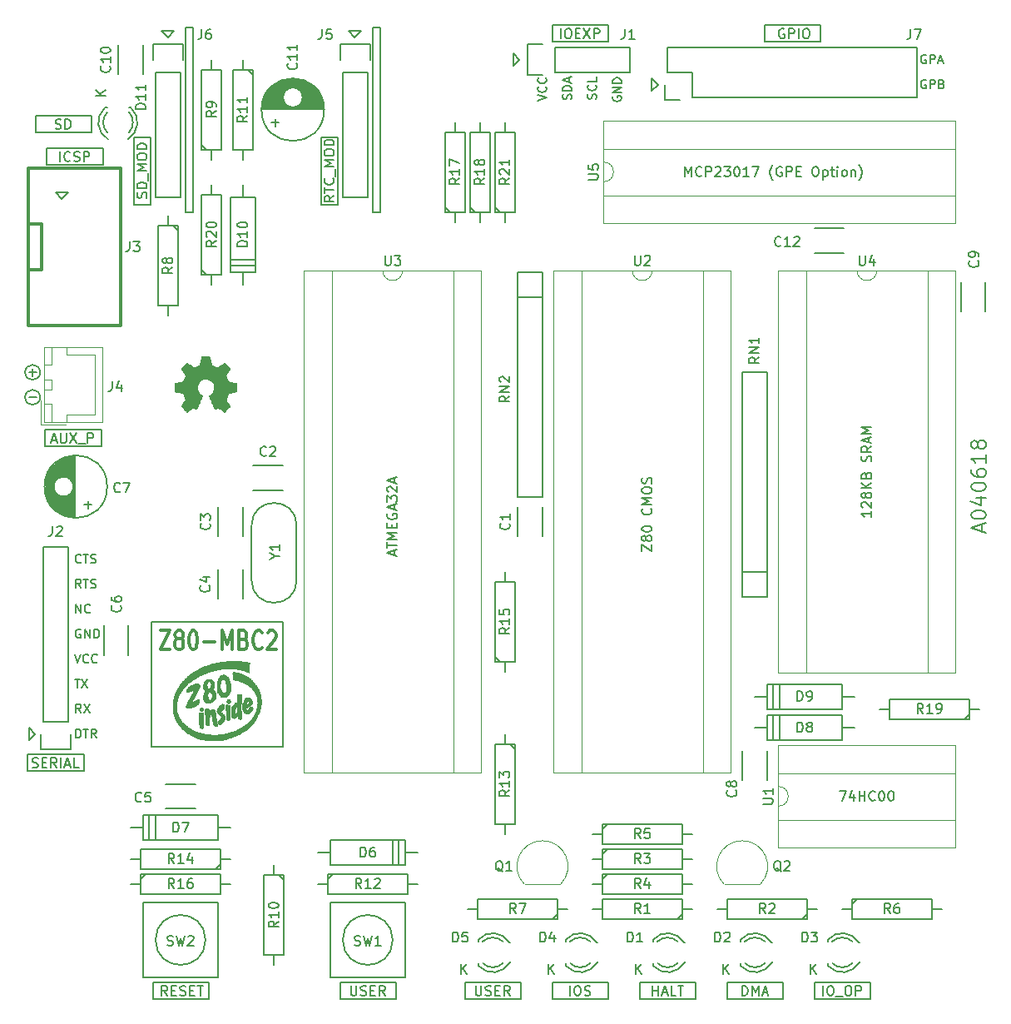
<source format=gto>
G04 #@! TF.FileFunction,Legend,Top*
%FSLAX46Y46*%
G04 Gerber Fmt 4.6, Leading zero omitted, Abs format (unit mm)*
G04 Created by KiCad (PCBNEW 4.0.7) date 06/19/18 09:28:48*
%MOMM*%
%LPD*%
G01*
G04 APERTURE LIST*
%ADD10C,0.100000*%
%ADD11C,0.200000*%
%ADD12C,0.300000*%
%ADD13C,0.120000*%
%ADD14C,0.150000*%
%ADD15C,0.304800*%
%ADD16C,0.299720*%
%ADD17C,0.010000*%
%ADD18C,0.203200*%
G04 APERTURE END LIST*
D10*
D11*
X122828285Y-27490000D02*
X122742571Y-27447143D01*
X122614000Y-27447143D01*
X122485428Y-27490000D01*
X122399714Y-27575714D01*
X122356857Y-27661429D01*
X122314000Y-27832857D01*
X122314000Y-27961429D01*
X122356857Y-28132857D01*
X122399714Y-28218571D01*
X122485428Y-28304286D01*
X122614000Y-28347143D01*
X122699714Y-28347143D01*
X122828285Y-28304286D01*
X122871142Y-28261429D01*
X122871142Y-27961429D01*
X122699714Y-27961429D01*
X123256857Y-28347143D02*
X123256857Y-27447143D01*
X123599714Y-27447143D01*
X123685428Y-27490000D01*
X123728285Y-27532857D01*
X123771142Y-27618571D01*
X123771142Y-27747143D01*
X123728285Y-27832857D01*
X123685428Y-27875714D01*
X123599714Y-27918571D01*
X123256857Y-27918571D01*
X124114000Y-28090000D02*
X124542571Y-28090000D01*
X124028285Y-28347143D02*
X124328285Y-27447143D01*
X124628285Y-28347143D01*
X122826714Y-30030000D02*
X122741000Y-29987143D01*
X122612429Y-29987143D01*
X122483857Y-30030000D01*
X122398143Y-30115714D01*
X122355286Y-30201429D01*
X122312429Y-30372857D01*
X122312429Y-30501429D01*
X122355286Y-30672857D01*
X122398143Y-30758571D01*
X122483857Y-30844286D01*
X122612429Y-30887143D01*
X122698143Y-30887143D01*
X122826714Y-30844286D01*
X122869571Y-30801429D01*
X122869571Y-30501429D01*
X122698143Y-30501429D01*
X123255286Y-30887143D02*
X123255286Y-29987143D01*
X123598143Y-29987143D01*
X123683857Y-30030000D01*
X123726714Y-30072857D01*
X123769571Y-30158571D01*
X123769571Y-30287143D01*
X123726714Y-30372857D01*
X123683857Y-30415714D01*
X123598143Y-30458571D01*
X123255286Y-30458571D01*
X124455286Y-30415714D02*
X124583857Y-30458571D01*
X124626714Y-30501429D01*
X124669571Y-30587143D01*
X124669571Y-30715714D01*
X124626714Y-30801429D01*
X124583857Y-30844286D01*
X124498143Y-30887143D01*
X124155286Y-30887143D01*
X124155286Y-29987143D01*
X124455286Y-29987143D01*
X124541000Y-30030000D01*
X124583857Y-30072857D01*
X124626714Y-30158571D01*
X124626714Y-30244286D01*
X124583857Y-30330000D01*
X124541000Y-30372857D01*
X124455286Y-30415714D01*
X124155286Y-30415714D01*
X128520000Y-75953356D02*
X128520000Y-75239070D01*
X128948571Y-76096213D02*
X127448571Y-75596213D01*
X128948571Y-75096213D01*
X127448571Y-74310499D02*
X127448571Y-74167642D01*
X127520000Y-74024785D01*
X127591429Y-73953356D01*
X127734286Y-73881927D01*
X128020000Y-73810499D01*
X128377143Y-73810499D01*
X128662857Y-73881927D01*
X128805714Y-73953356D01*
X128877143Y-74024785D01*
X128948571Y-74167642D01*
X128948571Y-74310499D01*
X128877143Y-74453356D01*
X128805714Y-74524785D01*
X128662857Y-74596213D01*
X128377143Y-74667642D01*
X128020000Y-74667642D01*
X127734286Y-74596213D01*
X127591429Y-74524785D01*
X127520000Y-74453356D01*
X127448571Y-74310499D01*
X127948571Y-72524785D02*
X128948571Y-72524785D01*
X127377143Y-72881928D02*
X128448571Y-73239071D01*
X128448571Y-72310499D01*
X127448571Y-71453357D02*
X127448571Y-71310500D01*
X127520000Y-71167643D01*
X127591429Y-71096214D01*
X127734286Y-71024785D01*
X128020000Y-70953357D01*
X128377143Y-70953357D01*
X128662857Y-71024785D01*
X128805714Y-71096214D01*
X128877143Y-71167643D01*
X128948571Y-71310500D01*
X128948571Y-71453357D01*
X128877143Y-71596214D01*
X128805714Y-71667643D01*
X128662857Y-71739071D01*
X128377143Y-71810500D01*
X128020000Y-71810500D01*
X127734286Y-71739071D01*
X127591429Y-71667643D01*
X127520000Y-71596214D01*
X127448571Y-71453357D01*
X127448571Y-69667643D02*
X127448571Y-69953357D01*
X127520000Y-70096214D01*
X127591429Y-70167643D01*
X127805714Y-70310500D01*
X128091429Y-70381929D01*
X128662857Y-70381929D01*
X128805714Y-70310500D01*
X128877143Y-70239072D01*
X128948571Y-70096214D01*
X128948571Y-69810500D01*
X128877143Y-69667643D01*
X128805714Y-69596214D01*
X128662857Y-69524786D01*
X128305714Y-69524786D01*
X128162857Y-69596214D01*
X128091429Y-69667643D01*
X128020000Y-69810500D01*
X128020000Y-70096214D01*
X128091429Y-70239072D01*
X128162857Y-70310500D01*
X128305714Y-70381929D01*
X128948571Y-68096215D02*
X128948571Y-68953358D01*
X128948571Y-68524786D02*
X127448571Y-68524786D01*
X127662857Y-68667643D01*
X127805714Y-68810501D01*
X127877143Y-68953358D01*
X128091429Y-67239072D02*
X128020000Y-67381930D01*
X127948571Y-67453358D01*
X127805714Y-67524787D01*
X127734286Y-67524787D01*
X127591429Y-67453358D01*
X127520000Y-67381930D01*
X127448571Y-67239072D01*
X127448571Y-66953358D01*
X127520000Y-66810501D01*
X127591429Y-66739072D01*
X127734286Y-66667644D01*
X127805714Y-66667644D01*
X127948571Y-66739072D01*
X128020000Y-66810501D01*
X128091429Y-66953358D01*
X128091429Y-67239072D01*
X128162857Y-67381930D01*
X128234286Y-67453358D01*
X128377143Y-67524787D01*
X128662857Y-67524787D01*
X128805714Y-67453358D01*
X128877143Y-67381930D01*
X128948571Y-67239072D01*
X128948571Y-66953358D01*
X128877143Y-66810501D01*
X128805714Y-66739072D01*
X128662857Y-66667644D01*
X128377143Y-66667644D01*
X128234286Y-66739072D01*
X128162857Y-66810501D01*
X128091429Y-66953358D01*
X94951760Y-31130682D02*
X94951760Y-29860681D01*
X95586760Y-30495682D02*
X94951760Y-31130682D01*
X94951760Y-29860681D02*
X95586760Y-30495682D01*
X80854760Y-27320681D02*
X81489760Y-27955682D01*
X81489760Y-27955682D02*
X80854760Y-28590682D01*
X80854760Y-28590682D02*
X80854760Y-27320681D01*
X65341500Y-25019000D02*
X64706500Y-25654000D01*
X64706500Y-25654000D02*
X64071500Y-25019000D01*
X64071500Y-25019000D02*
X65341500Y-25019000D01*
X45085000Y-25019000D02*
X46355000Y-25019000D01*
X45720000Y-25654000D02*
X45085000Y-25019000D01*
X46355000Y-25019000D02*
X45720000Y-25654000D01*
X31578760Y-95900681D02*
X32213760Y-96535682D01*
X32213760Y-96535682D02*
X31578760Y-97170682D01*
X31578760Y-97170682D02*
X31578760Y-95900681D01*
X35560000Y-41465500D02*
X34925000Y-42100500D01*
X34925000Y-42100500D02*
X34290000Y-41465500D01*
X34290000Y-41465500D02*
X35560000Y-41465500D01*
X56261048Y-34361429D02*
X57022953Y-34361429D01*
X56642001Y-34742381D02*
X56642001Y-33980476D01*
X37211048Y-73223429D02*
X37972953Y-73223429D01*
X37592001Y-73604381D02*
X37592001Y-72842476D01*
X98314999Y-39822381D02*
X98314999Y-38822381D01*
X98648333Y-39536667D01*
X98981666Y-38822381D01*
X98981666Y-39822381D01*
X100029285Y-39727143D02*
X99981666Y-39774762D01*
X99838809Y-39822381D01*
X99743571Y-39822381D01*
X99600713Y-39774762D01*
X99505475Y-39679524D01*
X99457856Y-39584286D01*
X99410237Y-39393810D01*
X99410237Y-39250952D01*
X99457856Y-39060476D01*
X99505475Y-38965238D01*
X99600713Y-38870000D01*
X99743571Y-38822381D01*
X99838809Y-38822381D01*
X99981666Y-38870000D01*
X100029285Y-38917619D01*
X100457856Y-39822381D02*
X100457856Y-38822381D01*
X100838809Y-38822381D01*
X100934047Y-38870000D01*
X100981666Y-38917619D01*
X101029285Y-39012857D01*
X101029285Y-39155714D01*
X100981666Y-39250952D01*
X100934047Y-39298571D01*
X100838809Y-39346190D01*
X100457856Y-39346190D01*
X101410237Y-38917619D02*
X101457856Y-38870000D01*
X101553094Y-38822381D01*
X101791190Y-38822381D01*
X101886428Y-38870000D01*
X101934047Y-38917619D01*
X101981666Y-39012857D01*
X101981666Y-39108095D01*
X101934047Y-39250952D01*
X101362618Y-39822381D01*
X101981666Y-39822381D01*
X102314999Y-38822381D02*
X102934047Y-38822381D01*
X102600713Y-39203333D01*
X102743571Y-39203333D01*
X102838809Y-39250952D01*
X102886428Y-39298571D01*
X102934047Y-39393810D01*
X102934047Y-39631905D01*
X102886428Y-39727143D01*
X102838809Y-39774762D01*
X102743571Y-39822381D01*
X102457856Y-39822381D01*
X102362618Y-39774762D01*
X102314999Y-39727143D01*
X103553094Y-38822381D02*
X103648333Y-38822381D01*
X103743571Y-38870000D01*
X103791190Y-38917619D01*
X103838809Y-39012857D01*
X103886428Y-39203333D01*
X103886428Y-39441429D01*
X103838809Y-39631905D01*
X103791190Y-39727143D01*
X103743571Y-39774762D01*
X103648333Y-39822381D01*
X103553094Y-39822381D01*
X103457856Y-39774762D01*
X103410237Y-39727143D01*
X103362618Y-39631905D01*
X103314999Y-39441429D01*
X103314999Y-39203333D01*
X103362618Y-39012857D01*
X103410237Y-38917619D01*
X103457856Y-38870000D01*
X103553094Y-38822381D01*
X104838809Y-39822381D02*
X104267380Y-39822381D01*
X104553094Y-39822381D02*
X104553094Y-38822381D01*
X104457856Y-38965238D01*
X104362618Y-39060476D01*
X104267380Y-39108095D01*
X105172142Y-38822381D02*
X105838809Y-38822381D01*
X105410237Y-39822381D01*
X107267381Y-40203333D02*
X107219761Y-40155714D01*
X107124523Y-40012857D01*
X107076904Y-39917619D01*
X107029285Y-39774762D01*
X106981666Y-39536667D01*
X106981666Y-39346190D01*
X107029285Y-39108095D01*
X107076904Y-38965238D01*
X107124523Y-38870000D01*
X107219761Y-38727143D01*
X107267381Y-38679524D01*
X108172143Y-38870000D02*
X108076905Y-38822381D01*
X107934048Y-38822381D01*
X107791190Y-38870000D01*
X107695952Y-38965238D01*
X107648333Y-39060476D01*
X107600714Y-39250952D01*
X107600714Y-39393810D01*
X107648333Y-39584286D01*
X107695952Y-39679524D01*
X107791190Y-39774762D01*
X107934048Y-39822381D01*
X108029286Y-39822381D01*
X108172143Y-39774762D01*
X108219762Y-39727143D01*
X108219762Y-39393810D01*
X108029286Y-39393810D01*
X108648333Y-39822381D02*
X108648333Y-38822381D01*
X109029286Y-38822381D01*
X109124524Y-38870000D01*
X109172143Y-38917619D01*
X109219762Y-39012857D01*
X109219762Y-39155714D01*
X109172143Y-39250952D01*
X109124524Y-39298571D01*
X109029286Y-39346190D01*
X108648333Y-39346190D01*
X109648333Y-39298571D02*
X109981667Y-39298571D01*
X110124524Y-39822381D02*
X109648333Y-39822381D01*
X109648333Y-38822381D01*
X110124524Y-38822381D01*
X111505476Y-38822381D02*
X111695953Y-38822381D01*
X111791191Y-38870000D01*
X111886429Y-38965238D01*
X111934048Y-39155714D01*
X111934048Y-39489048D01*
X111886429Y-39679524D01*
X111791191Y-39774762D01*
X111695953Y-39822381D01*
X111505476Y-39822381D01*
X111410238Y-39774762D01*
X111315000Y-39679524D01*
X111267381Y-39489048D01*
X111267381Y-39155714D01*
X111315000Y-38965238D01*
X111410238Y-38870000D01*
X111505476Y-38822381D01*
X112362619Y-39155714D02*
X112362619Y-40155714D01*
X112362619Y-39203333D02*
X112457857Y-39155714D01*
X112648334Y-39155714D01*
X112743572Y-39203333D01*
X112791191Y-39250952D01*
X112838810Y-39346190D01*
X112838810Y-39631905D01*
X112791191Y-39727143D01*
X112743572Y-39774762D01*
X112648334Y-39822381D01*
X112457857Y-39822381D01*
X112362619Y-39774762D01*
X113124524Y-39155714D02*
X113505476Y-39155714D01*
X113267381Y-38822381D02*
X113267381Y-39679524D01*
X113315000Y-39774762D01*
X113410238Y-39822381D01*
X113505476Y-39822381D01*
X113838810Y-39822381D02*
X113838810Y-39155714D01*
X113838810Y-38822381D02*
X113791191Y-38870000D01*
X113838810Y-38917619D01*
X113886429Y-38870000D01*
X113838810Y-38822381D01*
X113838810Y-38917619D01*
X114457857Y-39822381D02*
X114362619Y-39774762D01*
X114315000Y-39727143D01*
X114267381Y-39631905D01*
X114267381Y-39346190D01*
X114315000Y-39250952D01*
X114362619Y-39203333D01*
X114457857Y-39155714D01*
X114600715Y-39155714D01*
X114695953Y-39203333D01*
X114743572Y-39250952D01*
X114791191Y-39346190D01*
X114791191Y-39631905D01*
X114743572Y-39727143D01*
X114695953Y-39774762D01*
X114600715Y-39822381D01*
X114457857Y-39822381D01*
X115219762Y-39155714D02*
X115219762Y-39822381D01*
X115219762Y-39250952D02*
X115267381Y-39203333D01*
X115362619Y-39155714D01*
X115505477Y-39155714D01*
X115600715Y-39203333D01*
X115648334Y-39298571D01*
X115648334Y-39822381D01*
X116029286Y-40203333D02*
X116076905Y-40155714D01*
X116172143Y-40012857D01*
X116219762Y-39917619D01*
X116267381Y-39774762D01*
X116315000Y-39536667D01*
X116315000Y-39346190D01*
X116267381Y-39108095D01*
X116219762Y-38965238D01*
X116172143Y-38870000D01*
X116076905Y-38727143D01*
X116029286Y-38679524D01*
X114054286Y-102322381D02*
X114720953Y-102322381D01*
X114292381Y-103322381D01*
X115530477Y-102655714D02*
X115530477Y-103322381D01*
X115292381Y-102274762D02*
X115054286Y-102989048D01*
X115673334Y-102989048D01*
X116054286Y-103322381D02*
X116054286Y-102322381D01*
X116054286Y-102798571D02*
X116625715Y-102798571D01*
X116625715Y-103322381D02*
X116625715Y-102322381D01*
X117673334Y-103227143D02*
X117625715Y-103274762D01*
X117482858Y-103322381D01*
X117387620Y-103322381D01*
X117244762Y-103274762D01*
X117149524Y-103179524D01*
X117101905Y-103084286D01*
X117054286Y-102893810D01*
X117054286Y-102750952D01*
X117101905Y-102560476D01*
X117149524Y-102465238D01*
X117244762Y-102370000D01*
X117387620Y-102322381D01*
X117482858Y-102322381D01*
X117625715Y-102370000D01*
X117673334Y-102417619D01*
X118292381Y-102322381D02*
X118387620Y-102322381D01*
X118482858Y-102370000D01*
X118530477Y-102417619D01*
X118578096Y-102512857D01*
X118625715Y-102703333D01*
X118625715Y-102941429D01*
X118578096Y-103131905D01*
X118530477Y-103227143D01*
X118482858Y-103274762D01*
X118387620Y-103322381D01*
X118292381Y-103322381D01*
X118197143Y-103274762D01*
X118149524Y-103227143D01*
X118101905Y-103131905D01*
X118054286Y-102941429D01*
X118054286Y-102703333D01*
X118101905Y-102512857D01*
X118149524Y-102417619D01*
X118197143Y-102370000D01*
X118292381Y-102322381D01*
X119244762Y-102322381D02*
X119340001Y-102322381D01*
X119435239Y-102370000D01*
X119482858Y-102417619D01*
X119530477Y-102512857D01*
X119578096Y-102703333D01*
X119578096Y-102941429D01*
X119530477Y-103131905D01*
X119482858Y-103227143D01*
X119435239Y-103274762D01*
X119340001Y-103322381D01*
X119244762Y-103322381D01*
X119149524Y-103274762D01*
X119101905Y-103227143D01*
X119054286Y-103131905D01*
X119006667Y-102941429D01*
X119006667Y-102703333D01*
X119054286Y-102512857D01*
X119101905Y-102417619D01*
X119149524Y-102370000D01*
X119244762Y-102322381D01*
X117292381Y-73873809D02*
X117292381Y-74445238D01*
X117292381Y-74159524D02*
X116292381Y-74159524D01*
X116435238Y-74254762D01*
X116530476Y-74350000D01*
X116578095Y-74445238D01*
X116387619Y-73492857D02*
X116340000Y-73445238D01*
X116292381Y-73350000D01*
X116292381Y-73111904D01*
X116340000Y-73016666D01*
X116387619Y-72969047D01*
X116482857Y-72921428D01*
X116578095Y-72921428D01*
X116720952Y-72969047D01*
X117292381Y-73540476D01*
X117292381Y-72921428D01*
X116720952Y-72350000D02*
X116673333Y-72445238D01*
X116625714Y-72492857D01*
X116530476Y-72540476D01*
X116482857Y-72540476D01*
X116387619Y-72492857D01*
X116340000Y-72445238D01*
X116292381Y-72350000D01*
X116292381Y-72159523D01*
X116340000Y-72064285D01*
X116387619Y-72016666D01*
X116482857Y-71969047D01*
X116530476Y-71969047D01*
X116625714Y-72016666D01*
X116673333Y-72064285D01*
X116720952Y-72159523D01*
X116720952Y-72350000D01*
X116768571Y-72445238D01*
X116816190Y-72492857D01*
X116911429Y-72540476D01*
X117101905Y-72540476D01*
X117197143Y-72492857D01*
X117244762Y-72445238D01*
X117292381Y-72350000D01*
X117292381Y-72159523D01*
X117244762Y-72064285D01*
X117197143Y-72016666D01*
X117101905Y-71969047D01*
X116911429Y-71969047D01*
X116816190Y-72016666D01*
X116768571Y-72064285D01*
X116720952Y-72159523D01*
X117292381Y-71540476D02*
X116292381Y-71540476D01*
X117292381Y-70969047D02*
X116720952Y-71397619D01*
X116292381Y-70969047D02*
X116863810Y-71540476D01*
X116768571Y-70207142D02*
X116816190Y-70064285D01*
X116863810Y-70016666D01*
X116959048Y-69969047D01*
X117101905Y-69969047D01*
X117197143Y-70016666D01*
X117244762Y-70064285D01*
X117292381Y-70159523D01*
X117292381Y-70540476D01*
X116292381Y-70540476D01*
X116292381Y-70207142D01*
X116340000Y-70111904D01*
X116387619Y-70064285D01*
X116482857Y-70016666D01*
X116578095Y-70016666D01*
X116673333Y-70064285D01*
X116720952Y-70111904D01*
X116768571Y-70207142D01*
X116768571Y-70540476D01*
X117244762Y-68826190D02*
X117292381Y-68683333D01*
X117292381Y-68445237D01*
X117244762Y-68349999D01*
X117197143Y-68302380D01*
X117101905Y-68254761D01*
X117006667Y-68254761D01*
X116911429Y-68302380D01*
X116863810Y-68349999D01*
X116816190Y-68445237D01*
X116768571Y-68635714D01*
X116720952Y-68730952D01*
X116673333Y-68778571D01*
X116578095Y-68826190D01*
X116482857Y-68826190D01*
X116387619Y-68778571D01*
X116340000Y-68730952D01*
X116292381Y-68635714D01*
X116292381Y-68397618D01*
X116340000Y-68254761D01*
X117292381Y-67254761D02*
X116816190Y-67588095D01*
X117292381Y-67826190D02*
X116292381Y-67826190D01*
X116292381Y-67445237D01*
X116340000Y-67349999D01*
X116387619Y-67302380D01*
X116482857Y-67254761D01*
X116625714Y-67254761D01*
X116720952Y-67302380D01*
X116768571Y-67349999D01*
X116816190Y-67445237D01*
X116816190Y-67826190D01*
X117006667Y-66873809D02*
X117006667Y-66397618D01*
X117292381Y-66969047D02*
X116292381Y-66635714D01*
X117292381Y-66302380D01*
X117292381Y-65969047D02*
X116292381Y-65969047D01*
X117006667Y-65635713D01*
X116292381Y-65302380D01*
X117292381Y-65302380D01*
X68746667Y-78374381D02*
X68746667Y-77898190D01*
X69032381Y-78469619D02*
X68032381Y-78136286D01*
X69032381Y-77802952D01*
X68032381Y-77612476D02*
X68032381Y-77041047D01*
X69032381Y-77326762D02*
X68032381Y-77326762D01*
X69032381Y-76707714D02*
X68032381Y-76707714D01*
X68746667Y-76374380D01*
X68032381Y-76041047D01*
X69032381Y-76041047D01*
X68508571Y-75564857D02*
X68508571Y-75231523D01*
X69032381Y-75088666D02*
X69032381Y-75564857D01*
X68032381Y-75564857D01*
X68032381Y-75088666D01*
X68080000Y-74136285D02*
X68032381Y-74231523D01*
X68032381Y-74374380D01*
X68080000Y-74517238D01*
X68175238Y-74612476D01*
X68270476Y-74660095D01*
X68460952Y-74707714D01*
X68603810Y-74707714D01*
X68794286Y-74660095D01*
X68889524Y-74612476D01*
X68984762Y-74517238D01*
X69032381Y-74374380D01*
X69032381Y-74279142D01*
X68984762Y-74136285D01*
X68937143Y-74088666D01*
X68603810Y-74088666D01*
X68603810Y-74279142D01*
X68746667Y-73707714D02*
X68746667Y-73231523D01*
X69032381Y-73802952D02*
X68032381Y-73469619D01*
X69032381Y-73136285D01*
X68032381Y-72898190D02*
X68032381Y-72279142D01*
X68413333Y-72612476D01*
X68413333Y-72469618D01*
X68460952Y-72374380D01*
X68508571Y-72326761D01*
X68603810Y-72279142D01*
X68841905Y-72279142D01*
X68937143Y-72326761D01*
X68984762Y-72374380D01*
X69032381Y-72469618D01*
X69032381Y-72755333D01*
X68984762Y-72850571D01*
X68937143Y-72898190D01*
X68127619Y-71898190D02*
X68080000Y-71850571D01*
X68032381Y-71755333D01*
X68032381Y-71517237D01*
X68080000Y-71421999D01*
X68127619Y-71374380D01*
X68222857Y-71326761D01*
X68318095Y-71326761D01*
X68460952Y-71374380D01*
X69032381Y-71945809D01*
X69032381Y-71326761D01*
X68746667Y-70945809D02*
X68746667Y-70469618D01*
X69032381Y-71041047D02*
X68032381Y-70707714D01*
X69032381Y-70374380D01*
X93940381Y-77906095D02*
X93940381Y-77239428D01*
X94940381Y-77906095D01*
X94940381Y-77239428D01*
X94368952Y-76715619D02*
X94321333Y-76810857D01*
X94273714Y-76858476D01*
X94178476Y-76906095D01*
X94130857Y-76906095D01*
X94035619Y-76858476D01*
X93988000Y-76810857D01*
X93940381Y-76715619D01*
X93940381Y-76525142D01*
X93988000Y-76429904D01*
X94035619Y-76382285D01*
X94130857Y-76334666D01*
X94178476Y-76334666D01*
X94273714Y-76382285D01*
X94321333Y-76429904D01*
X94368952Y-76525142D01*
X94368952Y-76715619D01*
X94416571Y-76810857D01*
X94464190Y-76858476D01*
X94559429Y-76906095D01*
X94749905Y-76906095D01*
X94845143Y-76858476D01*
X94892762Y-76810857D01*
X94940381Y-76715619D01*
X94940381Y-76525142D01*
X94892762Y-76429904D01*
X94845143Y-76382285D01*
X94749905Y-76334666D01*
X94559429Y-76334666D01*
X94464190Y-76382285D01*
X94416571Y-76429904D01*
X94368952Y-76525142D01*
X93940381Y-75715619D02*
X93940381Y-75620380D01*
X93988000Y-75525142D01*
X94035619Y-75477523D01*
X94130857Y-75429904D01*
X94321333Y-75382285D01*
X94559429Y-75382285D01*
X94749905Y-75429904D01*
X94845143Y-75477523D01*
X94892762Y-75525142D01*
X94940381Y-75620380D01*
X94940381Y-75715619D01*
X94892762Y-75810857D01*
X94845143Y-75858476D01*
X94749905Y-75906095D01*
X94559429Y-75953714D01*
X94321333Y-75953714D01*
X94130857Y-75906095D01*
X94035619Y-75858476D01*
X93988000Y-75810857D01*
X93940381Y-75715619D01*
X94845143Y-73620380D02*
X94892762Y-73667999D01*
X94940381Y-73810856D01*
X94940381Y-73906094D01*
X94892762Y-74048952D01*
X94797524Y-74144190D01*
X94702286Y-74191809D01*
X94511810Y-74239428D01*
X94368952Y-74239428D01*
X94178476Y-74191809D01*
X94083238Y-74144190D01*
X93988000Y-74048952D01*
X93940381Y-73906094D01*
X93940381Y-73810856D01*
X93988000Y-73667999D01*
X94035619Y-73620380D01*
X94940381Y-73191809D02*
X93940381Y-73191809D01*
X94654667Y-72858475D01*
X93940381Y-72525142D01*
X94940381Y-72525142D01*
X93940381Y-71858476D02*
X93940381Y-71667999D01*
X93988000Y-71572761D01*
X94083238Y-71477523D01*
X94273714Y-71429904D01*
X94607048Y-71429904D01*
X94797524Y-71477523D01*
X94892762Y-71572761D01*
X94940381Y-71667999D01*
X94940381Y-71858476D01*
X94892762Y-71953714D01*
X94797524Y-72048952D01*
X94607048Y-72096571D01*
X94273714Y-72096571D01*
X94083238Y-72048952D01*
X93988000Y-71953714D01*
X93940381Y-71858476D01*
X94892762Y-71048952D02*
X94940381Y-70906095D01*
X94940381Y-70667999D01*
X94892762Y-70572761D01*
X94845143Y-70525142D01*
X94749905Y-70477523D01*
X94654667Y-70477523D01*
X94559429Y-70525142D01*
X94511810Y-70572761D01*
X94464190Y-70667999D01*
X94416571Y-70858476D01*
X94368952Y-70953714D01*
X94321333Y-71001333D01*
X94226095Y-71048952D01*
X94130857Y-71048952D01*
X94035619Y-71001333D01*
X93988000Y-70953714D01*
X93940381Y-70858476D01*
X93940381Y-70620380D01*
X93988000Y-70477523D01*
X32705141Y-62293500D02*
G75*
G03X32705141Y-62293500I-764641J0D01*
G01*
X32705141Y-59753500D02*
G75*
G03X32705141Y-59753500I-764641J0D01*
G01*
X31559548Y-62301429D02*
X32321453Y-62301429D01*
X31559548Y-59761429D02*
X32321453Y-59761429D01*
X31940501Y-60142381D02*
X31940501Y-59380476D01*
X44069000Y-97790000D02*
X44069000Y-85090000D01*
X57404000Y-97790000D02*
X44069000Y-97790000D01*
X57404000Y-85090000D02*
X57404000Y-97790000D01*
X44069000Y-85090000D02*
X57404000Y-85090000D01*
D12*
X44934930Y-86018024D02*
X45934930Y-86018024D01*
X44934930Y-87918024D01*
X45934930Y-87918024D01*
X46720644Y-86832310D02*
X46577786Y-86741833D01*
X46506358Y-86651357D01*
X46434929Y-86470405D01*
X46434929Y-86379929D01*
X46506358Y-86198976D01*
X46577786Y-86108500D01*
X46720644Y-86018024D01*
X47006358Y-86018024D01*
X47149215Y-86108500D01*
X47220644Y-86198976D01*
X47292072Y-86379929D01*
X47292072Y-86470405D01*
X47220644Y-86651357D01*
X47149215Y-86741833D01*
X47006358Y-86832310D01*
X46720644Y-86832310D01*
X46577786Y-86922786D01*
X46506358Y-87013262D01*
X46434929Y-87194214D01*
X46434929Y-87556119D01*
X46506358Y-87737071D01*
X46577786Y-87827548D01*
X46720644Y-87918024D01*
X47006358Y-87918024D01*
X47149215Y-87827548D01*
X47220644Y-87737071D01*
X47292072Y-87556119D01*
X47292072Y-87194214D01*
X47220644Y-87013262D01*
X47149215Y-86922786D01*
X47006358Y-86832310D01*
X48220643Y-86018024D02*
X48363500Y-86018024D01*
X48506357Y-86108500D01*
X48577786Y-86198976D01*
X48649215Y-86379929D01*
X48720643Y-86741833D01*
X48720643Y-87194214D01*
X48649215Y-87556119D01*
X48577786Y-87737071D01*
X48506357Y-87827548D01*
X48363500Y-87918024D01*
X48220643Y-87918024D01*
X48077786Y-87827548D01*
X48006357Y-87737071D01*
X47934929Y-87556119D01*
X47863500Y-87194214D01*
X47863500Y-86741833D01*
X47934929Y-86379929D01*
X48006357Y-86198976D01*
X48077786Y-86108500D01*
X48220643Y-86018024D01*
X49363500Y-87194214D02*
X50506357Y-87194214D01*
X51220643Y-87918024D02*
X51220643Y-86018024D01*
X51720643Y-87375167D01*
X52220643Y-86018024D01*
X52220643Y-87918024D01*
X53434929Y-86922786D02*
X53649215Y-87013262D01*
X53720643Y-87103738D01*
X53792072Y-87284690D01*
X53792072Y-87556119D01*
X53720643Y-87737071D01*
X53649215Y-87827548D01*
X53506357Y-87918024D01*
X52934929Y-87918024D01*
X52934929Y-86018024D01*
X53434929Y-86018024D01*
X53577786Y-86108500D01*
X53649215Y-86198976D01*
X53720643Y-86379929D01*
X53720643Y-86560881D01*
X53649215Y-86741833D01*
X53577786Y-86832310D01*
X53434929Y-86922786D01*
X52934929Y-86922786D01*
X55292072Y-87737071D02*
X55220643Y-87827548D01*
X55006357Y-87918024D01*
X54863500Y-87918024D01*
X54649215Y-87827548D01*
X54506357Y-87646595D01*
X54434929Y-87465643D01*
X54363500Y-87103738D01*
X54363500Y-86832310D01*
X54434929Y-86470405D01*
X54506357Y-86289452D01*
X54649215Y-86108500D01*
X54863500Y-86018024D01*
X55006357Y-86018024D01*
X55220643Y-86108500D01*
X55292072Y-86198976D01*
X55863500Y-86198976D02*
X55934929Y-86108500D01*
X56077786Y-86018024D01*
X56434929Y-86018024D01*
X56577786Y-86108500D01*
X56649215Y-86198976D01*
X56720643Y-86379929D01*
X56720643Y-86560881D01*
X56649215Y-86832310D01*
X55792072Y-87918024D01*
X56720643Y-87918024D01*
D11*
X83327530Y-32114847D02*
X84227530Y-31814847D01*
X83327530Y-31514847D01*
X84141816Y-30700561D02*
X84184673Y-30743418D01*
X84227530Y-30871989D01*
X84227530Y-30957703D01*
X84184673Y-31086275D01*
X84098958Y-31171989D01*
X84013244Y-31214846D01*
X83841816Y-31257703D01*
X83713244Y-31257703D01*
X83541816Y-31214846D01*
X83456101Y-31171989D01*
X83370387Y-31086275D01*
X83327530Y-30957703D01*
X83327530Y-30871989D01*
X83370387Y-30743418D01*
X83413244Y-30700561D01*
X84141816Y-29800561D02*
X84184673Y-29843418D01*
X84227530Y-29971989D01*
X84227530Y-30057703D01*
X84184673Y-30186275D01*
X84098958Y-30271989D01*
X84013244Y-30314846D01*
X83841816Y-30357703D01*
X83713244Y-30357703D01*
X83541816Y-30314846D01*
X83456101Y-30271989D01*
X83370387Y-30186275D01*
X83327530Y-30057703D01*
X83327530Y-29971989D01*
X83370387Y-29843418D01*
X83413244Y-29800561D01*
X86724673Y-31986275D02*
X86767530Y-31857704D01*
X86767530Y-31643418D01*
X86724673Y-31557704D01*
X86681816Y-31514847D01*
X86596101Y-31471990D01*
X86510387Y-31471990D01*
X86424673Y-31514847D01*
X86381816Y-31557704D01*
X86338958Y-31643418D01*
X86296101Y-31814847D01*
X86253244Y-31900561D01*
X86210387Y-31943418D01*
X86124673Y-31986275D01*
X86038958Y-31986275D01*
X85953244Y-31943418D01*
X85910387Y-31900561D01*
X85867530Y-31814847D01*
X85867530Y-31600561D01*
X85910387Y-31471990D01*
X86767530Y-31086275D02*
X85867530Y-31086275D01*
X85867530Y-30871990D01*
X85910387Y-30743418D01*
X85996101Y-30657704D01*
X86081816Y-30614847D01*
X86253244Y-30571990D01*
X86381816Y-30571990D01*
X86553244Y-30614847D01*
X86638958Y-30657704D01*
X86724673Y-30743418D01*
X86767530Y-30871990D01*
X86767530Y-31086275D01*
X86510387Y-30229132D02*
X86510387Y-29800561D01*
X86767530Y-30314847D02*
X85867530Y-30014847D01*
X86767530Y-29714847D01*
X89264673Y-31943417D02*
X89307530Y-31814846D01*
X89307530Y-31600560D01*
X89264673Y-31514846D01*
X89221816Y-31471989D01*
X89136101Y-31429132D01*
X89050387Y-31429132D01*
X88964673Y-31471989D01*
X88921816Y-31514846D01*
X88878958Y-31600560D01*
X88836101Y-31771989D01*
X88793244Y-31857703D01*
X88750387Y-31900560D01*
X88664673Y-31943417D01*
X88578958Y-31943417D01*
X88493244Y-31900560D01*
X88450387Y-31857703D01*
X88407530Y-31771989D01*
X88407530Y-31557703D01*
X88450387Y-31429132D01*
X89221816Y-30529132D02*
X89264673Y-30571989D01*
X89307530Y-30700560D01*
X89307530Y-30786274D01*
X89264673Y-30914846D01*
X89178958Y-31000560D01*
X89093244Y-31043417D01*
X88921816Y-31086274D01*
X88793244Y-31086274D01*
X88621816Y-31043417D01*
X88536101Y-31000560D01*
X88450387Y-30914846D01*
X88407530Y-30786274D01*
X88407530Y-30700560D01*
X88450387Y-30571989D01*
X88493244Y-30529132D01*
X89307530Y-29714846D02*
X89307530Y-30143417D01*
X88407530Y-30143417D01*
X90990387Y-31686275D02*
X90947530Y-31771989D01*
X90947530Y-31900560D01*
X90990387Y-32029132D01*
X91076101Y-32114846D01*
X91161816Y-32157703D01*
X91333244Y-32200560D01*
X91461816Y-32200560D01*
X91633244Y-32157703D01*
X91718958Y-32114846D01*
X91804673Y-32029132D01*
X91847530Y-31900560D01*
X91847530Y-31814846D01*
X91804673Y-31686275D01*
X91761816Y-31643418D01*
X91461816Y-31643418D01*
X91461816Y-31814846D01*
X91847530Y-31257703D02*
X90947530Y-31257703D01*
X91847530Y-30743418D01*
X90947530Y-30743418D01*
X91847530Y-30314846D02*
X90947530Y-30314846D01*
X90947530Y-30100561D01*
X90990387Y-29971989D01*
X91076101Y-29886275D01*
X91161816Y-29843418D01*
X91333244Y-29800561D01*
X91461816Y-29800561D01*
X91633244Y-29843418D01*
X91718958Y-29886275D01*
X91804673Y-29971989D01*
X91847530Y-30100561D01*
X91847530Y-30314846D01*
X36345786Y-96927143D02*
X36345786Y-96027143D01*
X36560071Y-96027143D01*
X36688643Y-96070000D01*
X36774357Y-96155714D01*
X36817214Y-96241429D01*
X36860071Y-96412857D01*
X36860071Y-96541429D01*
X36817214Y-96712857D01*
X36774357Y-96798571D01*
X36688643Y-96884286D01*
X36560071Y-96927143D01*
X36345786Y-96927143D01*
X37117214Y-96027143D02*
X37631500Y-96027143D01*
X37374357Y-96927143D02*
X37374357Y-96027143D01*
X38445785Y-96927143D02*
X38145785Y-96498571D01*
X37931500Y-96927143D02*
X37931500Y-96027143D01*
X38274357Y-96027143D01*
X38360071Y-96070000D01*
X38402928Y-96112857D01*
X38445785Y-96198571D01*
X38445785Y-96327143D01*
X38402928Y-96412857D01*
X38360071Y-96455714D01*
X38274357Y-96498571D01*
X37931500Y-96498571D01*
X36860071Y-94387143D02*
X36560071Y-93958571D01*
X36345786Y-94387143D02*
X36345786Y-93487143D01*
X36688643Y-93487143D01*
X36774357Y-93530000D01*
X36817214Y-93572857D01*
X36860071Y-93658571D01*
X36860071Y-93787143D01*
X36817214Y-93872857D01*
X36774357Y-93915714D01*
X36688643Y-93958571D01*
X36345786Y-93958571D01*
X37160071Y-93487143D02*
X37760071Y-94387143D01*
X37760071Y-93487143D02*
X37160071Y-94387143D01*
X36217214Y-90947143D02*
X36731500Y-90947143D01*
X36474357Y-91847143D02*
X36474357Y-90947143D01*
X36945785Y-90947143D02*
X37545785Y-91847143D01*
X37545785Y-90947143D02*
X36945785Y-91847143D01*
X36217214Y-88407143D02*
X36517214Y-89307143D01*
X36817214Y-88407143D01*
X37631500Y-89221429D02*
X37588643Y-89264286D01*
X37460072Y-89307143D01*
X37374358Y-89307143D01*
X37245786Y-89264286D01*
X37160072Y-89178571D01*
X37117215Y-89092857D01*
X37074358Y-88921429D01*
X37074358Y-88792857D01*
X37117215Y-88621429D01*
X37160072Y-88535714D01*
X37245786Y-88450000D01*
X37374358Y-88407143D01*
X37460072Y-88407143D01*
X37588643Y-88450000D01*
X37631500Y-88492857D01*
X38531500Y-89221429D02*
X38488643Y-89264286D01*
X38360072Y-89307143D01*
X38274358Y-89307143D01*
X38145786Y-89264286D01*
X38060072Y-89178571D01*
X38017215Y-89092857D01*
X37974358Y-88921429D01*
X37974358Y-88792857D01*
X38017215Y-88621429D01*
X38060072Y-88535714D01*
X38145786Y-88450000D01*
X38274358Y-88407143D01*
X38360072Y-88407143D01*
X38488643Y-88450000D01*
X38531500Y-88492857D01*
X36817214Y-85910000D02*
X36731500Y-85867143D01*
X36602929Y-85867143D01*
X36474357Y-85910000D01*
X36388643Y-85995714D01*
X36345786Y-86081429D01*
X36302929Y-86252857D01*
X36302929Y-86381429D01*
X36345786Y-86552857D01*
X36388643Y-86638571D01*
X36474357Y-86724286D01*
X36602929Y-86767143D01*
X36688643Y-86767143D01*
X36817214Y-86724286D01*
X36860071Y-86681429D01*
X36860071Y-86381429D01*
X36688643Y-86381429D01*
X37245786Y-86767143D02*
X37245786Y-85867143D01*
X37760071Y-86767143D01*
X37760071Y-85867143D01*
X38188643Y-86767143D02*
X38188643Y-85867143D01*
X38402928Y-85867143D01*
X38531500Y-85910000D01*
X38617214Y-85995714D01*
X38660071Y-86081429D01*
X38702928Y-86252857D01*
X38702928Y-86381429D01*
X38660071Y-86552857D01*
X38617214Y-86638571D01*
X38531500Y-86724286D01*
X38402928Y-86767143D01*
X38188643Y-86767143D01*
X36345786Y-84227143D02*
X36345786Y-83327143D01*
X36860071Y-84227143D01*
X36860071Y-83327143D01*
X37802928Y-84141429D02*
X37760071Y-84184286D01*
X37631500Y-84227143D01*
X37545786Y-84227143D01*
X37417214Y-84184286D01*
X37331500Y-84098571D01*
X37288643Y-84012857D01*
X37245786Y-83841429D01*
X37245786Y-83712857D01*
X37288643Y-83541429D01*
X37331500Y-83455714D01*
X37417214Y-83370000D01*
X37545786Y-83327143D01*
X37631500Y-83327143D01*
X37760071Y-83370000D01*
X37802928Y-83412857D01*
X36860071Y-81687143D02*
X36560071Y-81258571D01*
X36345786Y-81687143D02*
X36345786Y-80787143D01*
X36688643Y-80787143D01*
X36774357Y-80830000D01*
X36817214Y-80872857D01*
X36860071Y-80958571D01*
X36860071Y-81087143D01*
X36817214Y-81172857D01*
X36774357Y-81215714D01*
X36688643Y-81258571D01*
X36345786Y-81258571D01*
X37117214Y-80787143D02*
X37631500Y-80787143D01*
X37374357Y-81687143D02*
X37374357Y-80787143D01*
X37888643Y-81644286D02*
X38017214Y-81687143D01*
X38231500Y-81687143D01*
X38317214Y-81644286D01*
X38360071Y-81601429D01*
X38402928Y-81515714D01*
X38402928Y-81430000D01*
X38360071Y-81344286D01*
X38317214Y-81301429D01*
X38231500Y-81258571D01*
X38060071Y-81215714D01*
X37974357Y-81172857D01*
X37931500Y-81130000D01*
X37888643Y-81044286D01*
X37888643Y-80958571D01*
X37931500Y-80872857D01*
X37974357Y-80830000D01*
X38060071Y-80787143D01*
X38274357Y-80787143D01*
X38402928Y-80830000D01*
X36860071Y-79061429D02*
X36817214Y-79104286D01*
X36688643Y-79147143D01*
X36602929Y-79147143D01*
X36474357Y-79104286D01*
X36388643Y-79018571D01*
X36345786Y-78932857D01*
X36302929Y-78761429D01*
X36302929Y-78632857D01*
X36345786Y-78461429D01*
X36388643Y-78375714D01*
X36474357Y-78290000D01*
X36602929Y-78247143D01*
X36688643Y-78247143D01*
X36817214Y-78290000D01*
X36860071Y-78332857D01*
X37117214Y-78247143D02*
X37631500Y-78247143D01*
X37374357Y-79147143D02*
X37374357Y-78247143D01*
X37888643Y-79104286D02*
X38017214Y-79147143D01*
X38231500Y-79147143D01*
X38317214Y-79104286D01*
X38360071Y-79061429D01*
X38402928Y-78975714D01*
X38402928Y-78890000D01*
X38360071Y-78804286D01*
X38317214Y-78761429D01*
X38231500Y-78718571D01*
X38060071Y-78675714D01*
X37974357Y-78632857D01*
X37931500Y-78590000D01*
X37888643Y-78504286D01*
X37888643Y-78418571D01*
X37931500Y-78332857D01*
X37974357Y-78290000D01*
X38060071Y-78247143D01*
X38274357Y-78247143D01*
X38402928Y-78290000D01*
X108410501Y-24836500D02*
X108315263Y-24788881D01*
X108172406Y-24788881D01*
X108029548Y-24836500D01*
X107934310Y-24931738D01*
X107886691Y-25026976D01*
X107839072Y-25217452D01*
X107839072Y-25360310D01*
X107886691Y-25550786D01*
X107934310Y-25646024D01*
X108029548Y-25741262D01*
X108172406Y-25788881D01*
X108267644Y-25788881D01*
X108410501Y-25741262D01*
X108458120Y-25693643D01*
X108458120Y-25360310D01*
X108267644Y-25360310D01*
X108886691Y-25788881D02*
X108886691Y-24788881D01*
X109267644Y-24788881D01*
X109362882Y-24836500D01*
X109410501Y-24884119D01*
X109458120Y-24979357D01*
X109458120Y-25122214D01*
X109410501Y-25217452D01*
X109362882Y-25265071D01*
X109267644Y-25312690D01*
X108886691Y-25312690D01*
X109886691Y-25788881D02*
X109886691Y-24788881D01*
X110553357Y-24788881D02*
X110743834Y-24788881D01*
X110839072Y-24836500D01*
X110934310Y-24931738D01*
X110981929Y-25122214D01*
X110981929Y-25455548D01*
X110934310Y-25646024D01*
X110839072Y-25741262D01*
X110743834Y-25788881D01*
X110553357Y-25788881D01*
X110458119Y-25741262D01*
X110362881Y-25646024D01*
X110315262Y-25455548D01*
X110315262Y-25122214D01*
X110362881Y-24931738D01*
X110458119Y-24836500D01*
X110553357Y-24788881D01*
X106426000Y-26098500D02*
X106426000Y-24447500D01*
X112141000Y-26098500D02*
X106426000Y-26098500D01*
X112141000Y-24447500D02*
X112141000Y-26098500D01*
X106426000Y-24447500D02*
X112141000Y-24447500D01*
X85677619Y-25788881D02*
X85677619Y-24788881D01*
X86344285Y-24788881D02*
X86534762Y-24788881D01*
X86630000Y-24836500D01*
X86725238Y-24931738D01*
X86772857Y-25122214D01*
X86772857Y-25455548D01*
X86725238Y-25646024D01*
X86630000Y-25741262D01*
X86534762Y-25788881D01*
X86344285Y-25788881D01*
X86249047Y-25741262D01*
X86153809Y-25646024D01*
X86106190Y-25455548D01*
X86106190Y-25122214D01*
X86153809Y-24931738D01*
X86249047Y-24836500D01*
X86344285Y-24788881D01*
X87201428Y-25265071D02*
X87534762Y-25265071D01*
X87677619Y-25788881D02*
X87201428Y-25788881D01*
X87201428Y-24788881D01*
X87677619Y-24788881D01*
X88010952Y-24788881D02*
X88677619Y-25788881D01*
X88677619Y-24788881D02*
X88010952Y-25788881D01*
X89058571Y-25788881D02*
X89058571Y-24788881D01*
X89439524Y-24788881D01*
X89534762Y-24836500D01*
X89582381Y-24884119D01*
X89630000Y-24979357D01*
X89630000Y-25122214D01*
X89582381Y-25217452D01*
X89534762Y-25265071D01*
X89439524Y-25312690D01*
X89058571Y-25312690D01*
X84836000Y-24447500D02*
X90551000Y-24447500D01*
X90551000Y-24447500D02*
X90551000Y-26098500D01*
X90551000Y-26098500D02*
X84836000Y-26098500D01*
X84836000Y-26098500D02*
X84836000Y-24447500D01*
X34718810Y-38298381D02*
X34718810Y-37298381D01*
X35766429Y-38203143D02*
X35718810Y-38250762D01*
X35575953Y-38298381D01*
X35480715Y-38298381D01*
X35337857Y-38250762D01*
X35242619Y-38155524D01*
X35195000Y-38060286D01*
X35147381Y-37869810D01*
X35147381Y-37726952D01*
X35195000Y-37536476D01*
X35242619Y-37441238D01*
X35337857Y-37346000D01*
X35480715Y-37298381D01*
X35575953Y-37298381D01*
X35718810Y-37346000D01*
X35766429Y-37393619D01*
X36147381Y-38250762D02*
X36290238Y-38298381D01*
X36528334Y-38298381D01*
X36623572Y-38250762D01*
X36671191Y-38203143D01*
X36718810Y-38107905D01*
X36718810Y-38012667D01*
X36671191Y-37917429D01*
X36623572Y-37869810D01*
X36528334Y-37822190D01*
X36337857Y-37774571D01*
X36242619Y-37726952D01*
X36195000Y-37679333D01*
X36147381Y-37584095D01*
X36147381Y-37488857D01*
X36195000Y-37393619D01*
X36242619Y-37346000D01*
X36337857Y-37298381D01*
X36575953Y-37298381D01*
X36718810Y-37346000D01*
X37147381Y-38298381D02*
X37147381Y-37298381D01*
X37528334Y-37298381D01*
X37623572Y-37346000D01*
X37671191Y-37393619D01*
X37718810Y-37488857D01*
X37718810Y-37631714D01*
X37671191Y-37726952D01*
X37623572Y-37774571D01*
X37528334Y-37822190D01*
X37147381Y-37822190D01*
X33401000Y-36957000D02*
X39116000Y-36957000D01*
X39116000Y-36957000D02*
X39116000Y-38608000D01*
X39116000Y-38608000D02*
X33401000Y-38608000D01*
X33401000Y-38608000D02*
X33401000Y-36957000D01*
X33885452Y-66651167D02*
X34361643Y-66651167D01*
X33790214Y-66936881D02*
X34123547Y-65936881D01*
X34456881Y-66936881D01*
X34790214Y-65936881D02*
X34790214Y-66746405D01*
X34837833Y-66841643D01*
X34885452Y-66889262D01*
X34980690Y-66936881D01*
X35171167Y-66936881D01*
X35266405Y-66889262D01*
X35314024Y-66841643D01*
X35361643Y-66746405D01*
X35361643Y-65936881D01*
X35742595Y-65936881D02*
X36409262Y-66936881D01*
X36409262Y-65936881D02*
X35742595Y-66936881D01*
X36552119Y-67032119D02*
X37314024Y-67032119D01*
X37552119Y-66936881D02*
X37552119Y-65936881D01*
X37933072Y-65936881D01*
X38028310Y-65984500D01*
X38075929Y-66032119D01*
X38123548Y-66127357D01*
X38123548Y-66270214D01*
X38075929Y-66365452D01*
X38028310Y-66413071D01*
X37933072Y-66460690D01*
X37552119Y-66460690D01*
X33210500Y-65595500D02*
X38925500Y-65595500D01*
X38925500Y-65595500D02*
X38925500Y-67246500D01*
X38925500Y-67246500D02*
X33210500Y-67246500D01*
X33210500Y-67246500D02*
X33210500Y-65595500D01*
X31916976Y-99909262D02*
X32059833Y-99956881D01*
X32297929Y-99956881D01*
X32393167Y-99909262D01*
X32440786Y-99861643D01*
X32488405Y-99766405D01*
X32488405Y-99671167D01*
X32440786Y-99575929D01*
X32393167Y-99528310D01*
X32297929Y-99480690D01*
X32107452Y-99433071D01*
X32012214Y-99385452D01*
X31964595Y-99337833D01*
X31916976Y-99242595D01*
X31916976Y-99147357D01*
X31964595Y-99052119D01*
X32012214Y-99004500D01*
X32107452Y-98956881D01*
X32345548Y-98956881D01*
X32488405Y-99004500D01*
X32916976Y-99433071D02*
X33250310Y-99433071D01*
X33393167Y-99956881D02*
X32916976Y-99956881D01*
X32916976Y-98956881D01*
X33393167Y-98956881D01*
X34393167Y-99956881D02*
X34059833Y-99480690D01*
X33821738Y-99956881D02*
X33821738Y-98956881D01*
X34202691Y-98956881D01*
X34297929Y-99004500D01*
X34345548Y-99052119D01*
X34393167Y-99147357D01*
X34393167Y-99290214D01*
X34345548Y-99385452D01*
X34297929Y-99433071D01*
X34202691Y-99480690D01*
X33821738Y-99480690D01*
X34821738Y-99956881D02*
X34821738Y-98956881D01*
X35250309Y-99671167D02*
X35726500Y-99671167D01*
X35155071Y-99956881D02*
X35488404Y-98956881D01*
X35821738Y-99956881D01*
X36631262Y-99956881D02*
X36155071Y-99956881D01*
X36155071Y-98956881D01*
X31432500Y-98615500D02*
X37147500Y-98615500D01*
X37147500Y-98615500D02*
X37147500Y-100266500D01*
X37147500Y-100266500D02*
X31432500Y-100266500D01*
X31432500Y-100266500D02*
X31432500Y-98615500D01*
X43521262Y-42004905D02*
X43568881Y-41862048D01*
X43568881Y-41623952D01*
X43521262Y-41528714D01*
X43473643Y-41481095D01*
X43378405Y-41433476D01*
X43283167Y-41433476D01*
X43187929Y-41481095D01*
X43140310Y-41528714D01*
X43092690Y-41623952D01*
X43045071Y-41814429D01*
X42997452Y-41909667D01*
X42949833Y-41957286D01*
X42854595Y-42004905D01*
X42759357Y-42004905D01*
X42664119Y-41957286D01*
X42616500Y-41909667D01*
X42568881Y-41814429D01*
X42568881Y-41576333D01*
X42616500Y-41433476D01*
X43568881Y-41004905D02*
X42568881Y-41004905D01*
X42568881Y-40766810D01*
X42616500Y-40623952D01*
X42711738Y-40528714D01*
X42806976Y-40481095D01*
X42997452Y-40433476D01*
X43140310Y-40433476D01*
X43330786Y-40481095D01*
X43426024Y-40528714D01*
X43521262Y-40623952D01*
X43568881Y-40766810D01*
X43568881Y-41004905D01*
X43664119Y-40243000D02*
X43664119Y-39481095D01*
X43568881Y-39243000D02*
X42568881Y-39243000D01*
X43283167Y-38909666D01*
X42568881Y-38576333D01*
X43568881Y-38576333D01*
X42568881Y-37909667D02*
X42568881Y-37719190D01*
X42616500Y-37623952D01*
X42711738Y-37528714D01*
X42902214Y-37481095D01*
X43235548Y-37481095D01*
X43426024Y-37528714D01*
X43521262Y-37623952D01*
X43568881Y-37719190D01*
X43568881Y-37909667D01*
X43521262Y-38004905D01*
X43426024Y-38100143D01*
X43235548Y-38147762D01*
X42902214Y-38147762D01*
X42711738Y-38100143D01*
X42616500Y-38004905D01*
X42568881Y-37909667D01*
X43568881Y-37052524D02*
X42568881Y-37052524D01*
X42568881Y-36814429D01*
X42616500Y-36671571D01*
X42711738Y-36576333D01*
X42806976Y-36528714D01*
X42997452Y-36481095D01*
X43140310Y-36481095D01*
X43330786Y-36528714D01*
X43426024Y-36576333D01*
X43521262Y-36671571D01*
X43568881Y-36814429D01*
X43568881Y-37052524D01*
X43940131Y-42671226D02*
X42289130Y-42671226D01*
X43940131Y-35813226D02*
X43940131Y-42671226D01*
X42289131Y-35813226D02*
X43940131Y-35813226D01*
X42289130Y-42671226D02*
X42289131Y-35813226D01*
X62618881Y-41790619D02*
X62142690Y-42123953D01*
X62618881Y-42362048D02*
X61618881Y-42362048D01*
X61618881Y-41981095D01*
X61666500Y-41885857D01*
X61714119Y-41838238D01*
X61809357Y-41790619D01*
X61952214Y-41790619D01*
X62047452Y-41838238D01*
X62095071Y-41885857D01*
X62142690Y-41981095D01*
X62142690Y-42362048D01*
X61618881Y-41504905D02*
X61618881Y-40933476D01*
X62618881Y-41219191D02*
X61618881Y-41219191D01*
X62523643Y-40028714D02*
X62571262Y-40076333D01*
X62618881Y-40219190D01*
X62618881Y-40314428D01*
X62571262Y-40457286D01*
X62476024Y-40552524D01*
X62380786Y-40600143D01*
X62190310Y-40647762D01*
X62047452Y-40647762D01*
X61856976Y-40600143D01*
X61761738Y-40552524D01*
X61666500Y-40457286D01*
X61618881Y-40314428D01*
X61618881Y-40219190D01*
X61666500Y-40076333D01*
X61714119Y-40028714D01*
X62714119Y-39838238D02*
X62714119Y-39076333D01*
X62618881Y-38838238D02*
X61618881Y-38838238D01*
X62333167Y-38504904D01*
X61618881Y-38171571D01*
X62618881Y-38171571D01*
X61618881Y-37504905D02*
X61618881Y-37314428D01*
X61666500Y-37219190D01*
X61761738Y-37123952D01*
X61952214Y-37076333D01*
X62285548Y-37076333D01*
X62476024Y-37123952D01*
X62571262Y-37219190D01*
X62618881Y-37314428D01*
X62618881Y-37504905D01*
X62571262Y-37600143D01*
X62476024Y-37695381D01*
X62285548Y-37743000D01*
X61952214Y-37743000D01*
X61761738Y-37695381D01*
X61666500Y-37600143D01*
X61618881Y-37504905D01*
X62618881Y-36647762D02*
X61618881Y-36647762D01*
X61618881Y-36409667D01*
X61666500Y-36266809D01*
X61761738Y-36171571D01*
X61856976Y-36123952D01*
X62047452Y-36076333D01*
X62190310Y-36076333D01*
X62380786Y-36123952D01*
X62476024Y-36171571D01*
X62571262Y-36266809D01*
X62618881Y-36409667D01*
X62618881Y-36647762D01*
X61339130Y-42671226D02*
X61339131Y-35813226D01*
X61339131Y-35813226D02*
X62990131Y-35813226D01*
X62990131Y-35813226D02*
X62990131Y-42671226D01*
X62990131Y-42671226D02*
X61339130Y-42671226D01*
X66548000Y-24638000D02*
X67310000Y-24638000D01*
X67310000Y-24638000D02*
X67310000Y-43434000D01*
X67310000Y-43434000D02*
X66548000Y-43434000D01*
X66548000Y-43434000D02*
X66548000Y-24638000D01*
X47498000Y-43434000D02*
X47498000Y-24638000D01*
X48260000Y-43434000D02*
X47498000Y-43434000D01*
X48260000Y-24638000D02*
X48260000Y-43434000D01*
X47498000Y-24638000D02*
X48260000Y-24638000D01*
X34266286Y-34948762D02*
X34409143Y-34996381D01*
X34647239Y-34996381D01*
X34742477Y-34948762D01*
X34790096Y-34901143D01*
X34837715Y-34805905D01*
X34837715Y-34710667D01*
X34790096Y-34615429D01*
X34742477Y-34567810D01*
X34647239Y-34520190D01*
X34456762Y-34472571D01*
X34361524Y-34424952D01*
X34313905Y-34377333D01*
X34266286Y-34282095D01*
X34266286Y-34186857D01*
X34313905Y-34091619D01*
X34361524Y-34044000D01*
X34456762Y-33996381D01*
X34694858Y-33996381D01*
X34837715Y-34044000D01*
X35266286Y-34996381D02*
X35266286Y-33996381D01*
X35504381Y-33996381D01*
X35647239Y-34044000D01*
X35742477Y-34139238D01*
X35790096Y-34234476D01*
X35837715Y-34424952D01*
X35837715Y-34567810D01*
X35790096Y-34758286D01*
X35742477Y-34853524D01*
X35647239Y-34948762D01*
X35504381Y-34996381D01*
X35266286Y-34996381D01*
X32258000Y-33655000D02*
X37973000Y-33655000D01*
X37973000Y-33655000D02*
X37973000Y-35306000D01*
X37973000Y-35306000D02*
X32258000Y-35306000D01*
X32258000Y-35306000D02*
X32258000Y-33655000D01*
X111506000Y-123444000D02*
X111506000Y-121793000D01*
X117221000Y-123444000D02*
X111506000Y-123444000D01*
X117221000Y-121793000D02*
X117221000Y-123444000D01*
X111506000Y-121793000D02*
X117221000Y-121793000D01*
X112371429Y-123134381D02*
X112371429Y-122134381D01*
X113038095Y-122134381D02*
X113228572Y-122134381D01*
X113323810Y-122182000D01*
X113419048Y-122277238D01*
X113466667Y-122467714D01*
X113466667Y-122801048D01*
X113419048Y-122991524D01*
X113323810Y-123086762D01*
X113228572Y-123134381D01*
X113038095Y-123134381D01*
X112942857Y-123086762D01*
X112847619Y-122991524D01*
X112800000Y-122801048D01*
X112800000Y-122467714D01*
X112847619Y-122277238D01*
X112942857Y-122182000D01*
X113038095Y-122134381D01*
X113657143Y-123229619D02*
X114419048Y-123229619D01*
X114847619Y-122134381D02*
X115038096Y-122134381D01*
X115133334Y-122182000D01*
X115228572Y-122277238D01*
X115276191Y-122467714D01*
X115276191Y-122801048D01*
X115228572Y-122991524D01*
X115133334Y-123086762D01*
X115038096Y-123134381D01*
X114847619Y-123134381D01*
X114752381Y-123086762D01*
X114657143Y-122991524D01*
X114609524Y-122801048D01*
X114609524Y-122467714D01*
X114657143Y-122277238D01*
X114752381Y-122182000D01*
X114847619Y-122134381D01*
X115704762Y-123134381D02*
X115704762Y-122134381D01*
X116085715Y-122134381D01*
X116180953Y-122182000D01*
X116228572Y-122229619D01*
X116276191Y-122324857D01*
X116276191Y-122467714D01*
X116228572Y-122562952D01*
X116180953Y-122610571D01*
X116085715Y-122658190D01*
X115704762Y-122658190D01*
X104148095Y-123134381D02*
X104148095Y-122134381D01*
X104386190Y-122134381D01*
X104529048Y-122182000D01*
X104624286Y-122277238D01*
X104671905Y-122372476D01*
X104719524Y-122562952D01*
X104719524Y-122705810D01*
X104671905Y-122896286D01*
X104624286Y-122991524D01*
X104529048Y-123086762D01*
X104386190Y-123134381D01*
X104148095Y-123134381D01*
X105148095Y-123134381D02*
X105148095Y-122134381D01*
X105481429Y-122848667D01*
X105814762Y-122134381D01*
X105814762Y-123134381D01*
X106243333Y-122848667D02*
X106719524Y-122848667D01*
X106148095Y-123134381D02*
X106481428Y-122134381D01*
X106814762Y-123134381D01*
X102616000Y-121793000D02*
X108331000Y-121793000D01*
X108331000Y-121793000D02*
X108331000Y-123444000D01*
X108331000Y-123444000D02*
X102616000Y-123444000D01*
X102616000Y-123444000D02*
X102616000Y-121793000D01*
X93726000Y-123444000D02*
X93726000Y-121793000D01*
X99441000Y-123444000D02*
X93726000Y-123444000D01*
X99441000Y-121793000D02*
X99441000Y-123444000D01*
X93726000Y-121793000D02*
X99441000Y-121793000D01*
X95020000Y-123134381D02*
X95020000Y-122134381D01*
X95020000Y-122610571D02*
X95591429Y-122610571D01*
X95591429Y-123134381D02*
X95591429Y-122134381D01*
X96020000Y-122848667D02*
X96496191Y-122848667D01*
X95924762Y-123134381D02*
X96258095Y-122134381D01*
X96591429Y-123134381D01*
X97400953Y-123134381D02*
X96924762Y-123134381D01*
X96924762Y-122134381D01*
X97591429Y-122134381D02*
X98162858Y-122134381D01*
X97877143Y-123134381D02*
X97877143Y-122134381D01*
X86630000Y-123134381D02*
X86630000Y-122134381D01*
X87296666Y-122134381D02*
X87487143Y-122134381D01*
X87582381Y-122182000D01*
X87677619Y-122277238D01*
X87725238Y-122467714D01*
X87725238Y-122801048D01*
X87677619Y-122991524D01*
X87582381Y-123086762D01*
X87487143Y-123134381D01*
X87296666Y-123134381D01*
X87201428Y-123086762D01*
X87106190Y-122991524D01*
X87058571Y-122801048D01*
X87058571Y-122467714D01*
X87106190Y-122277238D01*
X87201428Y-122182000D01*
X87296666Y-122134381D01*
X88106190Y-123086762D02*
X88249047Y-123134381D01*
X88487143Y-123134381D01*
X88582381Y-123086762D01*
X88630000Y-123039143D01*
X88677619Y-122943905D01*
X88677619Y-122848667D01*
X88630000Y-122753429D01*
X88582381Y-122705810D01*
X88487143Y-122658190D01*
X88296666Y-122610571D01*
X88201428Y-122562952D01*
X88153809Y-122515333D01*
X88106190Y-122420095D01*
X88106190Y-122324857D01*
X88153809Y-122229619D01*
X88201428Y-122182000D01*
X88296666Y-122134381D01*
X88534762Y-122134381D01*
X88677619Y-122182000D01*
X84836000Y-121793000D02*
X90551000Y-121793000D01*
X90551000Y-121793000D02*
X90551000Y-123444000D01*
X90551000Y-123444000D02*
X84836000Y-123444000D01*
X84836000Y-123444000D02*
X84836000Y-121793000D01*
X75946000Y-123444000D02*
X75946000Y-121793000D01*
X81661000Y-123444000D02*
X75946000Y-123444000D01*
X81661000Y-121793000D02*
X81661000Y-123444000D01*
X75946000Y-121793000D02*
X81661000Y-121793000D01*
X77025714Y-122134381D02*
X77025714Y-122943905D01*
X77073333Y-123039143D01*
X77120952Y-123086762D01*
X77216190Y-123134381D01*
X77406667Y-123134381D01*
X77501905Y-123086762D01*
X77549524Y-123039143D01*
X77597143Y-122943905D01*
X77597143Y-122134381D01*
X78025714Y-123086762D02*
X78168571Y-123134381D01*
X78406667Y-123134381D01*
X78501905Y-123086762D01*
X78549524Y-123039143D01*
X78597143Y-122943905D01*
X78597143Y-122848667D01*
X78549524Y-122753429D01*
X78501905Y-122705810D01*
X78406667Y-122658190D01*
X78216190Y-122610571D01*
X78120952Y-122562952D01*
X78073333Y-122515333D01*
X78025714Y-122420095D01*
X78025714Y-122324857D01*
X78073333Y-122229619D01*
X78120952Y-122182000D01*
X78216190Y-122134381D01*
X78454286Y-122134381D01*
X78597143Y-122182000D01*
X79025714Y-122610571D02*
X79359048Y-122610571D01*
X79501905Y-123134381D02*
X79025714Y-123134381D01*
X79025714Y-122134381D01*
X79501905Y-122134381D01*
X80501905Y-123134381D02*
X80168571Y-122658190D01*
X79930476Y-123134381D02*
X79930476Y-122134381D01*
X80311429Y-122134381D01*
X80406667Y-122182000D01*
X80454286Y-122229619D01*
X80501905Y-122324857D01*
X80501905Y-122467714D01*
X80454286Y-122562952D01*
X80406667Y-122610571D01*
X80311429Y-122658190D01*
X79930476Y-122658190D01*
X64325714Y-122134381D02*
X64325714Y-122943905D01*
X64373333Y-123039143D01*
X64420952Y-123086762D01*
X64516190Y-123134381D01*
X64706667Y-123134381D01*
X64801905Y-123086762D01*
X64849524Y-123039143D01*
X64897143Y-122943905D01*
X64897143Y-122134381D01*
X65325714Y-123086762D02*
X65468571Y-123134381D01*
X65706667Y-123134381D01*
X65801905Y-123086762D01*
X65849524Y-123039143D01*
X65897143Y-122943905D01*
X65897143Y-122848667D01*
X65849524Y-122753429D01*
X65801905Y-122705810D01*
X65706667Y-122658190D01*
X65516190Y-122610571D01*
X65420952Y-122562952D01*
X65373333Y-122515333D01*
X65325714Y-122420095D01*
X65325714Y-122324857D01*
X65373333Y-122229619D01*
X65420952Y-122182000D01*
X65516190Y-122134381D01*
X65754286Y-122134381D01*
X65897143Y-122182000D01*
X66325714Y-122610571D02*
X66659048Y-122610571D01*
X66801905Y-123134381D02*
X66325714Y-123134381D01*
X66325714Y-122134381D01*
X66801905Y-122134381D01*
X67801905Y-123134381D02*
X67468571Y-122658190D01*
X67230476Y-123134381D02*
X67230476Y-122134381D01*
X67611429Y-122134381D01*
X67706667Y-122182000D01*
X67754286Y-122229619D01*
X67801905Y-122324857D01*
X67801905Y-122467714D01*
X67754286Y-122562952D01*
X67706667Y-122610571D01*
X67611429Y-122658190D01*
X67230476Y-122658190D01*
X63246000Y-121793000D02*
X68961000Y-121793000D01*
X68961000Y-121793000D02*
X68961000Y-123444000D01*
X68961000Y-123444000D02*
X63246000Y-123444000D01*
X63246000Y-123444000D02*
X63246000Y-121793000D01*
X44196000Y-123444000D02*
X44196000Y-121793000D01*
X49911000Y-123444000D02*
X44196000Y-123444000D01*
X49911000Y-121793000D02*
X49911000Y-123444000D01*
X44196000Y-121793000D02*
X49911000Y-121793000D01*
X45664619Y-123134381D02*
X45331285Y-122658190D01*
X45093190Y-123134381D02*
X45093190Y-122134381D01*
X45474143Y-122134381D01*
X45569381Y-122182000D01*
X45617000Y-122229619D01*
X45664619Y-122324857D01*
X45664619Y-122467714D01*
X45617000Y-122562952D01*
X45569381Y-122610571D01*
X45474143Y-122658190D01*
X45093190Y-122658190D01*
X46093190Y-122610571D02*
X46426524Y-122610571D01*
X46569381Y-123134381D02*
X46093190Y-123134381D01*
X46093190Y-122134381D01*
X46569381Y-122134381D01*
X46950333Y-123086762D02*
X47093190Y-123134381D01*
X47331286Y-123134381D01*
X47426524Y-123086762D01*
X47474143Y-123039143D01*
X47521762Y-122943905D01*
X47521762Y-122848667D01*
X47474143Y-122753429D01*
X47426524Y-122705810D01*
X47331286Y-122658190D01*
X47140809Y-122610571D01*
X47045571Y-122562952D01*
X46997952Y-122515333D01*
X46950333Y-122420095D01*
X46950333Y-122324857D01*
X46997952Y-122229619D01*
X47045571Y-122182000D01*
X47140809Y-122134381D01*
X47378905Y-122134381D01*
X47521762Y-122182000D01*
X47950333Y-122610571D02*
X48283667Y-122610571D01*
X48426524Y-123134381D02*
X47950333Y-123134381D01*
X47950333Y-122134381D01*
X48426524Y-122134381D01*
X48712238Y-122134381D02*
X49283667Y-122134381D01*
X48997952Y-123134381D02*
X48997952Y-122134381D01*
D13*
X107830000Y-103870000D02*
X107830000Y-105240000D01*
X107830000Y-105240000D02*
X125850000Y-105240000D01*
X125850000Y-105240000D02*
X125850000Y-100500000D01*
X125850000Y-100500000D02*
X107830000Y-100500000D01*
X107830000Y-100500000D02*
X107830000Y-101870000D01*
X107830000Y-108070000D02*
X125850000Y-108070000D01*
X125850000Y-108070000D02*
X125850000Y-97670000D01*
X125850000Y-97670000D02*
X107830000Y-97670000D01*
X107830000Y-97670000D02*
X107830000Y-108070000D01*
X107830000Y-101870000D02*
G75*
G02X107830000Y-103870000I0J-1000000D01*
G01*
D14*
X53340000Y-27940000D02*
X53340000Y-28956000D01*
X53340000Y-28956000D02*
X54356000Y-28956000D01*
X54356000Y-28956000D02*
X54356000Y-37084000D01*
X54356000Y-37084000D02*
X52324000Y-37084000D01*
X52324000Y-37084000D02*
X52324000Y-28956000D01*
X52324000Y-28956000D02*
X53340000Y-28956000D01*
X53848000Y-28956000D02*
X54356000Y-29464000D01*
X53340000Y-38100000D02*
X53340000Y-37084000D01*
X81300000Y-76450000D02*
X81300000Y-73450000D01*
X83800000Y-73450000D02*
X83800000Y-76450000D01*
X57400000Y-71735000D02*
X54400000Y-71735000D01*
X54400000Y-69235000D02*
X57400000Y-69235000D01*
X50820000Y-76450000D02*
X50820000Y-73450000D01*
X53320000Y-73450000D02*
X53320000Y-76450000D01*
X53320000Y-79760000D02*
X53320000Y-82760000D01*
X50820000Y-82760000D02*
X50820000Y-79760000D01*
X48510000Y-104120000D02*
X45510000Y-104120000D01*
X45510000Y-101620000D02*
X48510000Y-101620000D01*
X41699500Y-85475000D02*
X41699500Y-88475000D01*
X39199500Y-88475000D02*
X39199500Y-85475000D01*
X36267000Y-74523000D02*
X36267000Y-68225000D01*
X36127000Y-74517000D02*
X36127000Y-68231000D01*
X35987000Y-74504000D02*
X35987000Y-71820000D01*
X35987000Y-70928000D02*
X35987000Y-68244000D01*
X35847000Y-74485000D02*
X35847000Y-72030000D01*
X35847000Y-70718000D02*
X35847000Y-68263000D01*
X35707000Y-74459000D02*
X35707000Y-72163000D01*
X35707000Y-70585000D02*
X35707000Y-68289000D01*
X35567000Y-74427000D02*
X35567000Y-72254000D01*
X35567000Y-70494000D02*
X35567000Y-68321000D01*
X35427000Y-74388000D02*
X35427000Y-72316000D01*
X35427000Y-70432000D02*
X35427000Y-68360000D01*
X35287000Y-74342000D02*
X35287000Y-72355000D01*
X35287000Y-70393000D02*
X35287000Y-68406000D01*
X35147000Y-74289000D02*
X35147000Y-72372000D01*
X35147000Y-70376000D02*
X35147000Y-68459000D01*
X35007000Y-74227000D02*
X35007000Y-72370000D01*
X35007000Y-70378000D02*
X35007000Y-68521000D01*
X34867000Y-74157000D02*
X34867000Y-72348000D01*
X34867000Y-70400000D02*
X34867000Y-68591000D01*
X34727000Y-74078000D02*
X34727000Y-72305000D01*
X34727000Y-70443000D02*
X34727000Y-68670000D01*
X34587000Y-73990000D02*
X34587000Y-72237000D01*
X34587000Y-70511000D02*
X34587000Y-68758000D01*
X34447000Y-73890000D02*
X34447000Y-72138000D01*
X34447000Y-70610000D02*
X34447000Y-68858000D01*
X34307000Y-73778000D02*
X34307000Y-71993000D01*
X34307000Y-70755000D02*
X34307000Y-68970000D01*
X34167000Y-73653000D02*
X34167000Y-71754000D01*
X34167000Y-70994000D02*
X34167000Y-69095000D01*
X34027000Y-73510000D02*
X34027000Y-69238000D01*
X33887000Y-73348000D02*
X33887000Y-69400000D01*
X33747000Y-73160000D02*
X33747000Y-69588000D01*
X33607000Y-72937000D02*
X33607000Y-69811000D01*
X33467000Y-72661000D02*
X33467000Y-70087000D01*
X33327000Y-72286000D02*
X33327000Y-70462000D01*
X36092000Y-71374000D02*
G75*
G03X36092000Y-71374000I-1000000J0D01*
G01*
X39529500Y-71374000D02*
G75*
G03X39529500Y-71374000I-3187500J0D01*
G01*
X104160000Y-101215000D02*
X104160000Y-98215000D01*
X106660000Y-98215000D02*
X106660000Y-101215000D01*
X128885000Y-50550000D02*
X128885000Y-53550000D01*
X126385000Y-53550000D02*
X126385000Y-50550000D01*
X40660000Y-29460000D02*
X40660000Y-26460000D01*
X43160000Y-26460000D02*
X43160000Y-29460000D01*
X55271000Y-32965000D02*
X61569000Y-32965000D01*
X55277000Y-32825000D02*
X61563000Y-32825000D01*
X55290000Y-32685000D02*
X57974000Y-32685000D01*
X58866000Y-32685000D02*
X61550000Y-32685000D01*
X55309000Y-32545000D02*
X57764000Y-32545000D01*
X59076000Y-32545000D02*
X61531000Y-32545000D01*
X55335000Y-32405000D02*
X57631000Y-32405000D01*
X59209000Y-32405000D02*
X61505000Y-32405000D01*
X55367000Y-32265000D02*
X57540000Y-32265000D01*
X59300000Y-32265000D02*
X61473000Y-32265000D01*
X55406000Y-32125000D02*
X57478000Y-32125000D01*
X59362000Y-32125000D02*
X61434000Y-32125000D01*
X55452000Y-31985000D02*
X57439000Y-31985000D01*
X59401000Y-31985000D02*
X61388000Y-31985000D01*
X55505000Y-31845000D02*
X57422000Y-31845000D01*
X59418000Y-31845000D02*
X61335000Y-31845000D01*
X55567000Y-31705000D02*
X57424000Y-31705000D01*
X59416000Y-31705000D02*
X61273000Y-31705000D01*
X55637000Y-31565000D02*
X57446000Y-31565000D01*
X59394000Y-31565000D02*
X61203000Y-31565000D01*
X55716000Y-31425000D02*
X57489000Y-31425000D01*
X59351000Y-31425000D02*
X61124000Y-31425000D01*
X55804000Y-31285000D02*
X57557000Y-31285000D01*
X59283000Y-31285000D02*
X61036000Y-31285000D01*
X55904000Y-31145000D02*
X57656000Y-31145000D01*
X59184000Y-31145000D02*
X60936000Y-31145000D01*
X56016000Y-31005000D02*
X57801000Y-31005000D01*
X59039000Y-31005000D02*
X60824000Y-31005000D01*
X56141000Y-30865000D02*
X58040000Y-30865000D01*
X58800000Y-30865000D02*
X60699000Y-30865000D01*
X56284000Y-30725000D02*
X60556000Y-30725000D01*
X56446000Y-30585000D02*
X60394000Y-30585000D01*
X56634000Y-30445000D02*
X60206000Y-30445000D01*
X56857000Y-30305000D02*
X59983000Y-30305000D01*
X57133000Y-30165000D02*
X59707000Y-30165000D01*
X57508000Y-30025000D02*
X59332000Y-30025000D01*
X59420000Y-31790000D02*
G75*
G03X59420000Y-31790000I-1000000J0D01*
G01*
X61607500Y-33040000D02*
G75*
G03X61607500Y-33040000I-3187500J0D01*
G01*
X111510000Y-45105000D02*
X114510000Y-45105000D01*
X114510000Y-47605000D02*
X111510000Y-47605000D01*
X95051000Y-120059000D02*
X95051000Y-119859000D01*
X95051000Y-117465000D02*
X95051000Y-117645000D01*
X98278744Y-117775357D02*
G75*
G03X95051000Y-117459000I-1727744J-1003643D01*
G01*
X97603006Y-117645932D02*
G75*
G03X95500000Y-117645000I-1052006J-1133068D01*
G01*
X95063780Y-120085726D02*
G75*
G03X98301000Y-119739000I1497220J1306726D01*
G01*
X95537111Y-119858253D02*
G75*
G03X97585000Y-119839000I1013889J1079253D01*
G01*
X103941000Y-120059000D02*
X103941000Y-119859000D01*
X103941000Y-117465000D02*
X103941000Y-117645000D01*
X107168744Y-117775357D02*
G75*
G03X103941000Y-117459000I-1727744J-1003643D01*
G01*
X106493006Y-117645932D02*
G75*
G03X104390000Y-117645000I-1052006J-1133068D01*
G01*
X103953780Y-120085726D02*
G75*
G03X107191000Y-119739000I1497220J1306726D01*
G01*
X104427111Y-119858253D02*
G75*
G03X106475000Y-119839000I1013889J1079253D01*
G01*
X112831000Y-120059000D02*
X112831000Y-119859000D01*
X112831000Y-117465000D02*
X112831000Y-117645000D01*
X116058744Y-117775357D02*
G75*
G03X112831000Y-117459000I-1727744J-1003643D01*
G01*
X115383006Y-117645932D02*
G75*
G03X113280000Y-117645000I-1052006J-1133068D01*
G01*
X112843780Y-120085726D02*
G75*
G03X116081000Y-119739000I1497220J1306726D01*
G01*
X113317111Y-119858253D02*
G75*
G03X115365000Y-119839000I1013889J1079253D01*
G01*
X86161000Y-120059000D02*
X86161000Y-119859000D01*
X86161000Y-117465000D02*
X86161000Y-117645000D01*
X89388744Y-117775357D02*
G75*
G03X86161000Y-117459000I-1727744J-1003643D01*
G01*
X88713006Y-117645932D02*
G75*
G03X86610000Y-117645000I-1052006J-1133068D01*
G01*
X86173780Y-120085726D02*
G75*
G03X89411000Y-119739000I1497220J1306726D01*
G01*
X86647111Y-119858253D02*
G75*
G03X88695000Y-119839000I1013889J1079253D01*
G01*
X77271000Y-120059000D02*
X77271000Y-119859000D01*
X77271000Y-117465000D02*
X77271000Y-117645000D01*
X80498744Y-117775357D02*
G75*
G03X77271000Y-117459000I-1727744J-1003643D01*
G01*
X79823006Y-117645932D02*
G75*
G03X77720000Y-117645000I-1052006J-1133068D01*
G01*
X77283780Y-120085726D02*
G75*
G03X80521000Y-119739000I1497220J1306726D01*
G01*
X77757111Y-119858253D02*
G75*
G03X79805000Y-119839000I1013889J1079253D01*
G01*
X62230000Y-107315000D02*
X69850000Y-107315000D01*
X69850000Y-107315000D02*
X69850000Y-109855000D01*
X69850000Y-109855000D02*
X62230000Y-109855000D01*
X62230000Y-109855000D02*
X62230000Y-107315000D01*
X69215000Y-107315000D02*
X69215000Y-109855000D01*
X68580000Y-109855000D02*
X68580000Y-107315000D01*
X62230000Y-108585000D02*
X60960000Y-108585000D01*
X69850000Y-108585000D02*
X71120000Y-108585000D01*
X50800000Y-107315000D02*
X43180000Y-107315000D01*
X43180000Y-107315000D02*
X43180000Y-104775000D01*
X43180000Y-104775000D02*
X50800000Y-104775000D01*
X50800000Y-104775000D02*
X50800000Y-107315000D01*
X43815000Y-107315000D02*
X43815000Y-104775000D01*
X44450000Y-104775000D02*
X44450000Y-107315000D01*
X50800000Y-106045000D02*
X52070000Y-106045000D01*
X43180000Y-106045000D02*
X41910000Y-106045000D01*
X114300000Y-97155000D02*
X106680000Y-97155000D01*
X106680000Y-97155000D02*
X106680000Y-94615000D01*
X106680000Y-94615000D02*
X114300000Y-94615000D01*
X114300000Y-94615000D02*
X114300000Y-97155000D01*
X107315000Y-97155000D02*
X107315000Y-94615000D01*
X107950000Y-94615000D02*
X107950000Y-97155000D01*
X114300000Y-95885000D02*
X115570000Y-95885000D01*
X106680000Y-95885000D02*
X105410000Y-95885000D01*
X114300000Y-93980000D02*
X106680000Y-93980000D01*
X106680000Y-93980000D02*
X106680000Y-91440000D01*
X106680000Y-91440000D02*
X114300000Y-91440000D01*
X114300000Y-91440000D02*
X114300000Y-93980000D01*
X107315000Y-93980000D02*
X107315000Y-91440000D01*
X107950000Y-91440000D02*
X107950000Y-93980000D01*
X114300000Y-92710000D02*
X115570000Y-92710000D01*
X106680000Y-92710000D02*
X105410000Y-92710000D01*
X54610000Y-41910000D02*
X54610000Y-49530000D01*
X54610000Y-49530000D02*
X52070000Y-49530000D01*
X52070000Y-49530000D02*
X52070000Y-41910000D01*
X52070000Y-41910000D02*
X54610000Y-41910000D01*
X54610000Y-48895000D02*
X52070000Y-48895000D01*
X52070000Y-48260000D02*
X54610000Y-48260000D01*
X53340000Y-41910000D02*
X53340000Y-40640000D01*
X53340000Y-49530000D02*
X53340000Y-50800000D01*
X39326000Y-32821000D02*
X39526000Y-32821000D01*
X41920000Y-32821000D02*
X41740000Y-32821000D01*
X41609643Y-36048744D02*
G75*
G03X41926000Y-32821000I-1003643J1727744D01*
G01*
X41739068Y-35373006D02*
G75*
G03X41740000Y-33270000I-1133068J1052006D01*
G01*
X39299274Y-32833780D02*
G75*
G03X39646000Y-36071000I1306726J-1497220D01*
G01*
X39526747Y-33307111D02*
G75*
G03X39546000Y-35355000I1079253J-1013889D01*
G01*
D13*
X90050000Y-40370000D02*
X90050000Y-41740000D01*
X90050000Y-41740000D02*
X125850000Y-41740000D01*
X125850000Y-41740000D02*
X125850000Y-37000000D01*
X125850000Y-37000000D02*
X90050000Y-37000000D01*
X90050000Y-37000000D02*
X90050000Y-38370000D01*
X90050000Y-44570000D02*
X125850000Y-44570000D01*
X125850000Y-44570000D02*
X125850000Y-34170000D01*
X125850000Y-34170000D02*
X90050000Y-34170000D01*
X90050000Y-34170000D02*
X90050000Y-44570000D01*
X90050000Y-38370000D02*
G75*
G02X90050000Y-40370000I0J-1000000D01*
G01*
D14*
X85090000Y-29210000D02*
X92710000Y-29210000D01*
X85090000Y-26670000D02*
X92710000Y-26670000D01*
X82270000Y-26390000D02*
X83820000Y-26390000D01*
X92710000Y-29210000D02*
X92710000Y-26670000D01*
X85090000Y-26670000D02*
X85090000Y-29210000D01*
X83820000Y-29490000D02*
X82270000Y-29490000D01*
X82270000Y-29490000D02*
X82270000Y-26390000D01*
X33020000Y-95250000D02*
X33020000Y-77470000D01*
X33020000Y-77470000D02*
X35560000Y-77470000D01*
X35560000Y-77470000D02*
X35560000Y-95250000D01*
X32740000Y-98070000D02*
X32740000Y-96520000D01*
X33020000Y-95250000D02*
X35560000Y-95250000D01*
X35840000Y-96520000D02*
X35840000Y-98070000D01*
X35840000Y-98070000D02*
X32740000Y-98070000D01*
D13*
X33110000Y-64780000D02*
X39060000Y-64780000D01*
X39060000Y-64780000D02*
X39060000Y-57180000D01*
X39060000Y-57180000D02*
X33110000Y-57180000D01*
X33110000Y-57180000D02*
X33110000Y-64780000D01*
X33110000Y-61480000D02*
X33860000Y-61480000D01*
X33860000Y-61480000D02*
X33860000Y-60480000D01*
X33860000Y-60480000D02*
X33110000Y-60480000D01*
X33110000Y-60480000D02*
X33110000Y-61480000D01*
X33110000Y-64780000D02*
X33860000Y-64780000D01*
X33860000Y-64780000D02*
X33860000Y-62980000D01*
X33860000Y-62980000D02*
X33110000Y-62980000D01*
X33110000Y-62980000D02*
X33110000Y-64780000D01*
X33110000Y-58980000D02*
X33860000Y-58980000D01*
X33860000Y-58980000D02*
X33860000Y-57180000D01*
X33860000Y-57180000D02*
X33110000Y-57180000D01*
X33110000Y-57180000D02*
X33110000Y-58980000D01*
X35360000Y-64780000D02*
X35360000Y-64030000D01*
X35360000Y-64030000D02*
X38310000Y-64030000D01*
X38310000Y-64030000D02*
X38310000Y-60980000D01*
X35360000Y-57180000D02*
X35360000Y-57930000D01*
X35360000Y-57930000D02*
X38310000Y-57930000D01*
X38310000Y-57930000D02*
X38310000Y-60980000D01*
X32810000Y-62580000D02*
X32810000Y-65080000D01*
X32810000Y-65080000D02*
X35310000Y-65080000D01*
D14*
X121920000Y-26670000D02*
X96520000Y-26670000D01*
X99060000Y-31750000D02*
X121920000Y-31750000D01*
X121920000Y-26670000D02*
X121920000Y-31750000D01*
X96520000Y-26670000D02*
X96520000Y-29210000D01*
X96240000Y-30480000D02*
X96240000Y-32030000D01*
X96520000Y-29210000D02*
X99060000Y-29210000D01*
X99060000Y-29210000D02*
X99060000Y-31750000D01*
X96240000Y-32030000D02*
X97790000Y-32030000D01*
X99060000Y-114300000D02*
X98044000Y-114300000D01*
X98044000Y-114300000D02*
X98044000Y-115316000D01*
X98044000Y-115316000D02*
X89916000Y-115316000D01*
X89916000Y-115316000D02*
X89916000Y-113284000D01*
X89916000Y-113284000D02*
X98044000Y-113284000D01*
X98044000Y-113284000D02*
X98044000Y-114300000D01*
X98044000Y-114808000D02*
X97536000Y-115316000D01*
X88900000Y-114300000D02*
X89916000Y-114300000D01*
X111760000Y-114300000D02*
X110744000Y-114300000D01*
X110744000Y-114300000D02*
X110744000Y-115316000D01*
X110744000Y-115316000D02*
X102616000Y-115316000D01*
X102616000Y-115316000D02*
X102616000Y-113284000D01*
X102616000Y-113284000D02*
X110744000Y-113284000D01*
X110744000Y-113284000D02*
X110744000Y-114300000D01*
X110744000Y-114808000D02*
X110236000Y-115316000D01*
X101600000Y-114300000D02*
X102616000Y-114300000D01*
X88900000Y-109220000D02*
X89916000Y-109220000D01*
X89916000Y-109220000D02*
X89916000Y-108204000D01*
X89916000Y-108204000D02*
X98044000Y-108204000D01*
X98044000Y-108204000D02*
X98044000Y-110236000D01*
X98044000Y-110236000D02*
X89916000Y-110236000D01*
X89916000Y-110236000D02*
X89916000Y-109220000D01*
X89916000Y-108712000D02*
X90424000Y-108204000D01*
X99060000Y-109220000D02*
X98044000Y-109220000D01*
X88900000Y-111760000D02*
X89916000Y-111760000D01*
X89916000Y-111760000D02*
X89916000Y-110744000D01*
X89916000Y-110744000D02*
X98044000Y-110744000D01*
X98044000Y-110744000D02*
X98044000Y-112776000D01*
X98044000Y-112776000D02*
X89916000Y-112776000D01*
X89916000Y-112776000D02*
X89916000Y-111760000D01*
X89916000Y-111252000D02*
X90424000Y-110744000D01*
X99060000Y-111760000D02*
X98044000Y-111760000D01*
X88900000Y-106680000D02*
X89916000Y-106680000D01*
X89916000Y-106680000D02*
X89916000Y-105664000D01*
X89916000Y-105664000D02*
X98044000Y-105664000D01*
X98044000Y-105664000D02*
X98044000Y-107696000D01*
X98044000Y-107696000D02*
X89916000Y-107696000D01*
X89916000Y-107696000D02*
X89916000Y-106680000D01*
X89916000Y-106172000D02*
X90424000Y-105664000D01*
X99060000Y-106680000D02*
X98044000Y-106680000D01*
X114300000Y-114300000D02*
X115316000Y-114300000D01*
X115316000Y-114300000D02*
X115316000Y-113284000D01*
X115316000Y-113284000D02*
X123444000Y-113284000D01*
X123444000Y-113284000D02*
X123444000Y-115316000D01*
X123444000Y-115316000D02*
X115316000Y-115316000D01*
X115316000Y-115316000D02*
X115316000Y-114300000D01*
X115316000Y-113792000D02*
X115824000Y-113284000D01*
X124460000Y-114300000D02*
X123444000Y-114300000D01*
X86360000Y-114300000D02*
X85344000Y-114300000D01*
X85344000Y-114300000D02*
X85344000Y-115316000D01*
X85344000Y-115316000D02*
X77216000Y-115316000D01*
X77216000Y-115316000D02*
X77216000Y-113284000D01*
X77216000Y-113284000D02*
X85344000Y-113284000D01*
X85344000Y-113284000D02*
X85344000Y-114300000D01*
X85344000Y-114808000D02*
X84836000Y-115316000D01*
X76200000Y-114300000D02*
X77216000Y-114300000D01*
X45720000Y-43815000D02*
X45720000Y-44831000D01*
X45720000Y-44831000D02*
X46736000Y-44831000D01*
X46736000Y-44831000D02*
X46736000Y-52959000D01*
X46736000Y-52959000D02*
X44704000Y-52959000D01*
X44704000Y-52959000D02*
X44704000Y-44831000D01*
X44704000Y-44831000D02*
X45720000Y-44831000D01*
X46228000Y-44831000D02*
X46736000Y-45339000D01*
X45720000Y-53975000D02*
X45720000Y-52959000D01*
X50165000Y-38100000D02*
X50165000Y-37084000D01*
X50165000Y-37084000D02*
X49149000Y-37084000D01*
X49149000Y-37084000D02*
X49149000Y-28956000D01*
X49149000Y-28956000D02*
X51181000Y-28956000D01*
X51181000Y-28956000D02*
X51181000Y-37084000D01*
X51181000Y-37084000D02*
X50165000Y-37084000D01*
X49657000Y-37084000D02*
X49149000Y-36576000D01*
X50165000Y-27940000D02*
X50165000Y-28956000D01*
X56515000Y-109855000D02*
X56515000Y-110871000D01*
X56515000Y-110871000D02*
X57531000Y-110871000D01*
X57531000Y-110871000D02*
X57531000Y-118999000D01*
X57531000Y-118999000D02*
X55499000Y-118999000D01*
X55499000Y-118999000D02*
X55499000Y-110871000D01*
X55499000Y-110871000D02*
X56515000Y-110871000D01*
X57023000Y-110871000D02*
X57531000Y-111379000D01*
X56515000Y-120015000D02*
X56515000Y-118999000D01*
X60960000Y-111760000D02*
X61976000Y-111760000D01*
X61976000Y-111760000D02*
X61976000Y-110744000D01*
X61976000Y-110744000D02*
X70104000Y-110744000D01*
X70104000Y-110744000D02*
X70104000Y-112776000D01*
X70104000Y-112776000D02*
X61976000Y-112776000D01*
X61976000Y-112776000D02*
X61976000Y-111760000D01*
X61976000Y-111252000D02*
X62484000Y-110744000D01*
X71120000Y-111760000D02*
X70104000Y-111760000D01*
X80010000Y-96520000D02*
X80010000Y-97536000D01*
X80010000Y-97536000D02*
X81026000Y-97536000D01*
X81026000Y-97536000D02*
X81026000Y-105664000D01*
X81026000Y-105664000D02*
X78994000Y-105664000D01*
X78994000Y-105664000D02*
X78994000Y-97536000D01*
X78994000Y-97536000D02*
X80010000Y-97536000D01*
X80518000Y-97536000D02*
X81026000Y-98044000D01*
X80010000Y-106680000D02*
X80010000Y-105664000D01*
X52070000Y-109220000D02*
X51054000Y-109220000D01*
X51054000Y-109220000D02*
X51054000Y-110236000D01*
X51054000Y-110236000D02*
X42926000Y-110236000D01*
X42926000Y-110236000D02*
X42926000Y-108204000D01*
X42926000Y-108204000D02*
X51054000Y-108204000D01*
X51054000Y-108204000D02*
X51054000Y-109220000D01*
X51054000Y-109728000D02*
X50546000Y-110236000D01*
X41910000Y-109220000D02*
X42926000Y-109220000D01*
X80010000Y-90170000D02*
X80010000Y-89154000D01*
X80010000Y-89154000D02*
X78994000Y-89154000D01*
X78994000Y-89154000D02*
X78994000Y-81026000D01*
X78994000Y-81026000D02*
X81026000Y-81026000D01*
X81026000Y-81026000D02*
X81026000Y-89154000D01*
X81026000Y-89154000D02*
X80010000Y-89154000D01*
X79502000Y-89154000D02*
X78994000Y-88646000D01*
X80010000Y-80010000D02*
X80010000Y-81026000D01*
X41910000Y-111760000D02*
X42926000Y-111760000D01*
X42926000Y-111760000D02*
X42926000Y-110744000D01*
X42926000Y-110744000D02*
X51054000Y-110744000D01*
X51054000Y-110744000D02*
X51054000Y-112776000D01*
X51054000Y-112776000D02*
X42926000Y-112776000D01*
X42926000Y-112776000D02*
X42926000Y-111760000D01*
X42926000Y-111252000D02*
X43434000Y-110744000D01*
X52070000Y-111760000D02*
X51054000Y-111760000D01*
X74930000Y-44450000D02*
X74930000Y-43434000D01*
X74930000Y-43434000D02*
X73914000Y-43434000D01*
X73914000Y-43434000D02*
X73914000Y-35306000D01*
X73914000Y-35306000D02*
X75946000Y-35306000D01*
X75946000Y-35306000D02*
X75946000Y-43434000D01*
X75946000Y-43434000D02*
X74930000Y-43434000D01*
X74422000Y-43434000D02*
X73914000Y-42926000D01*
X74930000Y-34290000D02*
X74930000Y-35306000D01*
X77470000Y-44450000D02*
X77470000Y-43434000D01*
X77470000Y-43434000D02*
X76454000Y-43434000D01*
X76454000Y-43434000D02*
X76454000Y-35306000D01*
X76454000Y-35306000D02*
X78486000Y-35306000D01*
X78486000Y-35306000D02*
X78486000Y-43434000D01*
X78486000Y-43434000D02*
X77470000Y-43434000D01*
X76962000Y-43434000D02*
X76454000Y-42926000D01*
X77470000Y-34290000D02*
X77470000Y-35306000D01*
X128270000Y-93980000D02*
X127254000Y-93980000D01*
X127254000Y-93980000D02*
X127254000Y-94996000D01*
X127254000Y-94996000D02*
X119126000Y-94996000D01*
X119126000Y-94996000D02*
X119126000Y-92964000D01*
X119126000Y-92964000D02*
X127254000Y-92964000D01*
X127254000Y-92964000D02*
X127254000Y-93980000D01*
X127254000Y-94488000D02*
X126746000Y-94996000D01*
X118110000Y-93980000D02*
X119126000Y-93980000D01*
X50165000Y-50800000D02*
X50165000Y-49784000D01*
X50165000Y-49784000D02*
X49149000Y-49784000D01*
X49149000Y-49784000D02*
X49149000Y-41656000D01*
X49149000Y-41656000D02*
X51181000Y-41656000D01*
X51181000Y-41656000D02*
X51181000Y-49784000D01*
X51181000Y-49784000D02*
X50165000Y-49784000D01*
X49657000Y-49784000D02*
X49149000Y-49276000D01*
X50165000Y-40640000D02*
X50165000Y-41656000D01*
X80010000Y-44450000D02*
X80010000Y-43434000D01*
X80010000Y-43434000D02*
X78994000Y-43434000D01*
X78994000Y-43434000D02*
X78994000Y-35306000D01*
X78994000Y-35306000D02*
X81026000Y-35306000D01*
X81026000Y-35306000D02*
X81026000Y-43434000D01*
X81026000Y-43434000D02*
X80010000Y-43434000D01*
X79502000Y-43434000D02*
X78994000Y-42926000D01*
X80010000Y-34290000D02*
X80010000Y-35306000D01*
X104140000Y-59690000D02*
X106680000Y-59690000D01*
X106680000Y-59690000D02*
X106680000Y-82550000D01*
X106680000Y-82550000D02*
X104140000Y-82550000D01*
X104140000Y-59690000D02*
X104140000Y-82550000D01*
X104140000Y-80010000D02*
X106680000Y-80010000D01*
X83820000Y-72390000D02*
X81280000Y-72390000D01*
X81280000Y-72390000D02*
X81280000Y-49530000D01*
X81280000Y-49530000D02*
X83820000Y-49530000D01*
X83820000Y-72390000D02*
X83820000Y-49530000D01*
X83820000Y-52070000D02*
X81280000Y-52070000D01*
X68580000Y-117475000D02*
G75*
G03X68580000Y-117475000I-2540000J0D01*
G01*
X62230000Y-113665000D02*
X69850000Y-113665000D01*
X69850000Y-113665000D02*
X69850000Y-121285000D01*
X69850000Y-121285000D02*
X62230000Y-121285000D01*
X62230000Y-113665000D02*
X62230000Y-121285000D01*
X49530000Y-117475000D02*
G75*
G03X49530000Y-117475000I-2540000J0D01*
G01*
X50800000Y-121285000D02*
X43180000Y-121285000D01*
X43180000Y-121285000D02*
X43180000Y-113665000D01*
X43180000Y-113665000D02*
X50800000Y-113665000D01*
X50800000Y-121285000D02*
X50800000Y-113665000D01*
D13*
X92980000Y-49410000D02*
X87800000Y-49410000D01*
X87800000Y-49410000D02*
X87800000Y-100450000D01*
X87800000Y-100450000D02*
X100160000Y-100450000D01*
X100160000Y-100450000D02*
X100160000Y-49410000D01*
X100160000Y-49410000D02*
X94980000Y-49410000D01*
X84970000Y-49410000D02*
X84970000Y-100450000D01*
X84970000Y-100450000D02*
X102990000Y-100450000D01*
X102990000Y-100450000D02*
X102990000Y-49410000D01*
X102990000Y-49410000D02*
X84970000Y-49410000D01*
X94980000Y-49410000D02*
G75*
G02X92980000Y-49410000I-1000000J0D01*
G01*
X67580000Y-49410000D02*
X62400000Y-49410000D01*
X62400000Y-49410000D02*
X62400000Y-100450000D01*
X62400000Y-100450000D02*
X74760000Y-100450000D01*
X74760000Y-100450000D02*
X74760000Y-49410000D01*
X74760000Y-49410000D02*
X69580000Y-49410000D01*
X59570000Y-49410000D02*
X59570000Y-100450000D01*
X59570000Y-100450000D02*
X77590000Y-100450000D01*
X77590000Y-100450000D02*
X77590000Y-49410000D01*
X77590000Y-49410000D02*
X59570000Y-49410000D01*
X69580000Y-49410000D02*
G75*
G02X67580000Y-49410000I-1000000J0D01*
G01*
X115840000Y-49410000D02*
X110660000Y-49410000D01*
X110660000Y-49410000D02*
X110660000Y-90290000D01*
X110660000Y-90290000D02*
X123020000Y-90290000D01*
X123020000Y-90290000D02*
X123020000Y-49410000D01*
X123020000Y-49410000D02*
X117840000Y-49410000D01*
X107830000Y-49410000D02*
X107830000Y-90290000D01*
X107830000Y-90290000D02*
X125850000Y-90290000D01*
X125850000Y-90290000D02*
X125850000Y-49410000D01*
X125850000Y-49410000D02*
X107830000Y-49410000D01*
X117840000Y-49410000D02*
G75*
G02X115840000Y-49410000I-1000000J0D01*
G01*
D14*
X54229000Y-80899000D02*
G75*
G03X58801000Y-80899000I2286000J0D01*
G01*
X58801000Y-75311000D02*
G75*
G03X54229000Y-75311000I-2286000J0D01*
G01*
X54229000Y-75311000D02*
X54229000Y-80899000D01*
X58801000Y-75311000D02*
X58801000Y-80899000D01*
X66040000Y-29210000D02*
X66040000Y-41910000D01*
X66040000Y-41910000D02*
X63500000Y-41910000D01*
X63500000Y-41910000D02*
X63500000Y-29210000D01*
X66320000Y-26390000D02*
X66320000Y-27940000D01*
X66040000Y-29210000D02*
X63500000Y-29210000D01*
X63220000Y-27940000D02*
X63220000Y-26390000D01*
X63220000Y-26390000D02*
X66320000Y-26390000D01*
X46990000Y-29210000D02*
X46990000Y-41910000D01*
X46990000Y-41910000D02*
X44450000Y-41910000D01*
X44450000Y-41910000D02*
X44450000Y-29210000D01*
X47270000Y-26390000D02*
X47270000Y-27940000D01*
X46990000Y-29210000D02*
X44450000Y-29210000D01*
X44170000Y-27940000D02*
X44170000Y-26390000D01*
X44170000Y-26390000D02*
X47270000Y-26390000D01*
D15*
X31495000Y-38990000D02*
X31495000Y-54990000D01*
X40895000Y-54990000D02*
X40895000Y-38990000D01*
X40895000Y-38990000D02*
X31495000Y-38990000D01*
X40895000Y-54990000D02*
X31495000Y-54990000D01*
D16*
X31495000Y-49290000D02*
X32895000Y-49290000D01*
X32895000Y-49290000D02*
X32895000Y-44690000D01*
X32895000Y-44690000D02*
X31495000Y-44690000D01*
D17*
G36*
X52221530Y-89105794D02*
X52234672Y-89115472D01*
X52266716Y-89129754D01*
X52307697Y-89116732D01*
X52347733Y-89107172D01*
X52414271Y-89100931D01*
X52495110Y-89098030D01*
X52578050Y-89098494D01*
X52650892Y-89102346D01*
X52701434Y-89109608D01*
X52716341Y-89115952D01*
X52744820Y-89120364D01*
X52777082Y-89112427D01*
X52826965Y-89105450D01*
X52855672Y-89112648D01*
X52889373Y-89121287D01*
X52954835Y-89130345D01*
X53041520Y-89138555D01*
X53108558Y-89143082D01*
X53209272Y-89150558D01*
X53301449Y-89160543D01*
X53372198Y-89171490D01*
X53399627Y-89178073D01*
X53449637Y-89190047D01*
X53479965Y-89189866D01*
X53481685Y-89188703D01*
X53506436Y-89189351D01*
X53551101Y-89206695D01*
X53556783Y-89209562D01*
X53611978Y-89229298D01*
X53641952Y-89220348D01*
X53676537Y-89211124D01*
X53737018Y-89228989D01*
X53788984Y-89246298D01*
X53824030Y-89250067D01*
X53827620Y-89248764D01*
X53852744Y-89252765D01*
X53858370Y-89259488D01*
X53887215Y-89275115D01*
X53932667Y-89281000D01*
X53985465Y-89288818D01*
X54007615Y-89308235D01*
X53994045Y-89333197D01*
X53982639Y-89340645D01*
X53967531Y-89355117D01*
X53956837Y-89383429D01*
X53949565Y-89432547D01*
X53944725Y-89509438D01*
X53941326Y-89621072D01*
X53941058Y-89632988D01*
X53937424Y-89758279D01*
X53932169Y-89889111D01*
X53926042Y-90008655D01*
X53920743Y-90088419D01*
X53906423Y-90271422D01*
X53841658Y-90252847D01*
X53792743Y-90235122D01*
X53764991Y-90218253D01*
X53764806Y-90218011D01*
X53728647Y-90189481D01*
X53669757Y-90159474D01*
X53606623Y-90136165D01*
X53560535Y-90127666D01*
X53521185Y-90117633D01*
X53509334Y-90099297D01*
X53490609Y-90079509D01*
X53443676Y-90058692D01*
X53382391Y-90040550D01*
X53320613Y-90028787D01*
X53272200Y-90027109D01*
X53256484Y-90031705D01*
X53222470Y-90031960D01*
X53195791Y-90016761D01*
X53156358Y-89996094D01*
X53091172Y-89973975D01*
X53033084Y-89959415D01*
X52961475Y-89941940D01*
X52905494Y-89924163D01*
X52881510Y-89912615D01*
X52852301Y-89905823D01*
X52843487Y-89914538D01*
X52815386Y-89924832D01*
X52793977Y-89916722D01*
X52740115Y-89896988D01*
X52665579Y-89879989D01*
X52592003Y-89869888D01*
X52548721Y-89869530D01*
X52501898Y-89863164D01*
X52483573Y-89853182D01*
X52439528Y-89842934D01*
X52386935Y-89852662D01*
X52328498Y-89862605D01*
X52301389Y-89850162D01*
X52271223Y-89832532D01*
X52236807Y-89828060D01*
X52132483Y-89831243D01*
X52006687Y-89837202D01*
X51871741Y-89845136D01*
X51739966Y-89854248D01*
X51623685Y-89863739D01*
X51535220Y-89872810D01*
X51523427Y-89874306D01*
X51428394Y-89884902D01*
X51333198Y-89892315D01*
X51264439Y-89894833D01*
X51178898Y-89899375D01*
X51092401Y-89910712D01*
X51070179Y-89915148D01*
X50881736Y-89957201D01*
X50731992Y-89989801D01*
X50618503Y-90013467D01*
X50538824Y-90028715D01*
X50514250Y-90032828D01*
X50448328Y-90046141D01*
X50394360Y-90062014D01*
X50387250Y-90064920D01*
X50336106Y-90083892D01*
X50255942Y-90109450D01*
X50158868Y-90138153D01*
X50056996Y-90166561D01*
X49962433Y-90191234D01*
X49887291Y-90208734D01*
X49867233Y-90212631D01*
X49799021Y-90231616D01*
X49712975Y-90264983D01*
X49627677Y-90305524D01*
X49627350Y-90305697D01*
X49554179Y-90342333D01*
X49492523Y-90369278D01*
X49454206Y-90381434D01*
X49451186Y-90381666D01*
X49433627Y-90383452D01*
X49408811Y-90390422D01*
X49371053Y-90404999D01*
X49314668Y-90429602D01*
X49233972Y-90466652D01*
X49123279Y-90518571D01*
X49064334Y-90546406D01*
X48969682Y-90590949D01*
X48875282Y-90635035D01*
X48797480Y-90671037D01*
X48778584Y-90679685D01*
X48700133Y-90720312D01*
X48623503Y-90767578D01*
X48595621Y-90787620D01*
X48542682Y-90823731D01*
X48499384Y-90844965D01*
X48487776Y-90847333D01*
X48451430Y-90861917D01*
X48418750Y-90889666D01*
X48382230Y-90921366D01*
X48357261Y-90932050D01*
X48326670Y-90944052D01*
X48273418Y-90975220D01*
X48208006Y-91018405D01*
X48140932Y-91066454D01*
X48082695Y-91112216D01*
X48051634Y-91140230D01*
X47995530Y-91184277D01*
X47933046Y-91218642D01*
X47881506Y-91248506D01*
X47815813Y-91297672D01*
X47757171Y-91349078D01*
X47696968Y-91405825D01*
X47643940Y-91454835D01*
X47611312Y-91483973D01*
X47551976Y-91539034D01*
X47481522Y-91611432D01*
X47405549Y-91694542D01*
X47329659Y-91781742D01*
X47259449Y-91866409D01*
X47200519Y-91941919D01*
X47158470Y-92001650D01*
X47138900Y-92038978D01*
X47138167Y-92043615D01*
X47121000Y-92078977D01*
X47105515Y-92088858D01*
X47075689Y-92114668D01*
X47041750Y-92163447D01*
X47032979Y-92179568D01*
X46999385Y-92236502D01*
X46966283Y-92279295D01*
X46959797Y-92285382D01*
X46931995Y-92322551D01*
X46926500Y-92344244D01*
X46917687Y-92375373D01*
X46893845Y-92435654D01*
X46858872Y-92516373D01*
X46816666Y-92608817D01*
X46771124Y-92704269D01*
X46726144Y-92794016D01*
X46720312Y-92805250D01*
X46694026Y-92870141D01*
X46673579Y-92944811D01*
X46671924Y-92953416D01*
X46657455Y-93021955D01*
X46636491Y-93108060D01*
X46621284Y-93165083D01*
X46598172Y-93251142D01*
X46581918Y-93323026D01*
X46571005Y-93392540D01*
X46563917Y-93471491D01*
X46559136Y-93571684D01*
X46556007Y-93673083D01*
X46556769Y-93825820D01*
X46566359Y-93982273D01*
X46583490Y-94133888D01*
X46606872Y-94272113D01*
X46635219Y-94388396D01*
X46667242Y-94474185D01*
X46680084Y-94496975D01*
X46705585Y-94548131D01*
X46714775Y-94587796D01*
X46719505Y-94616791D01*
X46735430Y-94661883D01*
X46765046Y-94728869D01*
X46810847Y-94823544D01*
X46849506Y-94900750D01*
X46904468Y-94992847D01*
X46989314Y-95111214D01*
X47102514Y-95253742D01*
X47123142Y-95278632D01*
X47169451Y-95337887D01*
X47207525Y-95392858D01*
X47218218Y-95410923D01*
X47249530Y-95448722D01*
X47278524Y-95461666D01*
X47309802Y-95476195D01*
X47357475Y-95513935D01*
X47401667Y-95556916D01*
X47452748Y-95607100D01*
X47494907Y-95641609D01*
X47515986Y-95652166D01*
X47539028Y-95666509D01*
X47540334Y-95673333D01*
X47557322Y-95692459D01*
X47569991Y-95694500D01*
X47599836Y-95708570D01*
X47647231Y-95745100D01*
X47691699Y-95786272D01*
X47761903Y-95846901D01*
X47841105Y-95901904D01*
X47884292Y-95925743D01*
X47940742Y-95955030D01*
X47977220Y-95978766D01*
X47984834Y-95987871D01*
X48001801Y-96005335D01*
X48045225Y-96034284D01*
X48080084Y-96054333D01*
X48134221Y-96086818D01*
X48168728Y-96113119D01*
X48175334Y-96122682D01*
X48192765Y-96136729D01*
X48210708Y-96139000D01*
X48256247Y-96151956D01*
X48279500Y-96166703D01*
X48311412Y-96183455D01*
X48375013Y-96209632D01*
X48461629Y-96241891D01*
X48562588Y-96276887D01*
X48582079Y-96283373D01*
X48687556Y-96318646D01*
X48783214Y-96351387D01*
X48859375Y-96378230D01*
X48906359Y-96395813D01*
X48910163Y-96397388D01*
X48959153Y-96416230D01*
X48990250Y-96424997D01*
X49046382Y-96435142D01*
X49109193Y-96450990D01*
X49160805Y-96467641D01*
X49180750Y-96477192D01*
X49235007Y-96500581D01*
X49322849Y-96517986D01*
X49435758Y-96527817D01*
X49456336Y-96528605D01*
X49529931Y-96533786D01*
X49588764Y-96543022D01*
X49614294Y-96551519D01*
X49653185Y-96563239D01*
X49722755Y-96573389D01*
X49811354Y-96580916D01*
X49907332Y-96584770D01*
X49980175Y-96584540D01*
X50046140Y-96589542D01*
X50100999Y-96604572D01*
X50105308Y-96606704D01*
X50152461Y-96621179D01*
X50224169Y-96631589D01*
X50307423Y-96637448D01*
X50389217Y-96638271D01*
X50456545Y-96633571D01*
X50496399Y-96622863D01*
X50498431Y-96621395D01*
X50531400Y-96609345D01*
X50550140Y-96621506D01*
X50583075Y-96634136D01*
X50616788Y-96621932D01*
X50656087Y-96612268D01*
X50727339Y-96605084D01*
X50820197Y-96601183D01*
X50888712Y-96600801D01*
X50992604Y-96600683D01*
X51060742Y-96597673D01*
X51099653Y-96590964D01*
X51115864Y-96579747D01*
X51117500Y-96572490D01*
X51129393Y-96552552D01*
X51170378Y-96552954D01*
X51181000Y-96554925D01*
X51227226Y-96557988D01*
X51244500Y-96545929D01*
X51263957Y-96534044D01*
X51315627Y-96526300D01*
X51372073Y-96524233D01*
X51444656Y-96520943D01*
X51501521Y-96512422D01*
X51525531Y-96503343D01*
X51561362Y-96487227D01*
X51620577Y-96471587D01*
X51645490Y-96466920D01*
X51722040Y-96450400D01*
X51811109Y-96425822D01*
X51854348Y-96411896D01*
X51919801Y-96392282D01*
X51969292Y-96382760D01*
X51987780Y-96383928D01*
X52016971Y-96381637D01*
X52053506Y-96362476D01*
X52112071Y-96336697D01*
X52158127Y-96329500D01*
X52205230Y-96322462D01*
X52228750Y-96308333D01*
X52257642Y-96292437D01*
X52298791Y-96286854D01*
X52361533Y-96275751D01*
X52408667Y-96256373D01*
X52559345Y-96182965D01*
X52687051Y-96146613D01*
X52738822Y-96132276D01*
X52766859Y-96112722D01*
X52768500Y-96107190D01*
X52786793Y-96084720D01*
X52829449Y-96068601D01*
X52884837Y-96049508D01*
X52920394Y-96026415D01*
X52966078Y-95994661D01*
X52994441Y-95982437D01*
X53039956Y-95959273D01*
X53093042Y-95921104D01*
X53099287Y-95915816D01*
X53159869Y-95870240D01*
X53229884Y-95827378D01*
X53295775Y-95794649D01*
X53343987Y-95779471D01*
X53348971Y-95779166D01*
X53381059Y-95762105D01*
X53389988Y-95747416D01*
X53415432Y-95719307D01*
X53429494Y-95715666D01*
X53461087Y-95699449D01*
X53483255Y-95673333D01*
X53515185Y-95640036D01*
X53538671Y-95631000D01*
X53575148Y-95616059D01*
X53595502Y-95597440D01*
X53632740Y-95568047D01*
X53689780Y-95537631D01*
X53703927Y-95531642D01*
X53754428Y-95505010D01*
X53782473Y-95477743D01*
X53784500Y-95470495D01*
X53801492Y-95441113D01*
X53842384Y-95410866D01*
X53842709Y-95410693D01*
X53904660Y-95367206D01*
X53965727Y-95307856D01*
X54011407Y-95247668D01*
X54023371Y-95223541D01*
X54045836Y-95192311D01*
X54060514Y-95186500D01*
X54099774Y-95168517D01*
X54136924Y-95123918D01*
X54150145Y-95096541D01*
X54172055Y-95065345D01*
X54186003Y-95059500D01*
X54206625Y-95042997D01*
X54207834Y-95034965D01*
X54219834Y-95006518D01*
X54251206Y-94956121D01*
X54292500Y-94898289D01*
X54335758Y-94837876D01*
X54366274Y-94789301D01*
X54377167Y-94764074D01*
X54392728Y-94742790D01*
X54398334Y-94742000D01*
X54417653Y-94725103D01*
X54419500Y-94713488D01*
X54432461Y-94678059D01*
X54461834Y-94636166D01*
X54492853Y-94584841D01*
X54504167Y-94538927D01*
X54513297Y-94494823D01*
X54527334Y-94476180D01*
X54547438Y-94450075D01*
X54576843Y-94396776D01*
X54609850Y-94328675D01*
X54640757Y-94258164D01*
X54663866Y-94197635D01*
X54673476Y-94159481D01*
X54673500Y-94158389D01*
X54679928Y-94125272D01*
X54696942Y-94064232D01*
X54721135Y-93987300D01*
X54726417Y-93971421D01*
X54752372Y-93883948D01*
X54771244Y-93800981D01*
X54779271Y-93739303D01*
X54779333Y-93735307D01*
X54785942Y-93659603D01*
X54802015Y-93581300D01*
X54803649Y-93575669D01*
X54817009Y-93516009D01*
X54811159Y-93477938D01*
X54799157Y-93459797D01*
X54782218Y-93429109D01*
X54799656Y-93403961D01*
X54809157Y-93396707D01*
X54836822Y-93359350D01*
X54834062Y-93312931D01*
X54826140Y-93265703D01*
X54817745Y-93190768D01*
X54810459Y-93102703D01*
X54809243Y-93084308D01*
X54800054Y-92988658D01*
X54785918Y-92896736D01*
X54769698Y-92826700D01*
X54767664Y-92820385D01*
X54748259Y-92748731D01*
X54737665Y-92681881D01*
X54737000Y-92666926D01*
X54732134Y-92622643D01*
X54720430Y-92604166D01*
X54720397Y-92604166D01*
X54701728Y-92588115D01*
X54672671Y-92549906D01*
X54643278Y-92504455D01*
X54623595Y-92466677D01*
X54620571Y-92456000D01*
X54610519Y-92427431D01*
X54586277Y-92374861D01*
X54553670Y-92309507D01*
X54518525Y-92242586D01*
X54486666Y-92185312D01*
X54463919Y-92148905D01*
X54457405Y-92141839D01*
X54437550Y-92119984D01*
X54408949Y-92073721D01*
X54397698Y-92052588D01*
X54363249Y-91996757D01*
X54328157Y-91957182D01*
X54318889Y-91950707D01*
X54286075Y-91923230D01*
X54241002Y-91873694D01*
X54209191Y-91833583D01*
X54163694Y-91780411D01*
X54122482Y-91745087D01*
X54101464Y-91736333D01*
X54067686Y-91718892D01*
X54042158Y-91682991D01*
X54006568Y-91635427D01*
X53969969Y-91610409D01*
X53922027Y-91583422D01*
X53867165Y-91542443D01*
X53859720Y-91536009D01*
X53797481Y-91494784D01*
X53722324Y-91462515D01*
X53706147Y-91457883D01*
X53633382Y-91428467D01*
X53559288Y-91381956D01*
X53536372Y-91362953D01*
X53471808Y-91314608D01*
X53401972Y-91277804D01*
X53377736Y-91269428D01*
X53326867Y-91251066D01*
X53299294Y-91232034D01*
X53297667Y-91227517D01*
X53278755Y-91215345D01*
X53230938Y-91208073D01*
X53203061Y-91207166D01*
X53125933Y-91198353D01*
X53053170Y-91176496D01*
X53039019Y-91169708D01*
X52979855Y-91142696D01*
X52900446Y-91112504D01*
X52842584Y-91093376D01*
X52767973Y-91070063D01*
X52704724Y-91049471D01*
X52673250Y-91038505D01*
X52622216Y-91035253D01*
X52595114Y-91045155D01*
X52557944Y-91055025D01*
X52518814Y-91031154D01*
X52458970Y-91003101D01*
X52406761Y-91000294D01*
X52335204Y-91006083D01*
X52332512Y-90834779D01*
X52328697Y-90749272D01*
X52321008Y-90676906D01*
X52310950Y-90630810D01*
X52308536Y-90625441D01*
X52299803Y-90576863D01*
X52316079Y-90532162D01*
X52340975Y-90471966D01*
X52338116Y-90429200D01*
X52310544Y-90392401D01*
X52288628Y-90358747D01*
X52299961Y-90333739D01*
X52321084Y-90292647D01*
X52324000Y-90271599D01*
X52331980Y-90247368D01*
X52362694Y-90236050D01*
X52418001Y-90233499D01*
X52477366Y-90237292D01*
X52516648Y-90246847D01*
X52523361Y-90251879D01*
X52551170Y-90264487D01*
X52617362Y-90278220D01*
X52718024Y-90292438D01*
X52849241Y-90306500D01*
X52868208Y-90308271D01*
X52929927Y-90322896D01*
X53001066Y-90351776D01*
X53021429Y-90362441D01*
X53074728Y-90388104D01*
X53112260Y-90398322D01*
X53120712Y-90396343D01*
X53142472Y-90398912D01*
X53158727Y-90415141D01*
X53194280Y-90438018D01*
X53251800Y-90453017D01*
X53265788Y-90454548D01*
X53320531Y-90464228D01*
X53353612Y-90480121D01*
X53356773Y-90484903D01*
X53381891Y-90506956D01*
X53392965Y-90508666D01*
X53438504Y-90521201D01*
X53500938Y-90553127D01*
X53565335Y-90595924D01*
X53606293Y-90630375D01*
X53649548Y-90663770D01*
X53685232Y-90677994D01*
X53685696Y-90677999D01*
X53723664Y-90692973D01*
X53742167Y-90709749D01*
X53782312Y-90736845D01*
X53805279Y-90741499D01*
X53840126Y-90754810D01*
X53892640Y-90789290D01*
X53938226Y-90826166D01*
X53993030Y-90871248D01*
X54037228Y-90901959D01*
X54057623Y-90910833D01*
X54078932Y-90927624D01*
X54080834Y-90938602D01*
X54097537Y-90969725D01*
X54137856Y-91007590D01*
X54187104Y-91040909D01*
X54230596Y-91058395D01*
X54237477Y-91059000D01*
X54268196Y-91068048D01*
X54284482Y-91086310D01*
X54277090Y-91100462D01*
X54267291Y-91101976D01*
X54258136Y-91109893D01*
X54277070Y-91124444D01*
X54302226Y-91150114D01*
X54302279Y-91166134D01*
X54306252Y-91184354D01*
X54315282Y-91185999D01*
X54344819Y-91200605D01*
X54385054Y-91234999D01*
X54421659Y-91275046D01*
X54440304Y-91306614D01*
X54440667Y-91309680D01*
X54445684Y-91322228D01*
X54463226Y-91346467D01*
X54497029Y-91386790D01*
X54550828Y-91447589D01*
X54628360Y-91533258D01*
X54665007Y-91573449D01*
X54712655Y-91635299D01*
X54764735Y-91717571D01*
X54806560Y-91795699D01*
X54843443Y-91869008D01*
X54876778Y-91929161D01*
X54899799Y-91964004D01*
X54901042Y-91965386D01*
X54924153Y-92010186D01*
X54927500Y-92032929D01*
X54937574Y-92072817D01*
X54948667Y-92085583D01*
X54966837Y-92115622D01*
X54969834Y-92137157D01*
X54985058Y-92183465D01*
X54999282Y-92200090D01*
X55020053Y-92234791D01*
X55038078Y-92293797D01*
X55043379Y-92322209D01*
X55056132Y-92388743D01*
X55070973Y-92441132D01*
X55076451Y-92453819D01*
X55097833Y-92509594D01*
X55119783Y-92593129D01*
X55139422Y-92689994D01*
X55153870Y-92785756D01*
X55160247Y-92865983D01*
X55160334Y-92874144D01*
X55164338Y-92938612D01*
X55174574Y-92984223D01*
X55182528Y-92996385D01*
X55192126Y-93020139D01*
X55180164Y-93039692D01*
X55165919Y-93086306D01*
X55171259Y-93127766D01*
X55179638Y-93180870D01*
X55184432Y-93255202D01*
X55185653Y-93337321D01*
X55183309Y-93413783D01*
X55177411Y-93471149D01*
X55170994Y-93493041D01*
X55158787Y-93529298D01*
X55149529Y-93583971D01*
X55149519Y-93584067D01*
X55134854Y-93713274D01*
X55121030Y-93809509D01*
X55106262Y-93882052D01*
X55088766Y-93940182D01*
X55073882Y-93977399D01*
X55049074Y-94046038D01*
X55034741Y-94108844D01*
X55033334Y-94126881D01*
X55024079Y-94181400D01*
X55000921Y-94249215D01*
X54991000Y-94271335D01*
X54965489Y-94328517D01*
X54950411Y-94370780D01*
X54948667Y-94380500D01*
X54937011Y-94418606D01*
X54908489Y-94473694D01*
X54872770Y-94529761D01*
X54839523Y-94570804D01*
X54828123Y-94580006D01*
X54806567Y-94614851D01*
X54810148Y-94650558D01*
X54812588Y-94692876D01*
X54786726Y-94712652D01*
X54781643Y-94714096D01*
X54752180Y-94733277D01*
X54749816Y-94750769D01*
X54747600Y-94785959D01*
X54728703Y-94835939D01*
X54727315Y-94838641D01*
X54704482Y-94892486D01*
X54694799Y-94935269D01*
X54694797Y-94935527D01*
X54677466Y-94972724D01*
X54661924Y-94982868D01*
X54635184Y-95007472D01*
X54632682Y-95022175D01*
X54634414Y-95082190D01*
X54617142Y-95108111D01*
X54585491Y-95107092D01*
X54552431Y-95104262D01*
X54548670Y-95127878D01*
X54551282Y-95138998D01*
X54548679Y-95178659D01*
X54525863Y-95192494D01*
X54493374Y-95218571D01*
X54475227Y-95256921D01*
X54450901Y-95311274D01*
X54411549Y-95365575D01*
X54411141Y-95366016D01*
X54364893Y-95425618D01*
X54327134Y-95488623D01*
X54305667Y-95524651D01*
X54293692Y-95530231D01*
X54292845Y-95525166D01*
X54280307Y-95523600D01*
X54248230Y-95547087D01*
X54203942Y-95587966D01*
X54154776Y-95638579D01*
X54108060Y-95691265D01*
X54071126Y-95738364D01*
X54051304Y-95772218D01*
X54049768Y-95779166D01*
X54036338Y-95804659D01*
X54024655Y-95806301D01*
X53992087Y-95816832D01*
X53974439Y-95832760D01*
X53960091Y-95857984D01*
X53964417Y-95863833D01*
X53966321Y-95876855D01*
X53953834Y-95895583D01*
X53916265Y-95922556D01*
X53895461Y-95927333D01*
X53858702Y-95941190D01*
X53814942Y-95974556D01*
X53814528Y-95974958D01*
X53739199Y-96046483D01*
X53681750Y-96095826D01*
X53631317Y-96131883D01*
X53599292Y-96151190D01*
X53554592Y-96180715D01*
X53531407Y-96203858D01*
X53530500Y-96207063D01*
X53512800Y-96220726D01*
X53489679Y-96223666D01*
X53441149Y-96238059D01*
X53417107Y-96255416D01*
X53377366Y-96281675D01*
X53354687Y-96287166D01*
X53316155Y-96302161D01*
X53297860Y-96318683D01*
X53268515Y-96339918D01*
X53253997Y-96339257D01*
X53231903Y-96346600D01*
X53213142Y-96371567D01*
X53176676Y-96405672D01*
X53113666Y-96434679D01*
X53095664Y-96440050D01*
X53031278Y-96463421D01*
X53003490Y-96490840D01*
X53001334Y-96503223D01*
X52990360Y-96535591D01*
X52968311Y-96537705D01*
X52954527Y-96517165D01*
X52937452Y-96507642D01*
X52915533Y-96524157D01*
X52878849Y-96545812D01*
X52858281Y-96546399D01*
X52829543Y-96555174D01*
X52819163Y-96571156D01*
X52789542Y-96600041D01*
X52768827Y-96604666D01*
X52724142Y-96619947D01*
X52705000Y-96636416D01*
X52665188Y-96663496D01*
X52642496Y-96668166D01*
X52604045Y-96677364D01*
X52544424Y-96700957D01*
X52502212Y-96720994D01*
X52435322Y-96750907D01*
X52377190Y-96770097D01*
X52353050Y-96773911D01*
X52304827Y-96787110D01*
X52283390Y-96803673D01*
X52244878Y-96830791D01*
X52188766Y-96853170D01*
X52137656Y-96862523D01*
X52125980Y-96861396D01*
X52094991Y-96869142D01*
X52083647Y-96876646D01*
X52047447Y-96893927D01*
X51991532Y-96910071D01*
X51985334Y-96911399D01*
X51927046Y-96928382D01*
X51848907Y-96957417D01*
X51777482Y-96987927D01*
X51697624Y-97019633D01*
X51621633Y-97041761D01*
X51570819Y-97049166D01*
X51509543Y-97054750D01*
X51462212Y-97068239D01*
X51461171Y-97068780D01*
X51426465Y-97080468D01*
X51359989Y-97097388D01*
X51271623Y-97117183D01*
X51181000Y-97135615D01*
X51087696Y-97152307D01*
X50997155Y-97164939D01*
X50900642Y-97174139D01*
X50789421Y-97180538D01*
X50654760Y-97184765D01*
X50487923Y-97187449D01*
X50457266Y-97187781D01*
X50319307Y-97188934D01*
X50196263Y-97189450D01*
X50094190Y-97189346D01*
X50019144Y-97188640D01*
X49977182Y-97187347D01*
X49970433Y-97186436D01*
X49948030Y-97181915D01*
X49892335Y-97174500D01*
X49812200Y-97165290D01*
X49733329Y-97157053D01*
X49637316Y-97145917D01*
X49556188Y-97133676D01*
X49499707Y-97121976D01*
X49478857Y-97114138D01*
X49445590Y-97101219D01*
X49385531Y-97089148D01*
X49337434Y-97083166D01*
X49172309Y-97064314D01*
X49025588Y-97039458D01*
X48885494Y-97005419D01*
X48740249Y-96959019D01*
X48578075Y-96897078D01*
X48450500Y-96843766D01*
X48275238Y-96763279D01*
X48103058Y-96674303D01*
X47950127Y-96585349D01*
X47906414Y-96557301D01*
X47835438Y-96511692D01*
X47777433Y-96476834D01*
X47741653Y-96458194D01*
X47735781Y-96456500D01*
X47709146Y-96443338D01*
X47669291Y-96411427D01*
X47666774Y-96409102D01*
X47623031Y-96371736D01*
X47559462Y-96321344D01*
X47497480Y-96274529D01*
X47420326Y-96213639D01*
X47333084Y-96138699D01*
X47256736Y-96067927D01*
X47198115Y-96012356D01*
X47150781Y-95970559D01*
X47122893Y-95949645D01*
X47119685Y-95948500D01*
X47100740Y-95933255D01*
X47062637Y-95892983D01*
X47012456Y-95835879D01*
X46957277Y-95770137D01*
X46904181Y-95703952D01*
X46872787Y-95662750D01*
X46838551Y-95617681D01*
X46795345Y-95562231D01*
X46788730Y-95553861D01*
X46755162Y-95506857D01*
X46737035Y-95472454D01*
X46736000Y-95467183D01*
X46721735Y-95439587D01*
X46691355Y-95406738D01*
X46674338Y-95388635D01*
X46654970Y-95361287D01*
X46630853Y-95320057D01*
X46599588Y-95260303D01*
X46558777Y-95177385D01*
X46506021Y-95066662D01*
X46438924Y-94923495D01*
X46414403Y-94870868D01*
X46380094Y-94789813D01*
X46352869Y-94712137D01*
X46339545Y-94659201D01*
X46324010Y-94590976D01*
X46302702Y-94531544D01*
X46302120Y-94530333D01*
X46285194Y-94475536D01*
X46274551Y-94403778D01*
X46273307Y-94382338D01*
X46266477Y-94306894D01*
X46253321Y-94237611D01*
X46249213Y-94223555D01*
X46235125Y-94158352D01*
X46228574Y-94083487D01*
X46228511Y-94075216D01*
X46228109Y-94023760D01*
X46226786Y-93940136D01*
X46224729Y-93834494D01*
X46222126Y-93716987D01*
X46221076Y-93673083D01*
X46219419Y-93559256D01*
X46220063Y-93458872D01*
X46222793Y-93380301D01*
X46227396Y-93331911D01*
X46230014Y-93322228D01*
X46240344Y-93284533D01*
X46250645Y-93219502D01*
X46257820Y-93150827D01*
X46266559Y-93070280D01*
X46278063Y-93000226D01*
X46287913Y-92961932D01*
X46302648Y-92909649D01*
X46317146Y-92838613D01*
X46321588Y-92811035D01*
X46333621Y-92750019D01*
X46347479Y-92708768D01*
X46353781Y-92700170D01*
X46367131Y-92674410D01*
X46380706Y-92621741D01*
X46385792Y-92592596D01*
X46406764Y-92513455D01*
X46440744Y-92437591D01*
X46450436Y-92421962D01*
X46490320Y-92353203D01*
X46522397Y-92281452D01*
X46525537Y-92272435D01*
X46555700Y-92196232D01*
X46598478Y-92106423D01*
X46646227Y-92017526D01*
X46691301Y-91944062D01*
X46715703Y-91911277D01*
X46748683Y-91864143D01*
X46782152Y-91803222D01*
X46809228Y-91742914D01*
X46823025Y-91697615D01*
X46823193Y-91686480D01*
X46831255Y-91656086D01*
X46856267Y-91627982D01*
X46882272Y-91619201D01*
X46885041Y-91620457D01*
X46903062Y-91611651D01*
X46921710Y-91575834D01*
X46934489Y-91527725D01*
X46936650Y-91503500D01*
X46955040Y-91476095D01*
X46984708Y-91464986D01*
X47023023Y-91450127D01*
X47034775Y-91433236D01*
X47041124Y-91391712D01*
X47042134Y-91387083D01*
X47048269Y-91348410D01*
X47050276Y-91329539D01*
X47065674Y-91303581D01*
X47086267Y-91305735D01*
X47122857Y-91300251D01*
X47157370Y-91266675D01*
X47178048Y-91218126D01*
X47179827Y-91201351D01*
X47198155Y-91166516D01*
X47233417Y-91143666D01*
X47272643Y-91122082D01*
X47286333Y-91103370D01*
X47300430Y-91076742D01*
X47336700Y-91031328D01*
X47386112Y-90976559D01*
X47439635Y-90921868D01*
X47488237Y-90876687D01*
X47522888Y-90850448D01*
X47531483Y-90847333D01*
X47560876Y-90831364D01*
X47588375Y-90799708D01*
X47655590Y-90712486D01*
X47714169Y-90665799D01*
X47749191Y-90656833D01*
X47786104Y-90643976D01*
X47794333Y-90624419D01*
X47811663Y-90590419D01*
X47831375Y-90577919D01*
X47871742Y-90551229D01*
X47906995Y-90515083D01*
X47943738Y-90479730D01*
X47973565Y-90466333D01*
X48005950Y-90451927D01*
X48047394Y-90416820D01*
X48051404Y-90412591D01*
X48108027Y-90365018D01*
X48170042Y-90329005D01*
X48215969Y-90300638D01*
X48238396Y-90270219D01*
X48238834Y-90266330D01*
X48256260Y-90239068D01*
X48278037Y-90233500D01*
X48319420Y-90221569D01*
X48373928Y-90191882D01*
X48389162Y-90181432D01*
X48468305Y-90128307D01*
X48545334Y-90083685D01*
X48609447Y-90053342D01*
X48648149Y-90043000D01*
X48685534Y-90028017D01*
X48706002Y-90009440D01*
X48743240Y-89980047D01*
X48800280Y-89949631D01*
X48814427Y-89943642D01*
X48864779Y-89919036D01*
X48892884Y-89896645D01*
X48895000Y-89891204D01*
X48912028Y-89876853D01*
X48932042Y-89876713D01*
X48971346Y-89869409D01*
X49027673Y-89844339D01*
X49053750Y-89829187D01*
X49147512Y-89774469D01*
X49228207Y-89735450D01*
X49288564Y-89715224D01*
X49319993Y-89715942D01*
X49341792Y-89710013D01*
X49353977Y-89685296D01*
X49380216Y-89649007D01*
X49421344Y-89640582D01*
X49477179Y-89634851D01*
X49547937Y-89620505D01*
X49620205Y-89601219D01*
X49680574Y-89580665D01*
X49715631Y-89562520D01*
X49718676Y-89559118D01*
X49744292Y-89543765D01*
X49798988Y-89523460D01*
X49866122Y-89503909D01*
X49943775Y-89481122D01*
X50010198Y-89456978D01*
X50045987Y-89439557D01*
X50093078Y-89419393D01*
X50167477Y-89398343D01*
X50254364Y-89379660D01*
X50338914Y-89366598D01*
X50397834Y-89362344D01*
X50450302Y-89353027D01*
X50479052Y-89338509D01*
X50515921Y-89323504D01*
X50577313Y-89312039D01*
X50611714Y-89308873D01*
X50683963Y-89298863D01*
X50745388Y-89280791D01*
X50763566Y-89271539D01*
X50810052Y-89254284D01*
X50886679Y-89239879D01*
X50981261Y-89230595D01*
X50984095Y-89230428D01*
X51071252Y-89222810D01*
X51146519Y-89211614D01*
X51196219Y-89198985D01*
X51202470Y-89196171D01*
X51250441Y-89181804D01*
X51279814Y-89184188D01*
X51320988Y-89187446D01*
X51334349Y-89182547D01*
X51365935Y-89174367D01*
X51426309Y-89166677D01*
X51496480Y-89161501D01*
X51606698Y-89155338D01*
X51681001Y-89149582D01*
X51725789Y-89143384D01*
X51747464Y-89135895D01*
X51752500Y-89127541D01*
X51768967Y-89113616D01*
X51805310Y-89113785D01*
X51841946Y-89126816D01*
X51850764Y-89133730D01*
X51878885Y-89141732D01*
X51897533Y-89126026D01*
X51927592Y-89107911D01*
X51979932Y-89107768D01*
X52011994Y-89112846D01*
X52070855Y-89119295D01*
X52105056Y-89114074D01*
X52108806Y-89109967D01*
X52133884Y-89093507D01*
X52178109Y-89092406D01*
X52221530Y-89105794D01*
X52221530Y-89105794D01*
G37*
X52221530Y-89105794D02*
X52234672Y-89115472D01*
X52266716Y-89129754D01*
X52307697Y-89116732D01*
X52347733Y-89107172D01*
X52414271Y-89100931D01*
X52495110Y-89098030D01*
X52578050Y-89098494D01*
X52650892Y-89102346D01*
X52701434Y-89109608D01*
X52716341Y-89115952D01*
X52744820Y-89120364D01*
X52777082Y-89112427D01*
X52826965Y-89105450D01*
X52855672Y-89112648D01*
X52889373Y-89121287D01*
X52954835Y-89130345D01*
X53041520Y-89138555D01*
X53108558Y-89143082D01*
X53209272Y-89150558D01*
X53301449Y-89160543D01*
X53372198Y-89171490D01*
X53399627Y-89178073D01*
X53449637Y-89190047D01*
X53479965Y-89189866D01*
X53481685Y-89188703D01*
X53506436Y-89189351D01*
X53551101Y-89206695D01*
X53556783Y-89209562D01*
X53611978Y-89229298D01*
X53641952Y-89220348D01*
X53676537Y-89211124D01*
X53737018Y-89228989D01*
X53788984Y-89246298D01*
X53824030Y-89250067D01*
X53827620Y-89248764D01*
X53852744Y-89252765D01*
X53858370Y-89259488D01*
X53887215Y-89275115D01*
X53932667Y-89281000D01*
X53985465Y-89288818D01*
X54007615Y-89308235D01*
X53994045Y-89333197D01*
X53982639Y-89340645D01*
X53967531Y-89355117D01*
X53956837Y-89383429D01*
X53949565Y-89432547D01*
X53944725Y-89509438D01*
X53941326Y-89621072D01*
X53941058Y-89632988D01*
X53937424Y-89758279D01*
X53932169Y-89889111D01*
X53926042Y-90008655D01*
X53920743Y-90088419D01*
X53906423Y-90271422D01*
X53841658Y-90252847D01*
X53792743Y-90235122D01*
X53764991Y-90218253D01*
X53764806Y-90218011D01*
X53728647Y-90189481D01*
X53669757Y-90159474D01*
X53606623Y-90136165D01*
X53560535Y-90127666D01*
X53521185Y-90117633D01*
X53509334Y-90099297D01*
X53490609Y-90079509D01*
X53443676Y-90058692D01*
X53382391Y-90040550D01*
X53320613Y-90028787D01*
X53272200Y-90027109D01*
X53256484Y-90031705D01*
X53222470Y-90031960D01*
X53195791Y-90016761D01*
X53156358Y-89996094D01*
X53091172Y-89973975D01*
X53033084Y-89959415D01*
X52961475Y-89941940D01*
X52905494Y-89924163D01*
X52881510Y-89912615D01*
X52852301Y-89905823D01*
X52843487Y-89914538D01*
X52815386Y-89924832D01*
X52793977Y-89916722D01*
X52740115Y-89896988D01*
X52665579Y-89879989D01*
X52592003Y-89869888D01*
X52548721Y-89869530D01*
X52501898Y-89863164D01*
X52483573Y-89853182D01*
X52439528Y-89842934D01*
X52386935Y-89852662D01*
X52328498Y-89862605D01*
X52301389Y-89850162D01*
X52271223Y-89832532D01*
X52236807Y-89828060D01*
X52132483Y-89831243D01*
X52006687Y-89837202D01*
X51871741Y-89845136D01*
X51739966Y-89854248D01*
X51623685Y-89863739D01*
X51535220Y-89872810D01*
X51523427Y-89874306D01*
X51428394Y-89884902D01*
X51333198Y-89892315D01*
X51264439Y-89894833D01*
X51178898Y-89899375D01*
X51092401Y-89910712D01*
X51070179Y-89915148D01*
X50881736Y-89957201D01*
X50731992Y-89989801D01*
X50618503Y-90013467D01*
X50538824Y-90028715D01*
X50514250Y-90032828D01*
X50448328Y-90046141D01*
X50394360Y-90062014D01*
X50387250Y-90064920D01*
X50336106Y-90083892D01*
X50255942Y-90109450D01*
X50158868Y-90138153D01*
X50056996Y-90166561D01*
X49962433Y-90191234D01*
X49887291Y-90208734D01*
X49867233Y-90212631D01*
X49799021Y-90231616D01*
X49712975Y-90264983D01*
X49627677Y-90305524D01*
X49627350Y-90305697D01*
X49554179Y-90342333D01*
X49492523Y-90369278D01*
X49454206Y-90381434D01*
X49451186Y-90381666D01*
X49433627Y-90383452D01*
X49408811Y-90390422D01*
X49371053Y-90404999D01*
X49314668Y-90429602D01*
X49233972Y-90466652D01*
X49123279Y-90518571D01*
X49064334Y-90546406D01*
X48969682Y-90590949D01*
X48875282Y-90635035D01*
X48797480Y-90671037D01*
X48778584Y-90679685D01*
X48700133Y-90720312D01*
X48623503Y-90767578D01*
X48595621Y-90787620D01*
X48542682Y-90823731D01*
X48499384Y-90844965D01*
X48487776Y-90847333D01*
X48451430Y-90861917D01*
X48418750Y-90889666D01*
X48382230Y-90921366D01*
X48357261Y-90932050D01*
X48326670Y-90944052D01*
X48273418Y-90975220D01*
X48208006Y-91018405D01*
X48140932Y-91066454D01*
X48082695Y-91112216D01*
X48051634Y-91140230D01*
X47995530Y-91184277D01*
X47933046Y-91218642D01*
X47881506Y-91248506D01*
X47815813Y-91297672D01*
X47757171Y-91349078D01*
X47696968Y-91405825D01*
X47643940Y-91454835D01*
X47611312Y-91483973D01*
X47551976Y-91539034D01*
X47481522Y-91611432D01*
X47405549Y-91694542D01*
X47329659Y-91781742D01*
X47259449Y-91866409D01*
X47200519Y-91941919D01*
X47158470Y-92001650D01*
X47138900Y-92038978D01*
X47138167Y-92043615D01*
X47121000Y-92078977D01*
X47105515Y-92088858D01*
X47075689Y-92114668D01*
X47041750Y-92163447D01*
X47032979Y-92179568D01*
X46999385Y-92236502D01*
X46966283Y-92279295D01*
X46959797Y-92285382D01*
X46931995Y-92322551D01*
X46926500Y-92344244D01*
X46917687Y-92375373D01*
X46893845Y-92435654D01*
X46858872Y-92516373D01*
X46816666Y-92608817D01*
X46771124Y-92704269D01*
X46726144Y-92794016D01*
X46720312Y-92805250D01*
X46694026Y-92870141D01*
X46673579Y-92944811D01*
X46671924Y-92953416D01*
X46657455Y-93021955D01*
X46636491Y-93108060D01*
X46621284Y-93165083D01*
X46598172Y-93251142D01*
X46581918Y-93323026D01*
X46571005Y-93392540D01*
X46563917Y-93471491D01*
X46559136Y-93571684D01*
X46556007Y-93673083D01*
X46556769Y-93825820D01*
X46566359Y-93982273D01*
X46583490Y-94133888D01*
X46606872Y-94272113D01*
X46635219Y-94388396D01*
X46667242Y-94474185D01*
X46680084Y-94496975D01*
X46705585Y-94548131D01*
X46714775Y-94587796D01*
X46719505Y-94616791D01*
X46735430Y-94661883D01*
X46765046Y-94728869D01*
X46810847Y-94823544D01*
X46849506Y-94900750D01*
X46904468Y-94992847D01*
X46989314Y-95111214D01*
X47102514Y-95253742D01*
X47123142Y-95278632D01*
X47169451Y-95337887D01*
X47207525Y-95392858D01*
X47218218Y-95410923D01*
X47249530Y-95448722D01*
X47278524Y-95461666D01*
X47309802Y-95476195D01*
X47357475Y-95513935D01*
X47401667Y-95556916D01*
X47452748Y-95607100D01*
X47494907Y-95641609D01*
X47515986Y-95652166D01*
X47539028Y-95666509D01*
X47540334Y-95673333D01*
X47557322Y-95692459D01*
X47569991Y-95694500D01*
X47599836Y-95708570D01*
X47647231Y-95745100D01*
X47691699Y-95786272D01*
X47761903Y-95846901D01*
X47841105Y-95901904D01*
X47884292Y-95925743D01*
X47940742Y-95955030D01*
X47977220Y-95978766D01*
X47984834Y-95987871D01*
X48001801Y-96005335D01*
X48045225Y-96034284D01*
X48080084Y-96054333D01*
X48134221Y-96086818D01*
X48168728Y-96113119D01*
X48175334Y-96122682D01*
X48192765Y-96136729D01*
X48210708Y-96139000D01*
X48256247Y-96151956D01*
X48279500Y-96166703D01*
X48311412Y-96183455D01*
X48375013Y-96209632D01*
X48461629Y-96241891D01*
X48562588Y-96276887D01*
X48582079Y-96283373D01*
X48687556Y-96318646D01*
X48783214Y-96351387D01*
X48859375Y-96378230D01*
X48906359Y-96395813D01*
X48910163Y-96397388D01*
X48959153Y-96416230D01*
X48990250Y-96424997D01*
X49046382Y-96435142D01*
X49109193Y-96450990D01*
X49160805Y-96467641D01*
X49180750Y-96477192D01*
X49235007Y-96500581D01*
X49322849Y-96517986D01*
X49435758Y-96527817D01*
X49456336Y-96528605D01*
X49529931Y-96533786D01*
X49588764Y-96543022D01*
X49614294Y-96551519D01*
X49653185Y-96563239D01*
X49722755Y-96573389D01*
X49811354Y-96580916D01*
X49907332Y-96584770D01*
X49980175Y-96584540D01*
X50046140Y-96589542D01*
X50100999Y-96604572D01*
X50105308Y-96606704D01*
X50152461Y-96621179D01*
X50224169Y-96631589D01*
X50307423Y-96637448D01*
X50389217Y-96638271D01*
X50456545Y-96633571D01*
X50496399Y-96622863D01*
X50498431Y-96621395D01*
X50531400Y-96609345D01*
X50550140Y-96621506D01*
X50583075Y-96634136D01*
X50616788Y-96621932D01*
X50656087Y-96612268D01*
X50727339Y-96605084D01*
X50820197Y-96601183D01*
X50888712Y-96600801D01*
X50992604Y-96600683D01*
X51060742Y-96597673D01*
X51099653Y-96590964D01*
X51115864Y-96579747D01*
X51117500Y-96572490D01*
X51129393Y-96552552D01*
X51170378Y-96552954D01*
X51181000Y-96554925D01*
X51227226Y-96557988D01*
X51244500Y-96545929D01*
X51263957Y-96534044D01*
X51315627Y-96526300D01*
X51372073Y-96524233D01*
X51444656Y-96520943D01*
X51501521Y-96512422D01*
X51525531Y-96503343D01*
X51561362Y-96487227D01*
X51620577Y-96471587D01*
X51645490Y-96466920D01*
X51722040Y-96450400D01*
X51811109Y-96425822D01*
X51854348Y-96411896D01*
X51919801Y-96392282D01*
X51969292Y-96382760D01*
X51987780Y-96383928D01*
X52016971Y-96381637D01*
X52053506Y-96362476D01*
X52112071Y-96336697D01*
X52158127Y-96329500D01*
X52205230Y-96322462D01*
X52228750Y-96308333D01*
X52257642Y-96292437D01*
X52298791Y-96286854D01*
X52361533Y-96275751D01*
X52408667Y-96256373D01*
X52559345Y-96182965D01*
X52687051Y-96146613D01*
X52738822Y-96132276D01*
X52766859Y-96112722D01*
X52768500Y-96107190D01*
X52786793Y-96084720D01*
X52829449Y-96068601D01*
X52884837Y-96049508D01*
X52920394Y-96026415D01*
X52966078Y-95994661D01*
X52994441Y-95982437D01*
X53039956Y-95959273D01*
X53093042Y-95921104D01*
X53099287Y-95915816D01*
X53159869Y-95870240D01*
X53229884Y-95827378D01*
X53295775Y-95794649D01*
X53343987Y-95779471D01*
X53348971Y-95779166D01*
X53381059Y-95762105D01*
X53389988Y-95747416D01*
X53415432Y-95719307D01*
X53429494Y-95715666D01*
X53461087Y-95699449D01*
X53483255Y-95673333D01*
X53515185Y-95640036D01*
X53538671Y-95631000D01*
X53575148Y-95616059D01*
X53595502Y-95597440D01*
X53632740Y-95568047D01*
X53689780Y-95537631D01*
X53703927Y-95531642D01*
X53754428Y-95505010D01*
X53782473Y-95477743D01*
X53784500Y-95470495D01*
X53801492Y-95441113D01*
X53842384Y-95410866D01*
X53842709Y-95410693D01*
X53904660Y-95367206D01*
X53965727Y-95307856D01*
X54011407Y-95247668D01*
X54023371Y-95223541D01*
X54045836Y-95192311D01*
X54060514Y-95186500D01*
X54099774Y-95168517D01*
X54136924Y-95123918D01*
X54150145Y-95096541D01*
X54172055Y-95065345D01*
X54186003Y-95059500D01*
X54206625Y-95042997D01*
X54207834Y-95034965D01*
X54219834Y-95006518D01*
X54251206Y-94956121D01*
X54292500Y-94898289D01*
X54335758Y-94837876D01*
X54366274Y-94789301D01*
X54377167Y-94764074D01*
X54392728Y-94742790D01*
X54398334Y-94742000D01*
X54417653Y-94725103D01*
X54419500Y-94713488D01*
X54432461Y-94678059D01*
X54461834Y-94636166D01*
X54492853Y-94584841D01*
X54504167Y-94538927D01*
X54513297Y-94494823D01*
X54527334Y-94476180D01*
X54547438Y-94450075D01*
X54576843Y-94396776D01*
X54609850Y-94328675D01*
X54640757Y-94258164D01*
X54663866Y-94197635D01*
X54673476Y-94159481D01*
X54673500Y-94158389D01*
X54679928Y-94125272D01*
X54696942Y-94064232D01*
X54721135Y-93987300D01*
X54726417Y-93971421D01*
X54752372Y-93883948D01*
X54771244Y-93800981D01*
X54779271Y-93739303D01*
X54779333Y-93735307D01*
X54785942Y-93659603D01*
X54802015Y-93581300D01*
X54803649Y-93575669D01*
X54817009Y-93516009D01*
X54811159Y-93477938D01*
X54799157Y-93459797D01*
X54782218Y-93429109D01*
X54799656Y-93403961D01*
X54809157Y-93396707D01*
X54836822Y-93359350D01*
X54834062Y-93312931D01*
X54826140Y-93265703D01*
X54817745Y-93190768D01*
X54810459Y-93102703D01*
X54809243Y-93084308D01*
X54800054Y-92988658D01*
X54785918Y-92896736D01*
X54769698Y-92826700D01*
X54767664Y-92820385D01*
X54748259Y-92748731D01*
X54737665Y-92681881D01*
X54737000Y-92666926D01*
X54732134Y-92622643D01*
X54720430Y-92604166D01*
X54720397Y-92604166D01*
X54701728Y-92588115D01*
X54672671Y-92549906D01*
X54643278Y-92504455D01*
X54623595Y-92466677D01*
X54620571Y-92456000D01*
X54610519Y-92427431D01*
X54586277Y-92374861D01*
X54553670Y-92309507D01*
X54518525Y-92242586D01*
X54486666Y-92185312D01*
X54463919Y-92148905D01*
X54457405Y-92141839D01*
X54437550Y-92119984D01*
X54408949Y-92073721D01*
X54397698Y-92052588D01*
X54363249Y-91996757D01*
X54328157Y-91957182D01*
X54318889Y-91950707D01*
X54286075Y-91923230D01*
X54241002Y-91873694D01*
X54209191Y-91833583D01*
X54163694Y-91780411D01*
X54122482Y-91745087D01*
X54101464Y-91736333D01*
X54067686Y-91718892D01*
X54042158Y-91682991D01*
X54006568Y-91635427D01*
X53969969Y-91610409D01*
X53922027Y-91583422D01*
X53867165Y-91542443D01*
X53859720Y-91536009D01*
X53797481Y-91494784D01*
X53722324Y-91462515D01*
X53706147Y-91457883D01*
X53633382Y-91428467D01*
X53559288Y-91381956D01*
X53536372Y-91362953D01*
X53471808Y-91314608D01*
X53401972Y-91277804D01*
X53377736Y-91269428D01*
X53326867Y-91251066D01*
X53299294Y-91232034D01*
X53297667Y-91227517D01*
X53278755Y-91215345D01*
X53230938Y-91208073D01*
X53203061Y-91207166D01*
X53125933Y-91198353D01*
X53053170Y-91176496D01*
X53039019Y-91169708D01*
X52979855Y-91142696D01*
X52900446Y-91112504D01*
X52842584Y-91093376D01*
X52767973Y-91070063D01*
X52704724Y-91049471D01*
X52673250Y-91038505D01*
X52622216Y-91035253D01*
X52595114Y-91045155D01*
X52557944Y-91055025D01*
X52518814Y-91031154D01*
X52458970Y-91003101D01*
X52406761Y-91000294D01*
X52335204Y-91006083D01*
X52332512Y-90834779D01*
X52328697Y-90749272D01*
X52321008Y-90676906D01*
X52310950Y-90630810D01*
X52308536Y-90625441D01*
X52299803Y-90576863D01*
X52316079Y-90532162D01*
X52340975Y-90471966D01*
X52338116Y-90429200D01*
X52310544Y-90392401D01*
X52288628Y-90358747D01*
X52299961Y-90333739D01*
X52321084Y-90292647D01*
X52324000Y-90271599D01*
X52331980Y-90247368D01*
X52362694Y-90236050D01*
X52418001Y-90233499D01*
X52477366Y-90237292D01*
X52516648Y-90246847D01*
X52523361Y-90251879D01*
X52551170Y-90264487D01*
X52617362Y-90278220D01*
X52718024Y-90292438D01*
X52849241Y-90306500D01*
X52868208Y-90308271D01*
X52929927Y-90322896D01*
X53001066Y-90351776D01*
X53021429Y-90362441D01*
X53074728Y-90388104D01*
X53112260Y-90398322D01*
X53120712Y-90396343D01*
X53142472Y-90398912D01*
X53158727Y-90415141D01*
X53194280Y-90438018D01*
X53251800Y-90453017D01*
X53265788Y-90454548D01*
X53320531Y-90464228D01*
X53353612Y-90480121D01*
X53356773Y-90484903D01*
X53381891Y-90506956D01*
X53392965Y-90508666D01*
X53438504Y-90521201D01*
X53500938Y-90553127D01*
X53565335Y-90595924D01*
X53606293Y-90630375D01*
X53649548Y-90663770D01*
X53685232Y-90677994D01*
X53685696Y-90677999D01*
X53723664Y-90692973D01*
X53742167Y-90709749D01*
X53782312Y-90736845D01*
X53805279Y-90741499D01*
X53840126Y-90754810D01*
X53892640Y-90789290D01*
X53938226Y-90826166D01*
X53993030Y-90871248D01*
X54037228Y-90901959D01*
X54057623Y-90910833D01*
X54078932Y-90927624D01*
X54080834Y-90938602D01*
X54097537Y-90969725D01*
X54137856Y-91007590D01*
X54187104Y-91040909D01*
X54230596Y-91058395D01*
X54237477Y-91059000D01*
X54268196Y-91068048D01*
X54284482Y-91086310D01*
X54277090Y-91100462D01*
X54267291Y-91101976D01*
X54258136Y-91109893D01*
X54277070Y-91124444D01*
X54302226Y-91150114D01*
X54302279Y-91166134D01*
X54306252Y-91184354D01*
X54315282Y-91185999D01*
X54344819Y-91200605D01*
X54385054Y-91234999D01*
X54421659Y-91275046D01*
X54440304Y-91306614D01*
X54440667Y-91309680D01*
X54445684Y-91322228D01*
X54463226Y-91346467D01*
X54497029Y-91386790D01*
X54550828Y-91447589D01*
X54628360Y-91533258D01*
X54665007Y-91573449D01*
X54712655Y-91635299D01*
X54764735Y-91717571D01*
X54806560Y-91795699D01*
X54843443Y-91869008D01*
X54876778Y-91929161D01*
X54899799Y-91964004D01*
X54901042Y-91965386D01*
X54924153Y-92010186D01*
X54927500Y-92032929D01*
X54937574Y-92072817D01*
X54948667Y-92085583D01*
X54966837Y-92115622D01*
X54969834Y-92137157D01*
X54985058Y-92183465D01*
X54999282Y-92200090D01*
X55020053Y-92234791D01*
X55038078Y-92293797D01*
X55043379Y-92322209D01*
X55056132Y-92388743D01*
X55070973Y-92441132D01*
X55076451Y-92453819D01*
X55097833Y-92509594D01*
X55119783Y-92593129D01*
X55139422Y-92689994D01*
X55153870Y-92785756D01*
X55160247Y-92865983D01*
X55160334Y-92874144D01*
X55164338Y-92938612D01*
X55174574Y-92984223D01*
X55182528Y-92996385D01*
X55192126Y-93020139D01*
X55180164Y-93039692D01*
X55165919Y-93086306D01*
X55171259Y-93127766D01*
X55179638Y-93180870D01*
X55184432Y-93255202D01*
X55185653Y-93337321D01*
X55183309Y-93413783D01*
X55177411Y-93471149D01*
X55170994Y-93493041D01*
X55158787Y-93529298D01*
X55149529Y-93583971D01*
X55149519Y-93584067D01*
X55134854Y-93713274D01*
X55121030Y-93809509D01*
X55106262Y-93882052D01*
X55088766Y-93940182D01*
X55073882Y-93977399D01*
X55049074Y-94046038D01*
X55034741Y-94108844D01*
X55033334Y-94126881D01*
X55024079Y-94181400D01*
X55000921Y-94249215D01*
X54991000Y-94271335D01*
X54965489Y-94328517D01*
X54950411Y-94370780D01*
X54948667Y-94380500D01*
X54937011Y-94418606D01*
X54908489Y-94473694D01*
X54872770Y-94529761D01*
X54839523Y-94570804D01*
X54828123Y-94580006D01*
X54806567Y-94614851D01*
X54810148Y-94650558D01*
X54812588Y-94692876D01*
X54786726Y-94712652D01*
X54781643Y-94714096D01*
X54752180Y-94733277D01*
X54749816Y-94750769D01*
X54747600Y-94785959D01*
X54728703Y-94835939D01*
X54727315Y-94838641D01*
X54704482Y-94892486D01*
X54694799Y-94935269D01*
X54694797Y-94935527D01*
X54677466Y-94972724D01*
X54661924Y-94982868D01*
X54635184Y-95007472D01*
X54632682Y-95022175D01*
X54634414Y-95082190D01*
X54617142Y-95108111D01*
X54585491Y-95107092D01*
X54552431Y-95104262D01*
X54548670Y-95127878D01*
X54551282Y-95138998D01*
X54548679Y-95178659D01*
X54525863Y-95192494D01*
X54493374Y-95218571D01*
X54475227Y-95256921D01*
X54450901Y-95311274D01*
X54411549Y-95365575D01*
X54411141Y-95366016D01*
X54364893Y-95425618D01*
X54327134Y-95488623D01*
X54305667Y-95524651D01*
X54293692Y-95530231D01*
X54292845Y-95525166D01*
X54280307Y-95523600D01*
X54248230Y-95547087D01*
X54203942Y-95587966D01*
X54154776Y-95638579D01*
X54108060Y-95691265D01*
X54071126Y-95738364D01*
X54051304Y-95772218D01*
X54049768Y-95779166D01*
X54036338Y-95804659D01*
X54024655Y-95806301D01*
X53992087Y-95816832D01*
X53974439Y-95832760D01*
X53960091Y-95857984D01*
X53964417Y-95863833D01*
X53966321Y-95876855D01*
X53953834Y-95895583D01*
X53916265Y-95922556D01*
X53895461Y-95927333D01*
X53858702Y-95941190D01*
X53814942Y-95974556D01*
X53814528Y-95974958D01*
X53739199Y-96046483D01*
X53681750Y-96095826D01*
X53631317Y-96131883D01*
X53599292Y-96151190D01*
X53554592Y-96180715D01*
X53531407Y-96203858D01*
X53530500Y-96207063D01*
X53512800Y-96220726D01*
X53489679Y-96223666D01*
X53441149Y-96238059D01*
X53417107Y-96255416D01*
X53377366Y-96281675D01*
X53354687Y-96287166D01*
X53316155Y-96302161D01*
X53297860Y-96318683D01*
X53268515Y-96339918D01*
X53253997Y-96339257D01*
X53231903Y-96346600D01*
X53213142Y-96371567D01*
X53176676Y-96405672D01*
X53113666Y-96434679D01*
X53095664Y-96440050D01*
X53031278Y-96463421D01*
X53003490Y-96490840D01*
X53001334Y-96503223D01*
X52990360Y-96535591D01*
X52968311Y-96537705D01*
X52954527Y-96517165D01*
X52937452Y-96507642D01*
X52915533Y-96524157D01*
X52878849Y-96545812D01*
X52858281Y-96546399D01*
X52829543Y-96555174D01*
X52819163Y-96571156D01*
X52789542Y-96600041D01*
X52768827Y-96604666D01*
X52724142Y-96619947D01*
X52705000Y-96636416D01*
X52665188Y-96663496D01*
X52642496Y-96668166D01*
X52604045Y-96677364D01*
X52544424Y-96700957D01*
X52502212Y-96720994D01*
X52435322Y-96750907D01*
X52377190Y-96770097D01*
X52353050Y-96773911D01*
X52304827Y-96787110D01*
X52283390Y-96803673D01*
X52244878Y-96830791D01*
X52188766Y-96853170D01*
X52137656Y-96862523D01*
X52125980Y-96861396D01*
X52094991Y-96869142D01*
X52083647Y-96876646D01*
X52047447Y-96893927D01*
X51991532Y-96910071D01*
X51985334Y-96911399D01*
X51927046Y-96928382D01*
X51848907Y-96957417D01*
X51777482Y-96987927D01*
X51697624Y-97019633D01*
X51621633Y-97041761D01*
X51570819Y-97049166D01*
X51509543Y-97054750D01*
X51462212Y-97068239D01*
X51461171Y-97068780D01*
X51426465Y-97080468D01*
X51359989Y-97097388D01*
X51271623Y-97117183D01*
X51181000Y-97135615D01*
X51087696Y-97152307D01*
X50997155Y-97164939D01*
X50900642Y-97174139D01*
X50789421Y-97180538D01*
X50654760Y-97184765D01*
X50487923Y-97187449D01*
X50457266Y-97187781D01*
X50319307Y-97188934D01*
X50196263Y-97189450D01*
X50094190Y-97189346D01*
X50019144Y-97188640D01*
X49977182Y-97187347D01*
X49970433Y-97186436D01*
X49948030Y-97181915D01*
X49892335Y-97174500D01*
X49812200Y-97165290D01*
X49733329Y-97157053D01*
X49637316Y-97145917D01*
X49556188Y-97133676D01*
X49499707Y-97121976D01*
X49478857Y-97114138D01*
X49445590Y-97101219D01*
X49385531Y-97089148D01*
X49337434Y-97083166D01*
X49172309Y-97064314D01*
X49025588Y-97039458D01*
X48885494Y-97005419D01*
X48740249Y-96959019D01*
X48578075Y-96897078D01*
X48450500Y-96843766D01*
X48275238Y-96763279D01*
X48103058Y-96674303D01*
X47950127Y-96585349D01*
X47906414Y-96557301D01*
X47835438Y-96511692D01*
X47777433Y-96476834D01*
X47741653Y-96458194D01*
X47735781Y-96456500D01*
X47709146Y-96443338D01*
X47669291Y-96411427D01*
X47666774Y-96409102D01*
X47623031Y-96371736D01*
X47559462Y-96321344D01*
X47497480Y-96274529D01*
X47420326Y-96213639D01*
X47333084Y-96138699D01*
X47256736Y-96067927D01*
X47198115Y-96012356D01*
X47150781Y-95970559D01*
X47122893Y-95949645D01*
X47119685Y-95948500D01*
X47100740Y-95933255D01*
X47062637Y-95892983D01*
X47012456Y-95835879D01*
X46957277Y-95770137D01*
X46904181Y-95703952D01*
X46872787Y-95662750D01*
X46838551Y-95617681D01*
X46795345Y-95562231D01*
X46788730Y-95553861D01*
X46755162Y-95506857D01*
X46737035Y-95472454D01*
X46736000Y-95467183D01*
X46721735Y-95439587D01*
X46691355Y-95406738D01*
X46674338Y-95388635D01*
X46654970Y-95361287D01*
X46630853Y-95320057D01*
X46599588Y-95260303D01*
X46558777Y-95177385D01*
X46506021Y-95066662D01*
X46438924Y-94923495D01*
X46414403Y-94870868D01*
X46380094Y-94789813D01*
X46352869Y-94712137D01*
X46339545Y-94659201D01*
X46324010Y-94590976D01*
X46302702Y-94531544D01*
X46302120Y-94530333D01*
X46285194Y-94475536D01*
X46274551Y-94403778D01*
X46273307Y-94382338D01*
X46266477Y-94306894D01*
X46253321Y-94237611D01*
X46249213Y-94223555D01*
X46235125Y-94158352D01*
X46228574Y-94083487D01*
X46228511Y-94075216D01*
X46228109Y-94023760D01*
X46226786Y-93940136D01*
X46224729Y-93834494D01*
X46222126Y-93716987D01*
X46221076Y-93673083D01*
X46219419Y-93559256D01*
X46220063Y-93458872D01*
X46222793Y-93380301D01*
X46227396Y-93331911D01*
X46230014Y-93322228D01*
X46240344Y-93284533D01*
X46250645Y-93219502D01*
X46257820Y-93150827D01*
X46266559Y-93070280D01*
X46278063Y-93000226D01*
X46287913Y-92961932D01*
X46302648Y-92909649D01*
X46317146Y-92838613D01*
X46321588Y-92811035D01*
X46333621Y-92750019D01*
X46347479Y-92708768D01*
X46353781Y-92700170D01*
X46367131Y-92674410D01*
X46380706Y-92621741D01*
X46385792Y-92592596D01*
X46406764Y-92513455D01*
X46440744Y-92437591D01*
X46450436Y-92421962D01*
X46490320Y-92353203D01*
X46522397Y-92281452D01*
X46525537Y-92272435D01*
X46555700Y-92196232D01*
X46598478Y-92106423D01*
X46646227Y-92017526D01*
X46691301Y-91944062D01*
X46715703Y-91911277D01*
X46748683Y-91864143D01*
X46782152Y-91803222D01*
X46809228Y-91742914D01*
X46823025Y-91697615D01*
X46823193Y-91686480D01*
X46831255Y-91656086D01*
X46856267Y-91627982D01*
X46882272Y-91619201D01*
X46885041Y-91620457D01*
X46903062Y-91611651D01*
X46921710Y-91575834D01*
X46934489Y-91527725D01*
X46936650Y-91503500D01*
X46955040Y-91476095D01*
X46984708Y-91464986D01*
X47023023Y-91450127D01*
X47034775Y-91433236D01*
X47041124Y-91391712D01*
X47042134Y-91387083D01*
X47048269Y-91348410D01*
X47050276Y-91329539D01*
X47065674Y-91303581D01*
X47086267Y-91305735D01*
X47122857Y-91300251D01*
X47157370Y-91266675D01*
X47178048Y-91218126D01*
X47179827Y-91201351D01*
X47198155Y-91166516D01*
X47233417Y-91143666D01*
X47272643Y-91122082D01*
X47286333Y-91103370D01*
X47300430Y-91076742D01*
X47336700Y-91031328D01*
X47386112Y-90976559D01*
X47439635Y-90921868D01*
X47488237Y-90876687D01*
X47522888Y-90850448D01*
X47531483Y-90847333D01*
X47560876Y-90831364D01*
X47588375Y-90799708D01*
X47655590Y-90712486D01*
X47714169Y-90665799D01*
X47749191Y-90656833D01*
X47786104Y-90643976D01*
X47794333Y-90624419D01*
X47811663Y-90590419D01*
X47831375Y-90577919D01*
X47871742Y-90551229D01*
X47906995Y-90515083D01*
X47943738Y-90479730D01*
X47973565Y-90466333D01*
X48005950Y-90451927D01*
X48047394Y-90416820D01*
X48051404Y-90412591D01*
X48108027Y-90365018D01*
X48170042Y-90329005D01*
X48215969Y-90300638D01*
X48238396Y-90270219D01*
X48238834Y-90266330D01*
X48256260Y-90239068D01*
X48278037Y-90233500D01*
X48319420Y-90221569D01*
X48373928Y-90191882D01*
X48389162Y-90181432D01*
X48468305Y-90128307D01*
X48545334Y-90083685D01*
X48609447Y-90053342D01*
X48648149Y-90043000D01*
X48685534Y-90028017D01*
X48706002Y-90009440D01*
X48743240Y-89980047D01*
X48800280Y-89949631D01*
X48814427Y-89943642D01*
X48864779Y-89919036D01*
X48892884Y-89896645D01*
X48895000Y-89891204D01*
X48912028Y-89876853D01*
X48932042Y-89876713D01*
X48971346Y-89869409D01*
X49027673Y-89844339D01*
X49053750Y-89829187D01*
X49147512Y-89774469D01*
X49228207Y-89735450D01*
X49288564Y-89715224D01*
X49319993Y-89715942D01*
X49341792Y-89710013D01*
X49353977Y-89685296D01*
X49380216Y-89649007D01*
X49421344Y-89640582D01*
X49477179Y-89634851D01*
X49547937Y-89620505D01*
X49620205Y-89601219D01*
X49680574Y-89580665D01*
X49715631Y-89562520D01*
X49718676Y-89559118D01*
X49744292Y-89543765D01*
X49798988Y-89523460D01*
X49866122Y-89503909D01*
X49943775Y-89481122D01*
X50010198Y-89456978D01*
X50045987Y-89439557D01*
X50093078Y-89419393D01*
X50167477Y-89398343D01*
X50254364Y-89379660D01*
X50338914Y-89366598D01*
X50397834Y-89362344D01*
X50450302Y-89353027D01*
X50479052Y-89338509D01*
X50515921Y-89323504D01*
X50577313Y-89312039D01*
X50611714Y-89308873D01*
X50683963Y-89298863D01*
X50745388Y-89280791D01*
X50763566Y-89271539D01*
X50810052Y-89254284D01*
X50886679Y-89239879D01*
X50981261Y-89230595D01*
X50984095Y-89230428D01*
X51071252Y-89222810D01*
X51146519Y-89211614D01*
X51196219Y-89198985D01*
X51202470Y-89196171D01*
X51250441Y-89181804D01*
X51279814Y-89184188D01*
X51320988Y-89187446D01*
X51334349Y-89182547D01*
X51365935Y-89174367D01*
X51426309Y-89166677D01*
X51496480Y-89161501D01*
X51606698Y-89155338D01*
X51681001Y-89149582D01*
X51725789Y-89143384D01*
X51747464Y-89135895D01*
X51752500Y-89127541D01*
X51768967Y-89113616D01*
X51805310Y-89113785D01*
X51841946Y-89126816D01*
X51850764Y-89133730D01*
X51878885Y-89141732D01*
X51897533Y-89126026D01*
X51927592Y-89107911D01*
X51979932Y-89107768D01*
X52011994Y-89112846D01*
X52070855Y-89119295D01*
X52105056Y-89114074D01*
X52108806Y-89109967D01*
X52133884Y-89093507D01*
X52178109Y-89092406D01*
X52221530Y-89105794D01*
G36*
X49077295Y-94361104D02*
X49159401Y-94371792D01*
X49231578Y-94377687D01*
X49276000Y-94377623D01*
X49309653Y-94377412D01*
X49323740Y-94394585D01*
X49325043Y-94440201D01*
X49324227Y-94456250D01*
X49322397Y-94501560D01*
X49319850Y-94581917D01*
X49316787Y-94690046D01*
X49313411Y-94818669D01*
X49309923Y-94960510D01*
X49308171Y-95035356D01*
X49304633Y-95175904D01*
X49300869Y-95302079D01*
X49297109Y-95407802D01*
X49293583Y-95486998D01*
X49290520Y-95533586D01*
X49289003Y-95543356D01*
X49287055Y-95569435D01*
X49288827Y-95626609D01*
X49293911Y-95703840D01*
X49295759Y-95726250D01*
X49301874Y-95814503D01*
X49301112Y-95870349D01*
X49292573Y-95903288D01*
X49277284Y-95921368D01*
X49226523Y-95940284D01*
X49153704Y-95944419D01*
X49076234Y-95934304D01*
X49016879Y-95913431D01*
X48968747Y-95879936D01*
X48939744Y-95846884D01*
X48927856Y-95803871D01*
X48916453Y-95723186D01*
X48905893Y-95609488D01*
X48896535Y-95467440D01*
X48888737Y-95301701D01*
X48882856Y-95116932D01*
X48882488Y-95101833D01*
X48879026Y-94970775D01*
X48874864Y-94834714D01*
X48870501Y-94708909D01*
X48866438Y-94608621D01*
X48866061Y-94600465D01*
X48863124Y-94489343D01*
X48869974Y-94414557D01*
X48891670Y-94370374D01*
X48933272Y-94351061D01*
X48999839Y-94350884D01*
X49077295Y-94361104D01*
X49077295Y-94361104D01*
G37*
X49077295Y-94361104D02*
X49159401Y-94371792D01*
X49231578Y-94377687D01*
X49276000Y-94377623D01*
X49309653Y-94377412D01*
X49323740Y-94394585D01*
X49325043Y-94440201D01*
X49324227Y-94456250D01*
X49322397Y-94501560D01*
X49319850Y-94581917D01*
X49316787Y-94690046D01*
X49313411Y-94818669D01*
X49309923Y-94960510D01*
X49308171Y-95035356D01*
X49304633Y-95175904D01*
X49300869Y-95302079D01*
X49297109Y-95407802D01*
X49293583Y-95486998D01*
X49290520Y-95533586D01*
X49289003Y-95543356D01*
X49287055Y-95569435D01*
X49288827Y-95626609D01*
X49293911Y-95703840D01*
X49295759Y-95726250D01*
X49301874Y-95814503D01*
X49301112Y-95870349D01*
X49292573Y-95903288D01*
X49277284Y-95921368D01*
X49226523Y-95940284D01*
X49153704Y-95944419D01*
X49076234Y-95934304D01*
X49016879Y-95913431D01*
X48968747Y-95879936D01*
X48939744Y-95846884D01*
X48927856Y-95803871D01*
X48916453Y-95723186D01*
X48905893Y-95609488D01*
X48896535Y-95467440D01*
X48888737Y-95301701D01*
X48882856Y-95116932D01*
X48882488Y-95101833D01*
X48879026Y-94970775D01*
X48874864Y-94834714D01*
X48870501Y-94708909D01*
X48866438Y-94608621D01*
X48866061Y-94600465D01*
X48863124Y-94489343D01*
X48869974Y-94414557D01*
X48891670Y-94370374D01*
X48933272Y-94351061D01*
X48999839Y-94350884D01*
X49077295Y-94361104D01*
G36*
X49720959Y-93950469D02*
X49808732Y-93967637D01*
X49878618Y-94000453D01*
X49918727Y-94060568D01*
X49927828Y-94144022D01*
X49904694Y-94246853D01*
X49899635Y-94260458D01*
X49896721Y-94290794D01*
X49905923Y-94297500D01*
X49929660Y-94280775D01*
X49963543Y-94239413D01*
X49998764Y-94186630D01*
X50026518Y-94135642D01*
X50037997Y-94099667D01*
X50038000Y-94099282D01*
X50056935Y-94067567D01*
X50104888Y-94039319D01*
X50168581Y-94019788D01*
X50234736Y-94014227D01*
X50249667Y-94015576D01*
X50315862Y-94030926D01*
X50387615Y-94057054D01*
X50449365Y-94087368D01*
X50485553Y-94115274D01*
X50485808Y-94115623D01*
X50493375Y-94144119D01*
X50501928Y-94204218D01*
X50510080Y-94285255D01*
X50513359Y-94327289D01*
X50523522Y-94437098D01*
X50538006Y-94552840D01*
X50553993Y-94652508D01*
X50556988Y-94667916D01*
X50588617Y-94830370D01*
X50617246Y-94988993D01*
X50641025Y-95132896D01*
X50658106Y-95251192D01*
X50663024Y-95292333D01*
X50675883Y-95380441D01*
X50695322Y-95481267D01*
X50709070Y-95540542D01*
X50726594Y-95634908D01*
X50721539Y-95696141D01*
X50692765Y-95727610D01*
X50643950Y-95733135D01*
X50594161Y-95728882D01*
X50526592Y-95722927D01*
X50508639Y-95721319D01*
X50434877Y-95705285D01*
X50390546Y-95670525D01*
X50387532Y-95666151D01*
X50367748Y-95622474D01*
X50342706Y-95548080D01*
X50315297Y-95453796D01*
X50288413Y-95350444D01*
X50264947Y-95248852D01*
X50247790Y-95159843D01*
X50242427Y-95123000D01*
X50225184Y-95002092D01*
X50203133Y-94878543D01*
X50178045Y-94759422D01*
X50151692Y-94651798D01*
X50125845Y-94562742D01*
X50102275Y-94499323D01*
X50082753Y-94468612D01*
X50078040Y-94466833D01*
X50058405Y-94485703D01*
X50029693Y-94537023D01*
X49995516Y-94612854D01*
X49959484Y-94705257D01*
X49928808Y-94794916D01*
X49909136Y-94863158D01*
X49895559Y-94930276D01*
X49886976Y-95006684D01*
X49882289Y-95102793D01*
X49880395Y-95229019D01*
X49880272Y-95254327D01*
X49877996Y-95396500D01*
X49872502Y-95501186D01*
X49863916Y-95566684D01*
X49855000Y-95589633D01*
X49817313Y-95602842D01*
X49742244Y-95603207D01*
X49691719Y-95598786D01*
X49613266Y-95588047D01*
X49567453Y-95574397D01*
X49544592Y-95554198D01*
X49539044Y-95541483D01*
X49534739Y-95522837D01*
X49530829Y-95493083D01*
X49527159Y-95448447D01*
X49523571Y-95385156D01*
X49519910Y-95299434D01*
X49516019Y-95187509D01*
X49511744Y-95045606D01*
X49506927Y-94869952D01*
X49501413Y-94656772D01*
X49499775Y-94591944D01*
X49495901Y-94452133D01*
X49491638Y-94322314D01*
X49487285Y-94210006D01*
X49483141Y-94122733D01*
X49479507Y-94068015D01*
X49478565Y-94059102D01*
X49478292Y-93999573D01*
X49498188Y-93960111D01*
X49542460Y-93939549D01*
X49615315Y-93936724D01*
X49720959Y-93950469D01*
X49720959Y-93950469D01*
G37*
X49720959Y-93950469D02*
X49808732Y-93967637D01*
X49878618Y-94000453D01*
X49918727Y-94060568D01*
X49927828Y-94144022D01*
X49904694Y-94246853D01*
X49899635Y-94260458D01*
X49896721Y-94290794D01*
X49905923Y-94297500D01*
X49929660Y-94280775D01*
X49963543Y-94239413D01*
X49998764Y-94186630D01*
X50026518Y-94135642D01*
X50037997Y-94099667D01*
X50038000Y-94099282D01*
X50056935Y-94067567D01*
X50104888Y-94039319D01*
X50168581Y-94019788D01*
X50234736Y-94014227D01*
X50249667Y-94015576D01*
X50315862Y-94030926D01*
X50387615Y-94057054D01*
X50449365Y-94087368D01*
X50485553Y-94115274D01*
X50485808Y-94115623D01*
X50493375Y-94144119D01*
X50501928Y-94204218D01*
X50510080Y-94285255D01*
X50513359Y-94327289D01*
X50523522Y-94437098D01*
X50538006Y-94552840D01*
X50553993Y-94652508D01*
X50556988Y-94667916D01*
X50588617Y-94830370D01*
X50617246Y-94988993D01*
X50641025Y-95132896D01*
X50658106Y-95251192D01*
X50663024Y-95292333D01*
X50675883Y-95380441D01*
X50695322Y-95481267D01*
X50709070Y-95540542D01*
X50726594Y-95634908D01*
X50721539Y-95696141D01*
X50692765Y-95727610D01*
X50643950Y-95733135D01*
X50594161Y-95728882D01*
X50526592Y-95722927D01*
X50508639Y-95721319D01*
X50434877Y-95705285D01*
X50390546Y-95670525D01*
X50387532Y-95666151D01*
X50367748Y-95622474D01*
X50342706Y-95548080D01*
X50315297Y-95453796D01*
X50288413Y-95350444D01*
X50264947Y-95248852D01*
X50247790Y-95159843D01*
X50242427Y-95123000D01*
X50225184Y-95002092D01*
X50203133Y-94878543D01*
X50178045Y-94759422D01*
X50151692Y-94651798D01*
X50125845Y-94562742D01*
X50102275Y-94499323D01*
X50082753Y-94468612D01*
X50078040Y-94466833D01*
X50058405Y-94485703D01*
X50029693Y-94537023D01*
X49995516Y-94612854D01*
X49959484Y-94705257D01*
X49928808Y-94794916D01*
X49909136Y-94863158D01*
X49895559Y-94930276D01*
X49886976Y-95006684D01*
X49882289Y-95102793D01*
X49880395Y-95229019D01*
X49880272Y-95254327D01*
X49877996Y-95396500D01*
X49872502Y-95501186D01*
X49863916Y-95566684D01*
X49855000Y-95589633D01*
X49817313Y-95602842D01*
X49742244Y-95603207D01*
X49691719Y-95598786D01*
X49613266Y-95588047D01*
X49567453Y-95574397D01*
X49544592Y-95554198D01*
X49539044Y-95541483D01*
X49534739Y-95522837D01*
X49530829Y-95493083D01*
X49527159Y-95448447D01*
X49523571Y-95385156D01*
X49519910Y-95299434D01*
X49516019Y-95187509D01*
X49511744Y-95045606D01*
X49506927Y-94869952D01*
X49501413Y-94656772D01*
X49499775Y-94591944D01*
X49495901Y-94452133D01*
X49491638Y-94322314D01*
X49487285Y-94210006D01*
X49483141Y-94122733D01*
X49479507Y-94068015D01*
X49478565Y-94059102D01*
X49478292Y-93999573D01*
X49498188Y-93960111D01*
X49542460Y-93939549D01*
X49615315Y-93936724D01*
X49720959Y-93950469D01*
G36*
X51293802Y-93471104D02*
X51343057Y-93482249D01*
X51371665Y-93494296D01*
X51389570Y-93517908D01*
X51406717Y-93563746D01*
X51421239Y-93607735D01*
X51442222Y-93689160D01*
X51442200Y-93755229D01*
X51435148Y-93787651D01*
X51404775Y-93870667D01*
X51365394Y-93940346D01*
X51323588Y-93986955D01*
X51290700Y-94001166D01*
X51256973Y-94018024D01*
X51209405Y-94063585D01*
X51164421Y-94118852D01*
X51118487Y-94183672D01*
X51095490Y-94226730D01*
X51091359Y-94258861D01*
X51100763Y-94288185D01*
X51123092Y-94326398D01*
X51139241Y-94339833D01*
X51162709Y-94353697D01*
X51206266Y-94389626D01*
X51261002Y-94439121D01*
X51318002Y-94493685D01*
X51368356Y-94544820D01*
X51403150Y-94584029D01*
X51413834Y-94601640D01*
X51426775Y-94631800D01*
X51449463Y-94661620D01*
X51469122Y-94695302D01*
X51480088Y-94748546D01*
X51484004Y-94831028D01*
X51484032Y-94865616D01*
X51481341Y-94956260D01*
X51472272Y-95020118D01*
X51453227Y-95072645D01*
X51423803Y-95124246D01*
X51379298Y-95190727D01*
X51334691Y-95250902D01*
X51317902Y-95271166D01*
X51237038Y-95362339D01*
X51177977Y-95426658D01*
X51134552Y-95469048D01*
X51100595Y-95494432D01*
X51069940Y-95507736D01*
X51036420Y-95513882D01*
X51010878Y-95516312D01*
X50944200Y-95517893D01*
X50890714Y-95512087D01*
X50878923Y-95508492D01*
X50841455Y-95477856D01*
X50801054Y-95424964D01*
X50769297Y-95367327D01*
X50757667Y-95325083D01*
X50771491Y-95285320D01*
X50785241Y-95267386D01*
X50821343Y-95225395D01*
X50872843Y-95158985D01*
X50931963Y-95078952D01*
X50990927Y-94996094D01*
X51041957Y-94921207D01*
X51077277Y-94865088D01*
X51084393Y-94852067D01*
X51105542Y-94790443D01*
X51106126Y-94739542D01*
X51105838Y-94738602D01*
X51083657Y-94697150D01*
X51044135Y-94644354D01*
X50997292Y-94591433D01*
X50953150Y-94549600D01*
X50921730Y-94530073D01*
X50919245Y-94529760D01*
X50876643Y-94511450D01*
X50824756Y-94465018D01*
X50772209Y-94400701D01*
X50727629Y-94328736D01*
X50704137Y-94274487D01*
X50687145Y-94214142D01*
X50681372Y-94159422D01*
X50688604Y-94101042D01*
X50710628Y-94029718D01*
X50749232Y-93936164D01*
X50784125Y-93858896D01*
X50811375Y-93815954D01*
X50855746Y-93761440D01*
X50907888Y-93705110D01*
X50958451Y-93656721D01*
X50998084Y-93626029D01*
X51012912Y-93620166D01*
X51033196Y-93612767D01*
X51067362Y-93587431D01*
X51121245Y-93539452D01*
X51170417Y-93493120D01*
X51207453Y-93467376D01*
X51252000Y-93463535D01*
X51293802Y-93471104D01*
X51293802Y-93471104D01*
G37*
X51293802Y-93471104D02*
X51343057Y-93482249D01*
X51371665Y-93494296D01*
X51389570Y-93517908D01*
X51406717Y-93563746D01*
X51421239Y-93607735D01*
X51442222Y-93689160D01*
X51442200Y-93755229D01*
X51435148Y-93787651D01*
X51404775Y-93870667D01*
X51365394Y-93940346D01*
X51323588Y-93986955D01*
X51290700Y-94001166D01*
X51256973Y-94018024D01*
X51209405Y-94063585D01*
X51164421Y-94118852D01*
X51118487Y-94183672D01*
X51095490Y-94226730D01*
X51091359Y-94258861D01*
X51100763Y-94288185D01*
X51123092Y-94326398D01*
X51139241Y-94339833D01*
X51162709Y-94353697D01*
X51206266Y-94389626D01*
X51261002Y-94439121D01*
X51318002Y-94493685D01*
X51368356Y-94544820D01*
X51403150Y-94584029D01*
X51413834Y-94601640D01*
X51426775Y-94631800D01*
X51449463Y-94661620D01*
X51469122Y-94695302D01*
X51480088Y-94748546D01*
X51484004Y-94831028D01*
X51484032Y-94865616D01*
X51481341Y-94956260D01*
X51472272Y-95020118D01*
X51453227Y-95072645D01*
X51423803Y-95124246D01*
X51379298Y-95190727D01*
X51334691Y-95250902D01*
X51317902Y-95271166D01*
X51237038Y-95362339D01*
X51177977Y-95426658D01*
X51134552Y-95469048D01*
X51100595Y-95494432D01*
X51069940Y-95507736D01*
X51036420Y-95513882D01*
X51010878Y-95516312D01*
X50944200Y-95517893D01*
X50890714Y-95512087D01*
X50878923Y-95508492D01*
X50841455Y-95477856D01*
X50801054Y-95424964D01*
X50769297Y-95367327D01*
X50757667Y-95325083D01*
X50771491Y-95285320D01*
X50785241Y-95267386D01*
X50821343Y-95225395D01*
X50872843Y-95158985D01*
X50931963Y-95078952D01*
X50990927Y-94996094D01*
X51041957Y-94921207D01*
X51077277Y-94865088D01*
X51084393Y-94852067D01*
X51105542Y-94790443D01*
X51106126Y-94739542D01*
X51105838Y-94738602D01*
X51083657Y-94697150D01*
X51044135Y-94644354D01*
X50997292Y-94591433D01*
X50953150Y-94549600D01*
X50921730Y-94530073D01*
X50919245Y-94529760D01*
X50876643Y-94511450D01*
X50824756Y-94465018D01*
X50772209Y-94400701D01*
X50727629Y-94328736D01*
X50704137Y-94274487D01*
X50687145Y-94214142D01*
X50681372Y-94159422D01*
X50688604Y-94101042D01*
X50710628Y-94029718D01*
X50749232Y-93936164D01*
X50784125Y-93858896D01*
X50811375Y-93815954D01*
X50855746Y-93761440D01*
X50907888Y-93705110D01*
X50958451Y-93656721D01*
X50998084Y-93626029D01*
X51012912Y-93620166D01*
X51033196Y-93612767D01*
X51067362Y-93587431D01*
X51121245Y-93539452D01*
X51170417Y-93493120D01*
X51207453Y-93467376D01*
X51252000Y-93463535D01*
X51293802Y-93471104D01*
G36*
X51663831Y-93543722D02*
X51703297Y-93551088D01*
X51769131Y-93559714D01*
X51830789Y-93566154D01*
X51920996Y-93575153D01*
X51976843Y-93587300D01*
X52005987Y-93610917D01*
X52016084Y-93654331D01*
X52014790Y-93725865D01*
X52012806Y-93764061D01*
X52006275Y-93856735D01*
X51997092Y-93944987D01*
X51987205Y-94010185D01*
X51986885Y-94011750D01*
X51981520Y-94059625D01*
X51977238Y-94141430D01*
X51974272Y-94248769D01*
X51972857Y-94373247D01*
X51973187Y-94502334D01*
X51973800Y-94636907D01*
X51973161Y-94763897D01*
X51971406Y-94874497D01*
X51968672Y-94959900D01*
X51965311Y-95009522D01*
X51955553Y-95071552D01*
X51939386Y-95103979D01*
X51908310Y-95119480D01*
X51888537Y-95124040D01*
X51825774Y-95128121D01*
X51776095Y-95119755D01*
X51703706Y-95075634D01*
X51664423Y-95006992D01*
X51655180Y-94945325D01*
X51652549Y-94888427D01*
X51648174Y-94802071D01*
X51642717Y-94699062D01*
X51638114Y-94615000D01*
X51631425Y-94493678D01*
X51624435Y-94365191D01*
X51618173Y-94248515D01*
X51615172Y-94191666D01*
X51608786Y-94079616D01*
X51600676Y-93951150D01*
X51592479Y-93832049D01*
X51591591Y-93819939D01*
X51587039Y-93693176D01*
X51595319Y-93605451D01*
X51616803Y-93555340D01*
X51651863Y-93541423D01*
X51663831Y-93543722D01*
X51663831Y-93543722D01*
G37*
X51663831Y-93543722D02*
X51703297Y-93551088D01*
X51769131Y-93559714D01*
X51830789Y-93566154D01*
X51920996Y-93575153D01*
X51976843Y-93587300D01*
X52005987Y-93610917D01*
X52016084Y-93654331D01*
X52014790Y-93725865D01*
X52012806Y-93764061D01*
X52006275Y-93856735D01*
X51997092Y-93944987D01*
X51987205Y-94010185D01*
X51986885Y-94011750D01*
X51981520Y-94059625D01*
X51977238Y-94141430D01*
X51974272Y-94248769D01*
X51972857Y-94373247D01*
X51973187Y-94502334D01*
X51973800Y-94636907D01*
X51973161Y-94763897D01*
X51971406Y-94874497D01*
X51968672Y-94959900D01*
X51965311Y-95009522D01*
X51955553Y-95071552D01*
X51939386Y-95103979D01*
X51908310Y-95119480D01*
X51888537Y-95124040D01*
X51825774Y-95128121D01*
X51776095Y-95119755D01*
X51703706Y-95075634D01*
X51664423Y-95006992D01*
X51655180Y-94945325D01*
X51652549Y-94888427D01*
X51648174Y-94802071D01*
X51642717Y-94699062D01*
X51638114Y-94615000D01*
X51631425Y-94493678D01*
X51624435Y-94365191D01*
X51618173Y-94248515D01*
X51615172Y-94191666D01*
X51608786Y-94079616D01*
X51600676Y-93951150D01*
X51592479Y-93832049D01*
X51591591Y-93819939D01*
X51587039Y-93693176D01*
X51595319Y-93605451D01*
X51616803Y-93555340D01*
X51651863Y-93541423D01*
X51663831Y-93543722D01*
G36*
X53053181Y-92480662D02*
X53059777Y-92482178D01*
X53112224Y-92496023D01*
X53149640Y-92513632D01*
X53173786Y-92541345D01*
X53186422Y-92585503D01*
X53189308Y-92652447D01*
X53184205Y-92748518D01*
X53172874Y-92880056D01*
X53172220Y-92887190D01*
X53156123Y-93093595D01*
X53143667Y-93316835D01*
X53135137Y-93545799D01*
X53130818Y-93769375D01*
X53130997Y-93976454D01*
X53135960Y-94155924D01*
X53138396Y-94202250D01*
X53141042Y-94261637D01*
X53143993Y-94352535D01*
X53146945Y-94464129D01*
X53149592Y-94585600D01*
X53150419Y-94630013D01*
X53152094Y-94773017D01*
X53149502Y-94878247D01*
X53139888Y-94950233D01*
X53120499Y-94993508D01*
X53088580Y-95012602D01*
X53041376Y-95012048D01*
X52976134Y-94996376D01*
X52935215Y-94984081D01*
X52879066Y-94961913D01*
X52842655Y-94931097D01*
X52821885Y-94882915D01*
X52812659Y-94808650D01*
X52810834Y-94719436D01*
X52805282Y-94644529D01*
X52789461Y-94608568D01*
X52764625Y-94612507D01*
X52732025Y-94657304D01*
X52731261Y-94658699D01*
X52690176Y-94722170D01*
X52637892Y-94786837D01*
X52582561Y-94844476D01*
X52532332Y-94886864D01*
X52495356Y-94905776D01*
X52486887Y-94905266D01*
X52447983Y-94906037D01*
X52435860Y-94913773D01*
X52398740Y-94923396D01*
X52344302Y-94904449D01*
X52281893Y-94861241D01*
X52244689Y-94825656D01*
X52192170Y-94742986D01*
X52154734Y-94627942D01*
X52133126Y-94487983D01*
X52131715Y-94443829D01*
X52506490Y-94443829D01*
X52512403Y-94498583D01*
X52526591Y-94494396D01*
X52560294Y-94466004D01*
X52605765Y-94421594D01*
X52655260Y-94369349D01*
X52701033Y-94317455D01*
X52735341Y-94274096D01*
X52750436Y-94247457D01*
X52750519Y-94246945D01*
X52753457Y-94204168D01*
X52755274Y-94133880D01*
X52756056Y-94044999D01*
X52755889Y-93946447D01*
X52754858Y-93847141D01*
X52753051Y-93756002D01*
X52750553Y-93681950D01*
X52747450Y-93633905D01*
X52744476Y-93620167D01*
X52721883Y-93638174D01*
X52687352Y-93686776D01*
X52646052Y-93757848D01*
X52604573Y-93840223D01*
X52569915Y-93936584D01*
X52540755Y-94059573D01*
X52519116Y-94194743D01*
X52507020Y-94327644D01*
X52506490Y-94443829D01*
X52131715Y-94443829D01*
X52128095Y-94330568D01*
X52140388Y-94163155D01*
X52164201Y-94022333D01*
X52181665Y-93936341D01*
X52194636Y-93863393D01*
X52201046Y-93815486D01*
X52201354Y-93806786D01*
X52215137Y-93763492D01*
X52230172Y-93745986D01*
X52255951Y-93716309D01*
X52260500Y-93703375D01*
X52270511Y-93677548D01*
X52296777Y-93626473D01*
X52333647Y-93561128D01*
X52334260Y-93560082D01*
X52395314Y-93474209D01*
X52465585Y-93403941D01*
X52536050Y-93356767D01*
X52597689Y-93340172D01*
X52599167Y-93340218D01*
X52641262Y-93333964D01*
X52691312Y-93318629D01*
X52751707Y-93295719D01*
X52736889Y-92906148D01*
X52731908Y-92768219D01*
X52729224Y-92666456D01*
X52729193Y-92594736D01*
X52732167Y-92546936D01*
X52738503Y-92516934D01*
X52748554Y-92498605D01*
X52761161Y-92486962D01*
X52826623Y-92461943D01*
X52924902Y-92459829D01*
X53053181Y-92480662D01*
X53053181Y-92480662D01*
G37*
X53053181Y-92480662D02*
X53059777Y-92482178D01*
X53112224Y-92496023D01*
X53149640Y-92513632D01*
X53173786Y-92541345D01*
X53186422Y-92585503D01*
X53189308Y-92652447D01*
X53184205Y-92748518D01*
X53172874Y-92880056D01*
X53172220Y-92887190D01*
X53156123Y-93093595D01*
X53143667Y-93316835D01*
X53135137Y-93545799D01*
X53130818Y-93769375D01*
X53130997Y-93976454D01*
X53135960Y-94155924D01*
X53138396Y-94202250D01*
X53141042Y-94261637D01*
X53143993Y-94352535D01*
X53146945Y-94464129D01*
X53149592Y-94585600D01*
X53150419Y-94630013D01*
X53152094Y-94773017D01*
X53149502Y-94878247D01*
X53139888Y-94950233D01*
X53120499Y-94993508D01*
X53088580Y-95012602D01*
X53041376Y-95012048D01*
X52976134Y-94996376D01*
X52935215Y-94984081D01*
X52879066Y-94961913D01*
X52842655Y-94931097D01*
X52821885Y-94882915D01*
X52812659Y-94808650D01*
X52810834Y-94719436D01*
X52805282Y-94644529D01*
X52789461Y-94608568D01*
X52764625Y-94612507D01*
X52732025Y-94657304D01*
X52731261Y-94658699D01*
X52690176Y-94722170D01*
X52637892Y-94786837D01*
X52582561Y-94844476D01*
X52532332Y-94886864D01*
X52495356Y-94905776D01*
X52486887Y-94905266D01*
X52447983Y-94906037D01*
X52435860Y-94913773D01*
X52398740Y-94923396D01*
X52344302Y-94904449D01*
X52281893Y-94861241D01*
X52244689Y-94825656D01*
X52192170Y-94742986D01*
X52154734Y-94627942D01*
X52133126Y-94487983D01*
X52131715Y-94443829D01*
X52506490Y-94443829D01*
X52512403Y-94498583D01*
X52526591Y-94494396D01*
X52560294Y-94466004D01*
X52605765Y-94421594D01*
X52655260Y-94369349D01*
X52701033Y-94317455D01*
X52735341Y-94274096D01*
X52750436Y-94247457D01*
X52750519Y-94246945D01*
X52753457Y-94204168D01*
X52755274Y-94133880D01*
X52756056Y-94044999D01*
X52755889Y-93946447D01*
X52754858Y-93847141D01*
X52753051Y-93756002D01*
X52750553Y-93681950D01*
X52747450Y-93633905D01*
X52744476Y-93620167D01*
X52721883Y-93638174D01*
X52687352Y-93686776D01*
X52646052Y-93757848D01*
X52604573Y-93840223D01*
X52569915Y-93936584D01*
X52540755Y-94059573D01*
X52519116Y-94194743D01*
X52507020Y-94327644D01*
X52506490Y-94443829D01*
X52131715Y-94443829D01*
X52128095Y-94330568D01*
X52140388Y-94163155D01*
X52164201Y-94022333D01*
X52181665Y-93936341D01*
X52194636Y-93863393D01*
X52201046Y-93815486D01*
X52201354Y-93806786D01*
X52215137Y-93763492D01*
X52230172Y-93745986D01*
X52255951Y-93716309D01*
X52260500Y-93703375D01*
X52270511Y-93677548D01*
X52296777Y-93626473D01*
X52333647Y-93561128D01*
X52334260Y-93560082D01*
X52395314Y-93474209D01*
X52465585Y-93403941D01*
X52536050Y-93356767D01*
X52597689Y-93340172D01*
X52599167Y-93340218D01*
X52641262Y-93333964D01*
X52691312Y-93318629D01*
X52751707Y-93295719D01*
X52736889Y-92906148D01*
X52731908Y-92768219D01*
X52729224Y-92666456D01*
X52729193Y-92594736D01*
X52732167Y-92546936D01*
X52738503Y-92516934D01*
X52748554Y-92498605D01*
X52761161Y-92486962D01*
X52826623Y-92461943D01*
X52924902Y-92459829D01*
X53053181Y-92480662D01*
G36*
X53913182Y-92829870D02*
X53978262Y-92840172D01*
X54000149Y-92852381D01*
X54033796Y-92876367D01*
X54047715Y-92879333D01*
X54078855Y-92894389D01*
X54120947Y-92930484D01*
X54160621Y-92974009D01*
X54184507Y-93011354D01*
X54186667Y-93020774D01*
X54201325Y-93052053D01*
X54218417Y-93069833D01*
X54236883Y-93100598D01*
X54247062Y-93159350D01*
X54250167Y-93252548D01*
X54248232Y-93337979D01*
X54240804Y-93392266D01*
X54225448Y-93426486D01*
X54207834Y-93445161D01*
X54175700Y-93480019D01*
X54164927Y-93503162D01*
X54146171Y-93542178D01*
X54096797Y-93593375D01*
X54024691Y-93651339D01*
X53937739Y-93710657D01*
X53843827Y-93765914D01*
X53750840Y-93811696D01*
X53673375Y-93840649D01*
X53643151Y-93869541D01*
X53636334Y-93904210D01*
X53641121Y-93965966D01*
X53653378Y-94035957D01*
X53669945Y-94101697D01*
X53687663Y-94150702D01*
X53703375Y-94170487D01*
X53703704Y-94170500D01*
X53729948Y-94156192D01*
X53771399Y-94120027D01*
X53791909Y-94099074D01*
X53847662Y-94039326D01*
X53911613Y-93970762D01*
X53937959Y-93942506D01*
X53982041Y-93891389D01*
X54010861Y-93850618D01*
X54017334Y-93834760D01*
X54033954Y-93808292D01*
X54061913Y-93788297D01*
X54110075Y-93778728D01*
X54176974Y-93783338D01*
X54245785Y-93798820D01*
X54299685Y-93821869D01*
X54318353Y-93838691D01*
X54333108Y-93896195D01*
X54323081Y-93971272D01*
X54296905Y-94036286D01*
X54264399Y-94085866D01*
X54216790Y-94146409D01*
X54162264Y-94208936D01*
X54109006Y-94264471D01*
X54065202Y-94304037D01*
X54039414Y-94318666D01*
X54019532Y-94335668D01*
X54017334Y-94348690D01*
X53997996Y-94388540D01*
X53947089Y-94422355D01*
X53875267Y-94447114D01*
X53793186Y-94459794D01*
X53711502Y-94457375D01*
X53668084Y-94447729D01*
X53618557Y-94426345D01*
X53561450Y-94394031D01*
X53509242Y-94358927D01*
X53474411Y-94329171D01*
X53467000Y-94316575D01*
X53450227Y-94298867D01*
X53440342Y-94297500D01*
X53407736Y-94279529D01*
X53367501Y-94224394D01*
X53318331Y-94130256D01*
X53312386Y-94117583D01*
X53289538Y-94039901D01*
X53276158Y-93933826D01*
X53272435Y-93812268D01*
X53278561Y-93688136D01*
X53285727Y-93637682D01*
X53639621Y-93637682D01*
X53648042Y-93641367D01*
X53656588Y-93641333D01*
X53678169Y-93625887D01*
X53718480Y-93584636D01*
X53770286Y-93525208D01*
X53793113Y-93497427D01*
X53864227Y-93398854D01*
X53916047Y-93305381D01*
X53945938Y-93223762D01*
X53951265Y-93160753D01*
X53936793Y-93128992D01*
X53905262Y-93122799D01*
X53863719Y-93150499D01*
X53816327Y-93206092D01*
X53767247Y-93283580D01*
X53720643Y-93376966D01*
X53680674Y-93480251D01*
X53670418Y-93512883D01*
X53649807Y-93582753D01*
X53639875Y-93621248D01*
X53639621Y-93637682D01*
X53285727Y-93637682D01*
X53294725Y-93574342D01*
X53303805Y-93535500D01*
X53397163Y-93257843D01*
X53523215Y-93003391D01*
X53630299Y-92838545D01*
X53652968Y-92834109D01*
X53707474Y-92830323D01*
X53783322Y-92827843D01*
X53807275Y-92827468D01*
X53913182Y-92829870D01*
X53913182Y-92829870D01*
G37*
X53913182Y-92829870D02*
X53978262Y-92840172D01*
X54000149Y-92852381D01*
X54033796Y-92876367D01*
X54047715Y-92879333D01*
X54078855Y-92894389D01*
X54120947Y-92930484D01*
X54160621Y-92974009D01*
X54184507Y-93011354D01*
X54186667Y-93020774D01*
X54201325Y-93052053D01*
X54218417Y-93069833D01*
X54236883Y-93100598D01*
X54247062Y-93159350D01*
X54250167Y-93252548D01*
X54248232Y-93337979D01*
X54240804Y-93392266D01*
X54225448Y-93426486D01*
X54207834Y-93445161D01*
X54175700Y-93480019D01*
X54164927Y-93503162D01*
X54146171Y-93542178D01*
X54096797Y-93593375D01*
X54024691Y-93651339D01*
X53937739Y-93710657D01*
X53843827Y-93765914D01*
X53750840Y-93811696D01*
X53673375Y-93840649D01*
X53643151Y-93869541D01*
X53636334Y-93904210D01*
X53641121Y-93965966D01*
X53653378Y-94035957D01*
X53669945Y-94101697D01*
X53687663Y-94150702D01*
X53703375Y-94170487D01*
X53703704Y-94170500D01*
X53729948Y-94156192D01*
X53771399Y-94120027D01*
X53791909Y-94099074D01*
X53847662Y-94039326D01*
X53911613Y-93970762D01*
X53937959Y-93942506D01*
X53982041Y-93891389D01*
X54010861Y-93850618D01*
X54017334Y-93834760D01*
X54033954Y-93808292D01*
X54061913Y-93788297D01*
X54110075Y-93778728D01*
X54176974Y-93783338D01*
X54245785Y-93798820D01*
X54299685Y-93821869D01*
X54318353Y-93838691D01*
X54333108Y-93896195D01*
X54323081Y-93971272D01*
X54296905Y-94036286D01*
X54264399Y-94085866D01*
X54216790Y-94146409D01*
X54162264Y-94208936D01*
X54109006Y-94264471D01*
X54065202Y-94304037D01*
X54039414Y-94318666D01*
X54019532Y-94335668D01*
X54017334Y-94348690D01*
X53997996Y-94388540D01*
X53947089Y-94422355D01*
X53875267Y-94447114D01*
X53793186Y-94459794D01*
X53711502Y-94457375D01*
X53668084Y-94447729D01*
X53618557Y-94426345D01*
X53561450Y-94394031D01*
X53509242Y-94358927D01*
X53474411Y-94329171D01*
X53467000Y-94316575D01*
X53450227Y-94298867D01*
X53440342Y-94297500D01*
X53407736Y-94279529D01*
X53367501Y-94224394D01*
X53318331Y-94130256D01*
X53312386Y-94117583D01*
X53289538Y-94039901D01*
X53276158Y-93933826D01*
X53272435Y-93812268D01*
X53278561Y-93688136D01*
X53285727Y-93637682D01*
X53639621Y-93637682D01*
X53648042Y-93641367D01*
X53656588Y-93641333D01*
X53678169Y-93625887D01*
X53718480Y-93584636D01*
X53770286Y-93525208D01*
X53793113Y-93497427D01*
X53864227Y-93398854D01*
X53916047Y-93305381D01*
X53945938Y-93223762D01*
X53951265Y-93160753D01*
X53936793Y-93128992D01*
X53905262Y-93122799D01*
X53863719Y-93150499D01*
X53816327Y-93206092D01*
X53767247Y-93283580D01*
X53720643Y-93376966D01*
X53680674Y-93480251D01*
X53670418Y-93512883D01*
X53649807Y-93582753D01*
X53639875Y-93621248D01*
X53639621Y-93637682D01*
X53285727Y-93637682D01*
X53294725Y-93574342D01*
X53303805Y-93535500D01*
X53397163Y-93257843D01*
X53523215Y-93003391D01*
X53630299Y-92838545D01*
X53652968Y-92834109D01*
X53707474Y-92830323D01*
X53783322Y-92827843D01*
X53807275Y-92827468D01*
X53913182Y-92829870D01*
G36*
X49140201Y-93833041D02*
X49212318Y-93874008D01*
X49212500Y-93874166D01*
X49250806Y-93904107D01*
X49274147Y-93916500D01*
X49293973Y-93932261D01*
X49313370Y-93958751D01*
X49325796Y-93989401D01*
X49321157Y-94025541D01*
X49296849Y-94079962D01*
X49283604Y-94104971D01*
X49228014Y-94182721D01*
X49166536Y-94219045D01*
X49097180Y-94214671D01*
X49048114Y-94191081D01*
X48973894Y-94134389D01*
X48930976Y-94077356D01*
X48923211Y-94030852D01*
X48955700Y-93933125D01*
X49006374Y-93865588D01*
X49069713Y-93831231D01*
X49140201Y-93833041D01*
X49140201Y-93833041D01*
G37*
X49140201Y-93833041D02*
X49212318Y-93874008D01*
X49212500Y-93874166D01*
X49250806Y-93904107D01*
X49274147Y-93916500D01*
X49293973Y-93932261D01*
X49313370Y-93958751D01*
X49325796Y-93989401D01*
X49321157Y-94025541D01*
X49296849Y-94079962D01*
X49283604Y-94104971D01*
X49228014Y-94182721D01*
X49166536Y-94219045D01*
X49097180Y-94214671D01*
X49048114Y-94191081D01*
X48973894Y-94134389D01*
X48930976Y-94077356D01*
X48923211Y-94030852D01*
X48955700Y-93933125D01*
X49006374Y-93865588D01*
X49069713Y-93831231D01*
X49140201Y-93833041D01*
G36*
X48716153Y-91408838D02*
X48796961Y-91420439D01*
X48851991Y-91443232D01*
X48863684Y-91454677D01*
X48894386Y-91522394D01*
X48908247Y-91608472D01*
X48905436Y-91697711D01*
X48886120Y-91774909D01*
X48859680Y-91817010D01*
X48836602Y-91860362D01*
X48831500Y-91892573D01*
X48821441Y-91934202D01*
X48794644Y-92002053D01*
X48756180Y-92086066D01*
X48711119Y-92176179D01*
X48664532Y-92262331D01*
X48621490Y-92334460D01*
X48587064Y-92382507D01*
X48581621Y-92388378D01*
X48548225Y-92433758D01*
X48535167Y-92473914D01*
X48522449Y-92531203D01*
X48491126Y-92599669D01*
X48451444Y-92659512D01*
X48426380Y-92684150D01*
X48396344Y-92723136D01*
X48375806Y-92779966D01*
X48375411Y-92782000D01*
X48352081Y-92843937D01*
X48311109Y-92907835D01*
X48300483Y-92920282D01*
X48261705Y-92973447D01*
X48240304Y-93023597D01*
X48238834Y-93035572D01*
X48223503Y-93082462D01*
X48186566Y-93128808D01*
X48185917Y-93129376D01*
X48149338Y-93173825D01*
X48134031Y-93218237D01*
X48141811Y-93250784D01*
X48165801Y-93260333D01*
X48211971Y-93248998D01*
X48273513Y-93221100D01*
X48332178Y-93185799D01*
X48361019Y-93162338D01*
X48405445Y-93138094D01*
X48436137Y-93132868D01*
X48489474Y-93122117D01*
X48561543Y-93095525D01*
X48635647Y-93060425D01*
X48695089Y-93024147D01*
X48708565Y-93013238D01*
X48754992Y-92990851D01*
X48820070Y-92994194D01*
X48895000Y-93008251D01*
X48894802Y-93129000D01*
X48887447Y-93222835D01*
X48860964Y-93303816D01*
X48833627Y-93356053D01*
X48791043Y-93419884D01*
X48746767Y-93470325D01*
X48722188Y-93489364D01*
X48674201Y-93526562D01*
X48631292Y-93576531D01*
X48570480Y-93636666D01*
X48479959Y-93688700D01*
X48372307Y-93726502D01*
X48293579Y-93741200D01*
X48219979Y-93756106D01*
X48156654Y-93779708D01*
X48136145Y-93792153D01*
X48077485Y-93824104D01*
X48019728Y-93841219D01*
X47939646Y-93850551D01*
X47848441Y-93856195D01*
X47757154Y-93858107D01*
X47676826Y-93856242D01*
X47618498Y-93850555D01*
X47594765Y-93842952D01*
X47567633Y-93807670D01*
X47546754Y-93767415D01*
X47538870Y-93705450D01*
X47552705Y-93626317D01*
X47583749Y-93546078D01*
X47627100Y-93481219D01*
X47657389Y-93433897D01*
X47667334Y-93395535D01*
X47677346Y-93352885D01*
X47703682Y-93285575D01*
X47740795Y-93204656D01*
X47783134Y-93121178D01*
X47825151Y-93046192D01*
X47861296Y-92990750D01*
X47881971Y-92968091D01*
X47913851Y-92926330D01*
X47921334Y-92893808D01*
X47938019Y-92845350D01*
X47960739Y-92822574D01*
X47989821Y-92787758D01*
X48016259Y-92729384D01*
X48023799Y-92704022D01*
X48045066Y-92640873D01*
X48070474Y-92593530D01*
X48079644Y-92583364D01*
X48106811Y-92546804D01*
X48111834Y-92526529D01*
X48125807Y-92491309D01*
X48159417Y-92448825D01*
X48159542Y-92448700D01*
X48210302Y-92386282D01*
X48254791Y-92311258D01*
X48287371Y-92235928D01*
X48302404Y-92172591D01*
X48299777Y-92142788D01*
X48266951Y-92108514D01*
X48210703Y-92094798D01*
X48145727Y-92103778D01*
X48116838Y-92116181D01*
X48044545Y-92148979D01*
X47955046Y-92180057D01*
X47857972Y-92207250D01*
X47762950Y-92228392D01*
X47679609Y-92241316D01*
X47617578Y-92243857D01*
X47587667Y-92235222D01*
X47586444Y-92211057D01*
X47592855Y-92159353D01*
X47604397Y-92093671D01*
X47618568Y-92027575D01*
X47632863Y-91974625D01*
X47638721Y-91958583D01*
X47677904Y-91890499D01*
X47735158Y-91817467D01*
X47799823Y-91750859D01*
X47861238Y-91702052D01*
X47895088Y-91685028D01*
X47935853Y-91660424D01*
X47950464Y-91640277D01*
X47976031Y-91612243D01*
X47989461Y-91608615D01*
X48024171Y-91599465D01*
X48078983Y-91577353D01*
X48101250Y-91567000D01*
X48164164Y-91541262D01*
X48218569Y-91526608D01*
X48230950Y-91525384D01*
X48280136Y-91510646D01*
X48302278Y-91492983D01*
X48350476Y-91459649D01*
X48426729Y-91433833D01*
X48520270Y-91416270D01*
X48620334Y-91407693D01*
X48716153Y-91408838D01*
X48716153Y-91408838D01*
G37*
X48716153Y-91408838D02*
X48796961Y-91420439D01*
X48851991Y-91443232D01*
X48863684Y-91454677D01*
X48894386Y-91522394D01*
X48908247Y-91608472D01*
X48905436Y-91697711D01*
X48886120Y-91774909D01*
X48859680Y-91817010D01*
X48836602Y-91860362D01*
X48831500Y-91892573D01*
X48821441Y-91934202D01*
X48794644Y-92002053D01*
X48756180Y-92086066D01*
X48711119Y-92176179D01*
X48664532Y-92262331D01*
X48621490Y-92334460D01*
X48587064Y-92382507D01*
X48581621Y-92388378D01*
X48548225Y-92433758D01*
X48535167Y-92473914D01*
X48522449Y-92531203D01*
X48491126Y-92599669D01*
X48451444Y-92659512D01*
X48426380Y-92684150D01*
X48396344Y-92723136D01*
X48375806Y-92779966D01*
X48375411Y-92782000D01*
X48352081Y-92843937D01*
X48311109Y-92907835D01*
X48300483Y-92920282D01*
X48261705Y-92973447D01*
X48240304Y-93023597D01*
X48238834Y-93035572D01*
X48223503Y-93082462D01*
X48186566Y-93128808D01*
X48185917Y-93129376D01*
X48149338Y-93173825D01*
X48134031Y-93218237D01*
X48141811Y-93250784D01*
X48165801Y-93260333D01*
X48211971Y-93248998D01*
X48273513Y-93221100D01*
X48332178Y-93185799D01*
X48361019Y-93162338D01*
X48405445Y-93138094D01*
X48436137Y-93132868D01*
X48489474Y-93122117D01*
X48561543Y-93095525D01*
X48635647Y-93060425D01*
X48695089Y-93024147D01*
X48708565Y-93013238D01*
X48754992Y-92990851D01*
X48820070Y-92994194D01*
X48895000Y-93008251D01*
X48894802Y-93129000D01*
X48887447Y-93222835D01*
X48860964Y-93303816D01*
X48833627Y-93356053D01*
X48791043Y-93419884D01*
X48746767Y-93470325D01*
X48722188Y-93489364D01*
X48674201Y-93526562D01*
X48631292Y-93576531D01*
X48570480Y-93636666D01*
X48479959Y-93688700D01*
X48372307Y-93726502D01*
X48293579Y-93741200D01*
X48219979Y-93756106D01*
X48156654Y-93779708D01*
X48136145Y-93792153D01*
X48077485Y-93824104D01*
X48019728Y-93841219D01*
X47939646Y-93850551D01*
X47848441Y-93856195D01*
X47757154Y-93858107D01*
X47676826Y-93856242D01*
X47618498Y-93850555D01*
X47594765Y-93842952D01*
X47567633Y-93807670D01*
X47546754Y-93767415D01*
X47538870Y-93705450D01*
X47552705Y-93626317D01*
X47583749Y-93546078D01*
X47627100Y-93481219D01*
X47657389Y-93433897D01*
X47667334Y-93395535D01*
X47677346Y-93352885D01*
X47703682Y-93285575D01*
X47740795Y-93204656D01*
X47783134Y-93121178D01*
X47825151Y-93046192D01*
X47861296Y-92990750D01*
X47881971Y-92968091D01*
X47913851Y-92926330D01*
X47921334Y-92893808D01*
X47938019Y-92845350D01*
X47960739Y-92822574D01*
X47989821Y-92787758D01*
X48016259Y-92729384D01*
X48023799Y-92704022D01*
X48045066Y-92640873D01*
X48070474Y-92593530D01*
X48079644Y-92583364D01*
X48106811Y-92546804D01*
X48111834Y-92526529D01*
X48125807Y-92491309D01*
X48159417Y-92448825D01*
X48159542Y-92448700D01*
X48210302Y-92386282D01*
X48254791Y-92311258D01*
X48287371Y-92235928D01*
X48302404Y-92172591D01*
X48299777Y-92142788D01*
X48266951Y-92108514D01*
X48210703Y-92094798D01*
X48145727Y-92103778D01*
X48116838Y-92116181D01*
X48044545Y-92148979D01*
X47955046Y-92180057D01*
X47857972Y-92207250D01*
X47762950Y-92228392D01*
X47679609Y-92241316D01*
X47617578Y-92243857D01*
X47587667Y-92235222D01*
X47586444Y-92211057D01*
X47592855Y-92159353D01*
X47604397Y-92093671D01*
X47618568Y-92027575D01*
X47632863Y-91974625D01*
X47638721Y-91958583D01*
X47677904Y-91890499D01*
X47735158Y-91817467D01*
X47799823Y-91750859D01*
X47861238Y-91702052D01*
X47895088Y-91685028D01*
X47935853Y-91660424D01*
X47950464Y-91640277D01*
X47976031Y-91612243D01*
X47989461Y-91608615D01*
X48024171Y-91599465D01*
X48078983Y-91577353D01*
X48101250Y-91567000D01*
X48164164Y-91541262D01*
X48218569Y-91526608D01*
X48230950Y-91525384D01*
X48280136Y-91510646D01*
X48302278Y-91492983D01*
X48350476Y-91459649D01*
X48426729Y-91433833D01*
X48520270Y-91416270D01*
X48620334Y-91407693D01*
X48716153Y-91408838D01*
G36*
X51856601Y-92974202D02*
X51901771Y-92989583D01*
X51921778Y-93007198D01*
X51921834Y-93008015D01*
X51938756Y-93025815D01*
X51950303Y-93027500D01*
X51992654Y-93046228D01*
X52032188Y-93093925D01*
X52058811Y-93157854D01*
X52060850Y-93166958D01*
X52060930Y-93225005D01*
X52029352Y-93269391D01*
X51996737Y-93308480D01*
X51985334Y-93338221D01*
X51968598Y-93361583D01*
X51930959Y-93387950D01*
X51891264Y-93405772D01*
X51872831Y-93407158D01*
X51852726Y-93399254D01*
X51821292Y-93386673D01*
X51784622Y-93363987D01*
X51773667Y-93345682D01*
X51756568Y-93326219D01*
X51742405Y-93323833D01*
X51708964Y-93307589D01*
X51677618Y-93272667D01*
X51656934Y-93227853D01*
X51657532Y-93177030D01*
X51666308Y-93138997D01*
X51704037Y-93050542D01*
X51758549Y-92993111D01*
X51824598Y-92971246D01*
X51856601Y-92974202D01*
X51856601Y-92974202D01*
G37*
X51856601Y-92974202D02*
X51901771Y-92989583D01*
X51921778Y-93007198D01*
X51921834Y-93008015D01*
X51938756Y-93025815D01*
X51950303Y-93027500D01*
X51992654Y-93046228D01*
X52032188Y-93093925D01*
X52058811Y-93157854D01*
X52060850Y-93166958D01*
X52060930Y-93225005D01*
X52029352Y-93269391D01*
X51996737Y-93308480D01*
X51985334Y-93338221D01*
X51968598Y-93361583D01*
X51930959Y-93387950D01*
X51891264Y-93405772D01*
X51872831Y-93407158D01*
X51852726Y-93399254D01*
X51821292Y-93386673D01*
X51784622Y-93363987D01*
X51773667Y-93345682D01*
X51756568Y-93326219D01*
X51742405Y-93323833D01*
X51708964Y-93307589D01*
X51677618Y-93272667D01*
X51656934Y-93227853D01*
X51657532Y-93177030D01*
X51666308Y-93138997D01*
X51704037Y-93050542D01*
X51758549Y-92993111D01*
X51824598Y-92971246D01*
X51856601Y-92974202D01*
G36*
X49937890Y-90933573D02*
X50031070Y-90945358D01*
X50096888Y-90964872D01*
X50168405Y-91003531D01*
X50231642Y-91052864D01*
X50276263Y-91103404D01*
X50292000Y-91143635D01*
X50305634Y-91182628D01*
X50338067Y-91227464D01*
X50358793Y-91253853D01*
X50372293Y-91285808D01*
X50380138Y-91332576D01*
X50383899Y-91403405D01*
X50385134Y-91504461D01*
X50383404Y-91626208D01*
X50375017Y-91716364D01*
X50357040Y-91785510D01*
X50326539Y-91844225D01*
X50280580Y-91903087D01*
X50271844Y-91912948D01*
X50217917Y-91973147D01*
X50269393Y-92008198D01*
X50352069Y-92074106D01*
X50427932Y-92151574D01*
X50487507Y-92229615D01*
X50521321Y-92297241D01*
X50522629Y-92301874D01*
X50532888Y-92357131D01*
X50543606Y-92441347D01*
X50553234Y-92541195D01*
X50558073Y-92606611D01*
X50564003Y-92707618D01*
X50565449Y-92776511D01*
X50561196Y-92823383D01*
X50550025Y-92858328D01*
X50530721Y-92891439D01*
X50522240Y-92903855D01*
X50454988Y-92995998D01*
X50386356Y-93081784D01*
X50322219Y-93154661D01*
X50268451Y-93208076D01*
X50230927Y-93235475D01*
X50222921Y-93237700D01*
X50175248Y-93249786D01*
X50119797Y-93275656D01*
X50080839Y-93303938D01*
X50080334Y-93304523D01*
X50054633Y-93318912D01*
X50004065Y-93326908D01*
X49923244Y-93328858D01*
X49806791Y-93325110D01*
X49781160Y-93323833D01*
X49577237Y-93313250D01*
X49463660Y-93207434D01*
X49394171Y-93132168D01*
X49337476Y-93050937D01*
X49298784Y-92973343D01*
X49283303Y-92908990D01*
X49286947Y-92881689D01*
X49293943Y-92848577D01*
X49303352Y-92784490D01*
X49313614Y-92700601D01*
X49317963Y-92660442D01*
X49701924Y-92660442D01*
X49709699Y-92704349D01*
X49728602Y-92729107D01*
X49757281Y-92773026D01*
X49763152Y-92802550D01*
X49775439Y-92878745D01*
X49806026Y-92959579D01*
X49846940Y-93026701D01*
X49871259Y-93051360D01*
X49916209Y-93081150D01*
X49953553Y-93086836D01*
X49999904Y-93068133D01*
X50033236Y-93048577D01*
X50085259Y-93004929D01*
X50120826Y-92954070D01*
X50123204Y-92948115D01*
X50146112Y-92891462D01*
X50165009Y-92853162D01*
X50181845Y-92802839D01*
X50186167Y-92763203D01*
X50194377Y-92723304D01*
X50210295Y-92710000D01*
X50225554Y-92691832D01*
X50228305Y-92644362D01*
X50220323Y-92578138D01*
X50203385Y-92503707D01*
X50179266Y-92431616D01*
X50154859Y-92380761D01*
X50085699Y-92287869D01*
X50011188Y-92233728D01*
X49934034Y-92219417D01*
X49856949Y-92246021D01*
X49842316Y-92255950D01*
X49797520Y-92305237D01*
X49772038Y-92360750D01*
X49755560Y-92414532D01*
X49737844Y-92449246D01*
X49724402Y-92483407D01*
X49711825Y-92543731D01*
X49706057Y-92587470D01*
X49701924Y-92660442D01*
X49317963Y-92660442D01*
X49318471Y-92655754D01*
X49341286Y-92506007D01*
X49375721Y-92372680D01*
X49419012Y-92264384D01*
X49468089Y-92190052D01*
X49498443Y-92146060D01*
X49508834Y-92112184D01*
X49493669Y-92077473D01*
X49453791Y-92026040D01*
X49397627Y-91967505D01*
X49333603Y-91911490D01*
X49331870Y-91910123D01*
X49311202Y-91880925D01*
X49300118Y-91830034D01*
X49298446Y-91752306D01*
X49306018Y-91642596D01*
X49319134Y-91524111D01*
X49320269Y-91517966D01*
X49655138Y-91517966D01*
X49659314Y-91590612D01*
X49675314Y-91639372D01*
X49679842Y-91644875D01*
X49698343Y-91678604D01*
X49717450Y-91735911D01*
X49723284Y-91759400D01*
X49740949Y-91822110D01*
X49760461Y-91869078D01*
X49766534Y-91878375D01*
X49805143Y-91901448D01*
X49850636Y-91902796D01*
X49879250Y-91884500D01*
X49909587Y-91865683D01*
X49926760Y-91863333D01*
X49983348Y-91844020D01*
X50028826Y-91793236D01*
X50055402Y-91721713D01*
X50059167Y-91680976D01*
X50063724Y-91622341D01*
X50075148Y-91583547D01*
X50080334Y-91577583D01*
X50098420Y-91544495D01*
X50100192Y-91488894D01*
X50087269Y-91426612D01*
X50061270Y-91373483D01*
X50059167Y-91370724D01*
X50029286Y-91324667D01*
X50016371Y-91288810D01*
X50016363Y-91288494D01*
X49998250Y-91239622D01*
X49955164Y-91191367D01*
X49901790Y-91159146D01*
X49889834Y-91155675D01*
X49832559Y-91159445D01*
X49775706Y-91198668D01*
X49715492Y-91276165D01*
X49704045Y-91294331D01*
X49678453Y-91356064D01*
X49661834Y-91435196D01*
X49655138Y-91517966D01*
X49320269Y-91517966D01*
X49343898Y-91390125D01*
X49381995Y-91269640D01*
X49429767Y-91171403D01*
X49483556Y-91104162D01*
X49499980Y-91091563D01*
X49540884Y-91054129D01*
X49559912Y-91022456D01*
X49591016Y-90988486D01*
X49654196Y-90961558D01*
X49739622Y-90942727D01*
X49837464Y-90933047D01*
X49937890Y-90933573D01*
X49937890Y-90933573D01*
G37*
X49937890Y-90933573D02*
X50031070Y-90945358D01*
X50096888Y-90964872D01*
X50168405Y-91003531D01*
X50231642Y-91052864D01*
X50276263Y-91103404D01*
X50292000Y-91143635D01*
X50305634Y-91182628D01*
X50338067Y-91227464D01*
X50358793Y-91253853D01*
X50372293Y-91285808D01*
X50380138Y-91332576D01*
X50383899Y-91403405D01*
X50385134Y-91504461D01*
X50383404Y-91626208D01*
X50375017Y-91716364D01*
X50357040Y-91785510D01*
X50326539Y-91844225D01*
X50280580Y-91903087D01*
X50271844Y-91912948D01*
X50217917Y-91973147D01*
X50269393Y-92008198D01*
X50352069Y-92074106D01*
X50427932Y-92151574D01*
X50487507Y-92229615D01*
X50521321Y-92297241D01*
X50522629Y-92301874D01*
X50532888Y-92357131D01*
X50543606Y-92441347D01*
X50553234Y-92541195D01*
X50558073Y-92606611D01*
X50564003Y-92707618D01*
X50565449Y-92776511D01*
X50561196Y-92823383D01*
X50550025Y-92858328D01*
X50530721Y-92891439D01*
X50522240Y-92903855D01*
X50454988Y-92995998D01*
X50386356Y-93081784D01*
X50322219Y-93154661D01*
X50268451Y-93208076D01*
X50230927Y-93235475D01*
X50222921Y-93237700D01*
X50175248Y-93249786D01*
X50119797Y-93275656D01*
X50080839Y-93303938D01*
X50080334Y-93304523D01*
X50054633Y-93318912D01*
X50004065Y-93326908D01*
X49923244Y-93328858D01*
X49806791Y-93325110D01*
X49781160Y-93323833D01*
X49577237Y-93313250D01*
X49463660Y-93207434D01*
X49394171Y-93132168D01*
X49337476Y-93050937D01*
X49298784Y-92973343D01*
X49283303Y-92908990D01*
X49286947Y-92881689D01*
X49293943Y-92848577D01*
X49303352Y-92784490D01*
X49313614Y-92700601D01*
X49317963Y-92660442D01*
X49701924Y-92660442D01*
X49709699Y-92704349D01*
X49728602Y-92729107D01*
X49757281Y-92773026D01*
X49763152Y-92802550D01*
X49775439Y-92878745D01*
X49806026Y-92959579D01*
X49846940Y-93026701D01*
X49871259Y-93051360D01*
X49916209Y-93081150D01*
X49953553Y-93086836D01*
X49999904Y-93068133D01*
X50033236Y-93048577D01*
X50085259Y-93004929D01*
X50120826Y-92954070D01*
X50123204Y-92948115D01*
X50146112Y-92891462D01*
X50165009Y-92853162D01*
X50181845Y-92802839D01*
X50186167Y-92763203D01*
X50194377Y-92723304D01*
X50210295Y-92710000D01*
X50225554Y-92691832D01*
X50228305Y-92644362D01*
X50220323Y-92578138D01*
X50203385Y-92503707D01*
X50179266Y-92431616D01*
X50154859Y-92380761D01*
X50085699Y-92287869D01*
X50011188Y-92233728D01*
X49934034Y-92219417D01*
X49856949Y-92246021D01*
X49842316Y-92255950D01*
X49797520Y-92305237D01*
X49772038Y-92360750D01*
X49755560Y-92414532D01*
X49737844Y-92449246D01*
X49724402Y-92483407D01*
X49711825Y-92543731D01*
X49706057Y-92587470D01*
X49701924Y-92660442D01*
X49317963Y-92660442D01*
X49318471Y-92655754D01*
X49341286Y-92506007D01*
X49375721Y-92372680D01*
X49419012Y-92264384D01*
X49468089Y-92190052D01*
X49498443Y-92146060D01*
X49508834Y-92112184D01*
X49493669Y-92077473D01*
X49453791Y-92026040D01*
X49397627Y-91967505D01*
X49333603Y-91911490D01*
X49331870Y-91910123D01*
X49311202Y-91880925D01*
X49300118Y-91830034D01*
X49298446Y-91752306D01*
X49306018Y-91642596D01*
X49319134Y-91524111D01*
X49320269Y-91517966D01*
X49655138Y-91517966D01*
X49659314Y-91590612D01*
X49675314Y-91639372D01*
X49679842Y-91644875D01*
X49698343Y-91678604D01*
X49717450Y-91735911D01*
X49723284Y-91759400D01*
X49740949Y-91822110D01*
X49760461Y-91869078D01*
X49766534Y-91878375D01*
X49805143Y-91901448D01*
X49850636Y-91902796D01*
X49879250Y-91884500D01*
X49909587Y-91865683D01*
X49926760Y-91863333D01*
X49983348Y-91844020D01*
X50028826Y-91793236D01*
X50055402Y-91721713D01*
X50059167Y-91680976D01*
X50063724Y-91622341D01*
X50075148Y-91583547D01*
X50080334Y-91577583D01*
X50098420Y-91544495D01*
X50100192Y-91488894D01*
X50087269Y-91426612D01*
X50061270Y-91373483D01*
X50059167Y-91370724D01*
X50029286Y-91324667D01*
X50016371Y-91288810D01*
X50016363Y-91288494D01*
X49998250Y-91239622D01*
X49955164Y-91191367D01*
X49901790Y-91159146D01*
X49889834Y-91155675D01*
X49832559Y-91159445D01*
X49775706Y-91198668D01*
X49715492Y-91276165D01*
X49704045Y-91294331D01*
X49678453Y-91356064D01*
X49661834Y-91435196D01*
X49655138Y-91517966D01*
X49320269Y-91517966D01*
X49343898Y-91390125D01*
X49381995Y-91269640D01*
X49429767Y-91171403D01*
X49483556Y-91104162D01*
X49499980Y-91091563D01*
X49540884Y-91054129D01*
X49559912Y-91022456D01*
X49591016Y-90988486D01*
X49654196Y-90961558D01*
X49739622Y-90942727D01*
X49837464Y-90933047D01*
X49937890Y-90933573D01*
G36*
X51441081Y-90494153D02*
X51466750Y-90508666D01*
X51497252Y-90527854D01*
X51512030Y-90529833D01*
X51547198Y-90544026D01*
X51605965Y-90583441D01*
X51682027Y-90643336D01*
X51769081Y-90718966D01*
X51795517Y-90743196D01*
X51845802Y-90812689D01*
X51891162Y-90922770D01*
X51900750Y-90953444D01*
X51927138Y-91035203D01*
X51953503Y-91105683D01*
X51974547Y-91150840D01*
X51976225Y-91153530D01*
X51999374Y-91211699D01*
X52019947Y-91311032D01*
X52037792Y-91450428D01*
X52052760Y-91628786D01*
X52061665Y-91780586D01*
X52067547Y-91929805D01*
X52067711Y-92043602D01*
X52061399Y-92128594D01*
X52047852Y-92191401D01*
X52026312Y-92238641D01*
X52006052Y-92266017D01*
X51975268Y-92316704D01*
X51964167Y-92361251D01*
X51947263Y-92402684D01*
X51897558Y-92466996D01*
X51816562Y-92552268D01*
X51804653Y-92563974D01*
X51736082Y-92629894D01*
X51676981Y-92684787D01*
X51634916Y-92721734D01*
X51619444Y-92733331D01*
X51580251Y-92743694D01*
X51512628Y-92752603D01*
X51430475Y-92759039D01*
X51347693Y-92761980D01*
X51278184Y-92760405D01*
X51265667Y-92759310D01*
X51200718Y-92750948D01*
X51146904Y-92741635D01*
X51146018Y-92741441D01*
X51092859Y-92714663D01*
X51028140Y-92660239D01*
X50960669Y-92587632D01*
X50899254Y-92506309D01*
X50853219Y-92426827D01*
X50821134Y-92364683D01*
X50793768Y-92321624D01*
X50778798Y-92307833D01*
X50763529Y-92289263D01*
X50743002Y-92241302D01*
X50727419Y-92193450D01*
X50709504Y-92102586D01*
X50698243Y-91982652D01*
X50693231Y-91842034D01*
X50694062Y-91689119D01*
X50695807Y-91645439D01*
X51005909Y-91645439D01*
X51009736Y-91741279D01*
X51018388Y-91822417D01*
X51031802Y-91878637D01*
X51043607Y-91897416D01*
X51065411Y-91934179D01*
X51075105Y-91992649D01*
X51075167Y-91997722D01*
X51083145Y-92052828D01*
X51110635Y-92113122D01*
X51162971Y-92189908D01*
X51170648Y-92200076D01*
X51220476Y-92262553D01*
X51263259Y-92310785D01*
X51290559Y-92335334D01*
X51292356Y-92336225D01*
X51373397Y-92347595D01*
X51461120Y-92324081D01*
X51500353Y-92301906D01*
X51575281Y-92234066D01*
X51615100Y-92150880D01*
X51625188Y-92060888D01*
X51631221Y-92001684D01*
X51646373Y-91967281D01*
X51651541Y-91964014D01*
X51663843Y-91945789D01*
X51671194Y-91898038D01*
X51674003Y-91816236D01*
X51673279Y-91724361D01*
X51668868Y-91583203D01*
X51661364Y-91481167D01*
X51650323Y-91415122D01*
X51635299Y-91381941D01*
X51623818Y-91376500D01*
X51608066Y-91358727D01*
X51604334Y-91333486D01*
X51595701Y-91286719D01*
X51574349Y-91225460D01*
X51568370Y-91211778D01*
X51541835Y-91147473D01*
X51522749Y-91090338D01*
X51520745Y-91082403D01*
X51488389Y-91023982D01*
X51429075Y-90975671D01*
X51358167Y-90948553D01*
X51331834Y-90946111D01*
X51276149Y-90962729D01*
X51211808Y-91005484D01*
X51149753Y-91063723D01*
X51100927Y-91126795D01*
X51076272Y-91184049D01*
X51075167Y-91195963D01*
X51065277Y-91253692D01*
X51041352Y-91316874D01*
X51040092Y-91319342D01*
X51023998Y-91371847D01*
X51012978Y-91450507D01*
X51006969Y-91545110D01*
X51005909Y-91645439D01*
X50695807Y-91645439D01*
X50700330Y-91532293D01*
X50711631Y-91379942D01*
X50727560Y-91240453D01*
X50747710Y-91122212D01*
X50771676Y-91033605D01*
X50784956Y-91003050D01*
X50806395Y-90962040D01*
X50840376Y-90895822D01*
X50880433Y-90817014D01*
X50890627Y-90796846D01*
X50955030Y-90681910D01*
X51016248Y-90603084D01*
X51080353Y-90555172D01*
X51153419Y-90532974D01*
X51202542Y-90529833D01*
X51265169Y-90525819D01*
X51308564Y-90515611D01*
X51318584Y-90508666D01*
X51347259Y-90493294D01*
X51392667Y-90487500D01*
X51441081Y-90494153D01*
X51441081Y-90494153D01*
G37*
X51441081Y-90494153D02*
X51466750Y-90508666D01*
X51497252Y-90527854D01*
X51512030Y-90529833D01*
X51547198Y-90544026D01*
X51605965Y-90583441D01*
X51682027Y-90643336D01*
X51769081Y-90718966D01*
X51795517Y-90743196D01*
X51845802Y-90812689D01*
X51891162Y-90922770D01*
X51900750Y-90953444D01*
X51927138Y-91035203D01*
X51953503Y-91105683D01*
X51974547Y-91150840D01*
X51976225Y-91153530D01*
X51999374Y-91211699D01*
X52019947Y-91311032D01*
X52037792Y-91450428D01*
X52052760Y-91628786D01*
X52061665Y-91780586D01*
X52067547Y-91929805D01*
X52067711Y-92043602D01*
X52061399Y-92128594D01*
X52047852Y-92191401D01*
X52026312Y-92238641D01*
X52006052Y-92266017D01*
X51975268Y-92316704D01*
X51964167Y-92361251D01*
X51947263Y-92402684D01*
X51897558Y-92466996D01*
X51816562Y-92552268D01*
X51804653Y-92563974D01*
X51736082Y-92629894D01*
X51676981Y-92684787D01*
X51634916Y-92721734D01*
X51619444Y-92733331D01*
X51580251Y-92743694D01*
X51512628Y-92752603D01*
X51430475Y-92759039D01*
X51347693Y-92761980D01*
X51278184Y-92760405D01*
X51265667Y-92759310D01*
X51200718Y-92750948D01*
X51146904Y-92741635D01*
X51146018Y-92741441D01*
X51092859Y-92714663D01*
X51028140Y-92660239D01*
X50960669Y-92587632D01*
X50899254Y-92506309D01*
X50853219Y-92426827D01*
X50821134Y-92364683D01*
X50793768Y-92321624D01*
X50778798Y-92307833D01*
X50763529Y-92289263D01*
X50743002Y-92241302D01*
X50727419Y-92193450D01*
X50709504Y-92102586D01*
X50698243Y-91982652D01*
X50693231Y-91842034D01*
X50694062Y-91689119D01*
X50695807Y-91645439D01*
X51005909Y-91645439D01*
X51009736Y-91741279D01*
X51018388Y-91822417D01*
X51031802Y-91878637D01*
X51043607Y-91897416D01*
X51065411Y-91934179D01*
X51075105Y-91992649D01*
X51075167Y-91997722D01*
X51083145Y-92052828D01*
X51110635Y-92113122D01*
X51162971Y-92189908D01*
X51170648Y-92200076D01*
X51220476Y-92262553D01*
X51263259Y-92310785D01*
X51290559Y-92335334D01*
X51292356Y-92336225D01*
X51373397Y-92347595D01*
X51461120Y-92324081D01*
X51500353Y-92301906D01*
X51575281Y-92234066D01*
X51615100Y-92150880D01*
X51625188Y-92060888D01*
X51631221Y-92001684D01*
X51646373Y-91967281D01*
X51651541Y-91964014D01*
X51663843Y-91945789D01*
X51671194Y-91898038D01*
X51674003Y-91816236D01*
X51673279Y-91724361D01*
X51668868Y-91583203D01*
X51661364Y-91481167D01*
X51650323Y-91415122D01*
X51635299Y-91381941D01*
X51623818Y-91376500D01*
X51608066Y-91358727D01*
X51604334Y-91333486D01*
X51595701Y-91286719D01*
X51574349Y-91225460D01*
X51568370Y-91211778D01*
X51541835Y-91147473D01*
X51522749Y-91090338D01*
X51520745Y-91082403D01*
X51488389Y-91023982D01*
X51429075Y-90975671D01*
X51358167Y-90948553D01*
X51331834Y-90946111D01*
X51276149Y-90962729D01*
X51211808Y-91005484D01*
X51149753Y-91063723D01*
X51100927Y-91126795D01*
X51076272Y-91184049D01*
X51075167Y-91195963D01*
X51065277Y-91253692D01*
X51041352Y-91316874D01*
X51040092Y-91319342D01*
X51023998Y-91371847D01*
X51012978Y-91450507D01*
X51006969Y-91545110D01*
X51005909Y-91645439D01*
X50695807Y-91645439D01*
X50700330Y-91532293D01*
X50711631Y-91379942D01*
X50727560Y-91240453D01*
X50747710Y-91122212D01*
X50771676Y-91033605D01*
X50784956Y-91003050D01*
X50806395Y-90962040D01*
X50840376Y-90895822D01*
X50880433Y-90817014D01*
X50890627Y-90796846D01*
X50955030Y-90681910D01*
X51016248Y-90603084D01*
X51080353Y-90555172D01*
X51153419Y-90532974D01*
X51202542Y-90529833D01*
X51265169Y-90525819D01*
X51308564Y-90515611D01*
X51318584Y-90508666D01*
X51347259Y-90493294D01*
X51392667Y-90487500D01*
X51441081Y-90494153D01*
G36*
X49616982Y-58143099D02*
X49728372Y-58145416D01*
X49826657Y-58149739D01*
X49903926Y-58156066D01*
X49952265Y-58164398D01*
X49964605Y-58171292D01*
X49971461Y-58199703D01*
X49984516Y-58262710D01*
X50002379Y-58353264D01*
X50023658Y-58464312D01*
X50046537Y-58586507D01*
X50070830Y-58711135D01*
X50094802Y-58822355D01*
X50116734Y-58913043D01*
X50134905Y-58976073D01*
X50147350Y-59004088D01*
X50176535Y-59021856D01*
X50236096Y-59050749D01*
X50316832Y-59086942D01*
X50409539Y-59126607D01*
X50505016Y-59165920D01*
X50594061Y-59201054D01*
X50667471Y-59228184D01*
X50716046Y-59243482D01*
X50727972Y-59245500D01*
X50752805Y-59233982D01*
X50806513Y-59201901D01*
X50883286Y-59152966D01*
X50977317Y-59090887D01*
X51082795Y-59019373D01*
X51092556Y-59012667D01*
X51198160Y-58940623D01*
X51292136Y-58877641D01*
X51368845Y-58827409D01*
X51422644Y-58793616D01*
X51447894Y-58779951D01*
X51448625Y-58779833D01*
X51468383Y-58794121D01*
X51513016Y-58833921D01*
X51577642Y-58894638D01*
X51657375Y-58971674D01*
X51747333Y-59060434D01*
X51756256Y-59069332D01*
X51856981Y-59170497D01*
X51930805Y-59246656D01*
X51981271Y-59302218D01*
X52011925Y-59341589D01*
X52026310Y-59369180D01*
X52027973Y-59389396D01*
X52023430Y-59401583D01*
X52004198Y-59432640D01*
X51965304Y-59491799D01*
X51911221Y-59572383D01*
X51846424Y-59667714D01*
X51791859Y-59747235D01*
X51723592Y-59847995D01*
X51664691Y-59938135D01*
X51619098Y-60011355D01*
X51590762Y-60061355D01*
X51583167Y-60080477D01*
X51591570Y-60112736D01*
X51614196Y-60174354D01*
X51647171Y-60256420D01*
X51686623Y-60350022D01*
X51728678Y-60446248D01*
X51769462Y-60536187D01*
X51805101Y-60610928D01*
X51831723Y-60661559D01*
X51842785Y-60677755D01*
X51871426Y-60689829D01*
X51934403Y-60707276D01*
X52024322Y-60728341D01*
X52133791Y-60751266D01*
X52228750Y-60769449D01*
X52349298Y-60791833D01*
X52457100Y-60812259D01*
X52544498Y-60829244D01*
X52603831Y-60841304D01*
X52625625Y-60846316D01*
X52638309Y-60853236D01*
X52647736Y-60869328D01*
X52654384Y-60900135D01*
X52658725Y-60951199D01*
X52661236Y-61028062D01*
X52662392Y-61136267D01*
X52662667Y-61278523D01*
X52662554Y-61421903D01*
X52661804Y-61528565D01*
X52659798Y-61604125D01*
X52655915Y-61654196D01*
X52649539Y-61684396D01*
X52640049Y-61700338D01*
X52626827Y-61707639D01*
X52615042Y-61710609D01*
X52578785Y-61717896D01*
X52508998Y-61731274D01*
X52413792Y-61749212D01*
X52301278Y-61770179D01*
X52218916Y-61785405D01*
X52102282Y-61807628D01*
X52000427Y-61828422D01*
X51920571Y-61846203D01*
X51869933Y-61859386D01*
X51855574Y-61865184D01*
X51841414Y-61891308D01*
X51815905Y-61948529D01*
X51782438Y-62028262D01*
X51744408Y-62121923D01*
X51705206Y-62220924D01*
X51668227Y-62316681D01*
X51636862Y-62400608D01*
X51614505Y-62464120D01*
X51604549Y-62498631D01*
X51604334Y-62500924D01*
X51615774Y-62527113D01*
X51647518Y-62581849D01*
X51695700Y-62658928D01*
X51756453Y-62752142D01*
X51816000Y-62840760D01*
X51884525Y-62943066D01*
X51943803Y-63034773D01*
X51989960Y-63109627D01*
X52019126Y-63161375D01*
X52027667Y-63182632D01*
X52013436Y-63205474D01*
X51974528Y-63251900D01*
X51916621Y-63316082D01*
X51845392Y-63392191D01*
X51766519Y-63474396D01*
X51685680Y-63556868D01*
X51608551Y-63633776D01*
X51540812Y-63699293D01*
X51488139Y-63747587D01*
X51456210Y-63772829D01*
X51450587Y-63775167D01*
X51428518Y-63763720D01*
X51377636Y-63731958D01*
X51303875Y-63683752D01*
X51213169Y-63622969D01*
X51126006Y-63563500D01*
X51023937Y-63494677D01*
X50931960Y-63435206D01*
X50856457Y-63389012D01*
X50803807Y-63360020D01*
X50781937Y-63351834D01*
X50746370Y-63361357D01*
X50686177Y-63386474D01*
X50613618Y-63422006D01*
X50604686Y-63426711D01*
X50532448Y-63464049D01*
X50488264Y-63482677D01*
X50463290Y-63484633D01*
X50448682Y-63471957D01*
X50444021Y-63463753D01*
X50430613Y-63434079D01*
X50404050Y-63372114D01*
X50366613Y-63283384D01*
X50320586Y-63173417D01*
X50268250Y-63047738D01*
X50211887Y-62911875D01*
X50153781Y-62771355D01*
X50096212Y-62631705D01*
X50041463Y-62498451D01*
X49991816Y-62377120D01*
X49949555Y-62273239D01*
X49916959Y-62192335D01*
X49896313Y-62139934D01*
X49889834Y-62121677D01*
X49905916Y-62104707D01*
X49948039Y-62071509D01*
X50005895Y-62030102D01*
X50149767Y-61913718D01*
X50260577Y-61782655D01*
X50340413Y-61641566D01*
X50399239Y-61469341D01*
X50419254Y-61294398D01*
X50403255Y-61121826D01*
X50354037Y-60956714D01*
X50274396Y-60804150D01*
X50167129Y-60669222D01*
X50035031Y-60557020D01*
X49880900Y-60472632D01*
X49707532Y-60421146D01*
X49666206Y-60414622D01*
X49474070Y-60408718D01*
X49293334Y-60440809D01*
X49127892Y-60507262D01*
X48981637Y-60604443D01*
X48858463Y-60728718D01*
X48762263Y-60876454D01*
X48696931Y-61044017D01*
X48666361Y-61227773D01*
X48666531Y-61347582D01*
X48698877Y-61533164D01*
X48770479Y-61704192D01*
X48880189Y-61858751D01*
X49026861Y-61994925D01*
X49075272Y-62030102D01*
X49134034Y-62072186D01*
X49175782Y-62105163D01*
X49191334Y-62121677D01*
X49183559Y-62143301D01*
X49161756Y-62198464D01*
X49128208Y-62281638D01*
X49085196Y-62387297D01*
X49035002Y-62509914D01*
X48979910Y-62643962D01*
X48922200Y-62783914D01*
X48864156Y-62924244D01*
X48808060Y-63059424D01*
X48756193Y-63183928D01*
X48710838Y-63292228D01*
X48674277Y-63378799D01*
X48648793Y-63438113D01*
X48637146Y-63463753D01*
X48624154Y-63481441D01*
X48604149Y-63485270D01*
X48568287Y-63473200D01*
X48507721Y-63443193D01*
X48476481Y-63426711D01*
X48402979Y-63390246D01*
X48340068Y-63363601D01*
X48300160Y-63351973D01*
X48297578Y-63351834D01*
X48268448Y-63363454D01*
X48211264Y-63395675D01*
X48132453Y-63444537D01*
X48038439Y-63506079D01*
X47954118Y-63563500D01*
X47854020Y-63632184D01*
X47765678Y-63691565D01*
X47695043Y-63737742D01*
X47648065Y-63766815D01*
X47631189Y-63775167D01*
X47611478Y-63760858D01*
X47567002Y-63721037D01*
X47502692Y-63660359D01*
X47423481Y-63583481D01*
X47334300Y-63495060D01*
X47330671Y-63491425D01*
X47225785Y-63384957D01*
X47149047Y-63303581D01*
X47097459Y-63243716D01*
X47068021Y-63201782D01*
X47057736Y-63174200D01*
X47058335Y-63166300D01*
X47073531Y-63135649D01*
X47108745Y-63077010D01*
X47159728Y-62997082D01*
X47222232Y-62902566D01*
X47272995Y-62827767D01*
X47340316Y-62727973D01*
X47398262Y-62638918D01*
X47442860Y-62566966D01*
X47470135Y-62518482D01*
X47476834Y-62501264D01*
X47469227Y-62472233D01*
X47448667Y-62412801D01*
X47418547Y-62331558D01*
X47382258Y-62237091D01*
X47343192Y-62137988D01*
X47304740Y-62042836D01*
X47270296Y-61960223D01*
X47243249Y-61898736D01*
X47226994Y-61866965D01*
X47225610Y-61865201D01*
X47200387Y-61855819D01*
X47141556Y-61840918D01*
X47057195Y-61822354D01*
X46955383Y-61801981D01*
X46925768Y-61796377D01*
X46809502Y-61774505D01*
X46697584Y-61753204D01*
X46602002Y-61734772D01*
X46534746Y-61721505D01*
X46529625Y-61720467D01*
X46418500Y-61697832D01*
X46418500Y-61277426D01*
X46418787Y-61133227D01*
X46419967Y-61025809D01*
X46422515Y-60949623D01*
X46426910Y-60899120D01*
X46433628Y-60868748D01*
X46443145Y-60852959D01*
X46455542Y-60846316D01*
X46487894Y-60839086D01*
X46554240Y-60825783D01*
X46646920Y-60807890D01*
X46758273Y-60786892D01*
X46852417Y-60769449D01*
X46972064Y-60746294D01*
X47077973Y-60723619D01*
X47162751Y-60703180D01*
X47219005Y-60686735D01*
X47238382Y-60677755D01*
X47256743Y-60648653D01*
X47286732Y-60589292D01*
X47324477Y-60508600D01*
X47366107Y-60415502D01*
X47407751Y-60318924D01*
X47445537Y-60227794D01*
X47475594Y-60151038D01*
X47494051Y-60097581D01*
X47498000Y-60079135D01*
X47486417Y-60052014D01*
X47454320Y-59996710D01*
X47405686Y-59919571D01*
X47344492Y-59826943D01*
X47289901Y-59747018D01*
X47219802Y-59645251D01*
X47156946Y-59552943D01*
X47105856Y-59476821D01*
X47071057Y-59423609D01*
X47058329Y-59402707D01*
X47052711Y-59384940D01*
X47056862Y-59363505D01*
X47074340Y-59333956D01*
X47108703Y-59291843D01*
X47163506Y-59232718D01*
X47242308Y-59152133D01*
X47324911Y-59069332D01*
X47415553Y-58979703D01*
X47496391Y-58901358D01*
X47562552Y-58838892D01*
X47609162Y-58796898D01*
X47631346Y-58779971D01*
X47632011Y-58779833D01*
X47654088Y-58791258D01*
X47705187Y-58823027D01*
X47779529Y-58871381D01*
X47871334Y-58932562D01*
X47973497Y-59001904D01*
X48078362Y-59073150D01*
X48172862Y-59136353D01*
X48250816Y-59187461D01*
X48306046Y-59222421D01*
X48331922Y-59237016D01*
X48360217Y-59233366D01*
X48418856Y-59216733D01*
X48499072Y-59190342D01*
X48592103Y-59157416D01*
X48689181Y-59121178D01*
X48781542Y-59084851D01*
X48860421Y-59051660D01*
X48917053Y-59024825D01*
X48931774Y-59016430D01*
X48943622Y-58991318D01*
X48961044Y-58931212D01*
X48982422Y-58842834D01*
X49006137Y-58732906D01*
X49030572Y-58608152D01*
X49032305Y-58598833D01*
X49055963Y-58472549D01*
X49077562Y-58359791D01*
X49095737Y-58267483D01*
X49109125Y-58202546D01*
X49116360Y-58171905D01*
X49116575Y-58171292D01*
X49140420Y-58161581D01*
X49198638Y-58153875D01*
X49283316Y-58148174D01*
X49386541Y-58144478D01*
X49500400Y-58142786D01*
X49616982Y-58143099D01*
X49616982Y-58143099D01*
G37*
X49616982Y-58143099D02*
X49728372Y-58145416D01*
X49826657Y-58149739D01*
X49903926Y-58156066D01*
X49952265Y-58164398D01*
X49964605Y-58171292D01*
X49971461Y-58199703D01*
X49984516Y-58262710D01*
X50002379Y-58353264D01*
X50023658Y-58464312D01*
X50046537Y-58586507D01*
X50070830Y-58711135D01*
X50094802Y-58822355D01*
X50116734Y-58913043D01*
X50134905Y-58976073D01*
X50147350Y-59004088D01*
X50176535Y-59021856D01*
X50236096Y-59050749D01*
X50316832Y-59086942D01*
X50409539Y-59126607D01*
X50505016Y-59165920D01*
X50594061Y-59201054D01*
X50667471Y-59228184D01*
X50716046Y-59243482D01*
X50727972Y-59245500D01*
X50752805Y-59233982D01*
X50806513Y-59201901D01*
X50883286Y-59152966D01*
X50977317Y-59090887D01*
X51082795Y-59019373D01*
X51092556Y-59012667D01*
X51198160Y-58940623D01*
X51292136Y-58877641D01*
X51368845Y-58827409D01*
X51422644Y-58793616D01*
X51447894Y-58779951D01*
X51448625Y-58779833D01*
X51468383Y-58794121D01*
X51513016Y-58833921D01*
X51577642Y-58894638D01*
X51657375Y-58971674D01*
X51747333Y-59060434D01*
X51756256Y-59069332D01*
X51856981Y-59170497D01*
X51930805Y-59246656D01*
X51981271Y-59302218D01*
X52011925Y-59341589D01*
X52026310Y-59369180D01*
X52027973Y-59389396D01*
X52023430Y-59401583D01*
X52004198Y-59432640D01*
X51965304Y-59491799D01*
X51911221Y-59572383D01*
X51846424Y-59667714D01*
X51791859Y-59747235D01*
X51723592Y-59847995D01*
X51664691Y-59938135D01*
X51619098Y-60011355D01*
X51590762Y-60061355D01*
X51583167Y-60080477D01*
X51591570Y-60112736D01*
X51614196Y-60174354D01*
X51647171Y-60256420D01*
X51686623Y-60350022D01*
X51728678Y-60446248D01*
X51769462Y-60536187D01*
X51805101Y-60610928D01*
X51831723Y-60661559D01*
X51842785Y-60677755D01*
X51871426Y-60689829D01*
X51934403Y-60707276D01*
X52024322Y-60728341D01*
X52133791Y-60751266D01*
X52228750Y-60769449D01*
X52349298Y-60791833D01*
X52457100Y-60812259D01*
X52544498Y-60829244D01*
X52603831Y-60841304D01*
X52625625Y-60846316D01*
X52638309Y-60853236D01*
X52647736Y-60869328D01*
X52654384Y-60900135D01*
X52658725Y-60951199D01*
X52661236Y-61028062D01*
X52662392Y-61136267D01*
X52662667Y-61278523D01*
X52662554Y-61421903D01*
X52661804Y-61528565D01*
X52659798Y-61604125D01*
X52655915Y-61654196D01*
X52649539Y-61684396D01*
X52640049Y-61700338D01*
X52626827Y-61707639D01*
X52615042Y-61710609D01*
X52578785Y-61717896D01*
X52508998Y-61731274D01*
X52413792Y-61749212D01*
X52301278Y-61770179D01*
X52218916Y-61785405D01*
X52102282Y-61807628D01*
X52000427Y-61828422D01*
X51920571Y-61846203D01*
X51869933Y-61859386D01*
X51855574Y-61865184D01*
X51841414Y-61891308D01*
X51815905Y-61948529D01*
X51782438Y-62028262D01*
X51744408Y-62121923D01*
X51705206Y-62220924D01*
X51668227Y-62316681D01*
X51636862Y-62400608D01*
X51614505Y-62464120D01*
X51604549Y-62498631D01*
X51604334Y-62500924D01*
X51615774Y-62527113D01*
X51647518Y-62581849D01*
X51695700Y-62658928D01*
X51756453Y-62752142D01*
X51816000Y-62840760D01*
X51884525Y-62943066D01*
X51943803Y-63034773D01*
X51989960Y-63109627D01*
X52019126Y-63161375D01*
X52027667Y-63182632D01*
X52013436Y-63205474D01*
X51974528Y-63251900D01*
X51916621Y-63316082D01*
X51845392Y-63392191D01*
X51766519Y-63474396D01*
X51685680Y-63556868D01*
X51608551Y-63633776D01*
X51540812Y-63699293D01*
X51488139Y-63747587D01*
X51456210Y-63772829D01*
X51450587Y-63775167D01*
X51428518Y-63763720D01*
X51377636Y-63731958D01*
X51303875Y-63683752D01*
X51213169Y-63622969D01*
X51126006Y-63563500D01*
X51023937Y-63494677D01*
X50931960Y-63435206D01*
X50856457Y-63389012D01*
X50803807Y-63360020D01*
X50781937Y-63351834D01*
X50746370Y-63361357D01*
X50686177Y-63386474D01*
X50613618Y-63422006D01*
X50604686Y-63426711D01*
X50532448Y-63464049D01*
X50488264Y-63482677D01*
X50463290Y-63484633D01*
X50448682Y-63471957D01*
X50444021Y-63463753D01*
X50430613Y-63434079D01*
X50404050Y-63372114D01*
X50366613Y-63283384D01*
X50320586Y-63173417D01*
X50268250Y-63047738D01*
X50211887Y-62911875D01*
X50153781Y-62771355D01*
X50096212Y-62631705D01*
X50041463Y-62498451D01*
X49991816Y-62377120D01*
X49949555Y-62273239D01*
X49916959Y-62192335D01*
X49896313Y-62139934D01*
X49889834Y-62121677D01*
X49905916Y-62104707D01*
X49948039Y-62071509D01*
X50005895Y-62030102D01*
X50149767Y-61913718D01*
X50260577Y-61782655D01*
X50340413Y-61641566D01*
X50399239Y-61469341D01*
X50419254Y-61294398D01*
X50403255Y-61121826D01*
X50354037Y-60956714D01*
X50274396Y-60804150D01*
X50167129Y-60669222D01*
X50035031Y-60557020D01*
X49880900Y-60472632D01*
X49707532Y-60421146D01*
X49666206Y-60414622D01*
X49474070Y-60408718D01*
X49293334Y-60440809D01*
X49127892Y-60507262D01*
X48981637Y-60604443D01*
X48858463Y-60728718D01*
X48762263Y-60876454D01*
X48696931Y-61044017D01*
X48666361Y-61227773D01*
X48666531Y-61347582D01*
X48698877Y-61533164D01*
X48770479Y-61704192D01*
X48880189Y-61858751D01*
X49026861Y-61994925D01*
X49075272Y-62030102D01*
X49134034Y-62072186D01*
X49175782Y-62105163D01*
X49191334Y-62121677D01*
X49183559Y-62143301D01*
X49161756Y-62198464D01*
X49128208Y-62281638D01*
X49085196Y-62387297D01*
X49035002Y-62509914D01*
X48979910Y-62643962D01*
X48922200Y-62783914D01*
X48864156Y-62924244D01*
X48808060Y-63059424D01*
X48756193Y-63183928D01*
X48710838Y-63292228D01*
X48674277Y-63378799D01*
X48648793Y-63438113D01*
X48637146Y-63463753D01*
X48624154Y-63481441D01*
X48604149Y-63485270D01*
X48568287Y-63473200D01*
X48507721Y-63443193D01*
X48476481Y-63426711D01*
X48402979Y-63390246D01*
X48340068Y-63363601D01*
X48300160Y-63351973D01*
X48297578Y-63351834D01*
X48268448Y-63363454D01*
X48211264Y-63395675D01*
X48132453Y-63444537D01*
X48038439Y-63506079D01*
X47954118Y-63563500D01*
X47854020Y-63632184D01*
X47765678Y-63691565D01*
X47695043Y-63737742D01*
X47648065Y-63766815D01*
X47631189Y-63775167D01*
X47611478Y-63760858D01*
X47567002Y-63721037D01*
X47502692Y-63660359D01*
X47423481Y-63583481D01*
X47334300Y-63495060D01*
X47330671Y-63491425D01*
X47225785Y-63384957D01*
X47149047Y-63303581D01*
X47097459Y-63243716D01*
X47068021Y-63201782D01*
X47057736Y-63174200D01*
X47058335Y-63166300D01*
X47073531Y-63135649D01*
X47108745Y-63077010D01*
X47159728Y-62997082D01*
X47222232Y-62902566D01*
X47272995Y-62827767D01*
X47340316Y-62727973D01*
X47398262Y-62638918D01*
X47442860Y-62566966D01*
X47470135Y-62518482D01*
X47476834Y-62501264D01*
X47469227Y-62472233D01*
X47448667Y-62412801D01*
X47418547Y-62331558D01*
X47382258Y-62237091D01*
X47343192Y-62137988D01*
X47304740Y-62042836D01*
X47270296Y-61960223D01*
X47243249Y-61898736D01*
X47226994Y-61866965D01*
X47225610Y-61865201D01*
X47200387Y-61855819D01*
X47141556Y-61840918D01*
X47057195Y-61822354D01*
X46955383Y-61801981D01*
X46925768Y-61796377D01*
X46809502Y-61774505D01*
X46697584Y-61753204D01*
X46602002Y-61734772D01*
X46534746Y-61721505D01*
X46529625Y-61720467D01*
X46418500Y-61697832D01*
X46418500Y-61277426D01*
X46418787Y-61133227D01*
X46419967Y-61025809D01*
X46422515Y-60949623D01*
X46426910Y-60899120D01*
X46433628Y-60868748D01*
X46443145Y-60852959D01*
X46455542Y-60846316D01*
X46487894Y-60839086D01*
X46554240Y-60825783D01*
X46646920Y-60807890D01*
X46758273Y-60786892D01*
X46852417Y-60769449D01*
X46972064Y-60746294D01*
X47077973Y-60723619D01*
X47162751Y-60703180D01*
X47219005Y-60686735D01*
X47238382Y-60677755D01*
X47256743Y-60648653D01*
X47286732Y-60589292D01*
X47324477Y-60508600D01*
X47366107Y-60415502D01*
X47407751Y-60318924D01*
X47445537Y-60227794D01*
X47475594Y-60151038D01*
X47494051Y-60097581D01*
X47498000Y-60079135D01*
X47486417Y-60052014D01*
X47454320Y-59996710D01*
X47405686Y-59919571D01*
X47344492Y-59826943D01*
X47289901Y-59747018D01*
X47219802Y-59645251D01*
X47156946Y-59552943D01*
X47105856Y-59476821D01*
X47071057Y-59423609D01*
X47058329Y-59402707D01*
X47052711Y-59384940D01*
X47056862Y-59363505D01*
X47074340Y-59333956D01*
X47108703Y-59291843D01*
X47163506Y-59232718D01*
X47242308Y-59152133D01*
X47324911Y-59069332D01*
X47415553Y-58979703D01*
X47496391Y-58901358D01*
X47562552Y-58838892D01*
X47609162Y-58796898D01*
X47631346Y-58779971D01*
X47632011Y-58779833D01*
X47654088Y-58791258D01*
X47705187Y-58823027D01*
X47779529Y-58871381D01*
X47871334Y-58932562D01*
X47973497Y-59001904D01*
X48078362Y-59073150D01*
X48172862Y-59136353D01*
X48250816Y-59187461D01*
X48306046Y-59222421D01*
X48331922Y-59237016D01*
X48360217Y-59233366D01*
X48418856Y-59216733D01*
X48499072Y-59190342D01*
X48592103Y-59157416D01*
X48689181Y-59121178D01*
X48781542Y-59084851D01*
X48860421Y-59051660D01*
X48917053Y-59024825D01*
X48931774Y-59016430D01*
X48943622Y-58991318D01*
X48961044Y-58931212D01*
X48982422Y-58842834D01*
X49006137Y-58732906D01*
X49030572Y-58608152D01*
X49032305Y-58598833D01*
X49055963Y-58472549D01*
X49077562Y-58359791D01*
X49095737Y-58267483D01*
X49109125Y-58202546D01*
X49116360Y-58171905D01*
X49116575Y-58171292D01*
X49140420Y-58161581D01*
X49198638Y-58153875D01*
X49283316Y-58148174D01*
X49386541Y-58144478D01*
X49500400Y-58142786D01*
X49616982Y-58143099D01*
D13*
X102340000Y-111832000D02*
X105940000Y-111832000D01*
X102301522Y-111820478D02*
G75*
G02X104140000Y-107382000I1838478J1838478D01*
G01*
X105978478Y-111820478D02*
G75*
G03X104140000Y-107382000I-1838478J1838478D01*
G01*
X82020000Y-111832000D02*
X85620000Y-111832000D01*
X81981522Y-111820478D02*
G75*
G02X83820000Y-107382000I1838478J1838478D01*
G01*
X85658478Y-111820478D02*
G75*
G03X83820000Y-107382000I-1838478J1838478D01*
G01*
D14*
X106282381Y-103631905D02*
X107091905Y-103631905D01*
X107187143Y-103584286D01*
X107234762Y-103536667D01*
X107282381Y-103441429D01*
X107282381Y-103250952D01*
X107234762Y-103155714D01*
X107187143Y-103108095D01*
X107091905Y-103060476D01*
X106282381Y-103060476D01*
X107282381Y-102060476D02*
X107282381Y-102631905D01*
X107282381Y-102346191D02*
X106282381Y-102346191D01*
X106425238Y-102441429D01*
X106520476Y-102536667D01*
X106568095Y-102631905D01*
X53792381Y-33662857D02*
X53316190Y-33996191D01*
X53792381Y-34234286D02*
X52792381Y-34234286D01*
X52792381Y-33853333D01*
X52840000Y-33758095D01*
X52887619Y-33710476D01*
X52982857Y-33662857D01*
X53125714Y-33662857D01*
X53220952Y-33710476D01*
X53268571Y-33758095D01*
X53316190Y-33853333D01*
X53316190Y-34234286D01*
X53792381Y-32710476D02*
X53792381Y-33281905D01*
X53792381Y-32996191D02*
X52792381Y-32996191D01*
X52935238Y-33091429D01*
X53030476Y-33186667D01*
X53078095Y-33281905D01*
X53792381Y-31758095D02*
X53792381Y-32329524D01*
X53792381Y-32043810D02*
X52792381Y-32043810D01*
X52935238Y-32139048D01*
X53030476Y-32234286D01*
X53078095Y-32329524D01*
X80407143Y-75116666D02*
X80454762Y-75164285D01*
X80502381Y-75307142D01*
X80502381Y-75402380D01*
X80454762Y-75545238D01*
X80359524Y-75640476D01*
X80264286Y-75688095D01*
X80073810Y-75735714D01*
X79930952Y-75735714D01*
X79740476Y-75688095D01*
X79645238Y-75640476D01*
X79550000Y-75545238D01*
X79502381Y-75402380D01*
X79502381Y-75307142D01*
X79550000Y-75164285D01*
X79597619Y-75116666D01*
X80502381Y-74164285D02*
X80502381Y-74735714D01*
X80502381Y-74450000D02*
X79502381Y-74450000D01*
X79645238Y-74545238D01*
X79740476Y-74640476D01*
X79788095Y-74735714D01*
X55713334Y-68175143D02*
X55665715Y-68222762D01*
X55522858Y-68270381D01*
X55427620Y-68270381D01*
X55284762Y-68222762D01*
X55189524Y-68127524D01*
X55141905Y-68032286D01*
X55094286Y-67841810D01*
X55094286Y-67698952D01*
X55141905Y-67508476D01*
X55189524Y-67413238D01*
X55284762Y-67318000D01*
X55427620Y-67270381D01*
X55522858Y-67270381D01*
X55665715Y-67318000D01*
X55713334Y-67365619D01*
X56094286Y-67365619D02*
X56141905Y-67318000D01*
X56237143Y-67270381D01*
X56475239Y-67270381D01*
X56570477Y-67318000D01*
X56618096Y-67365
... [43102 chars truncated]
</source>
